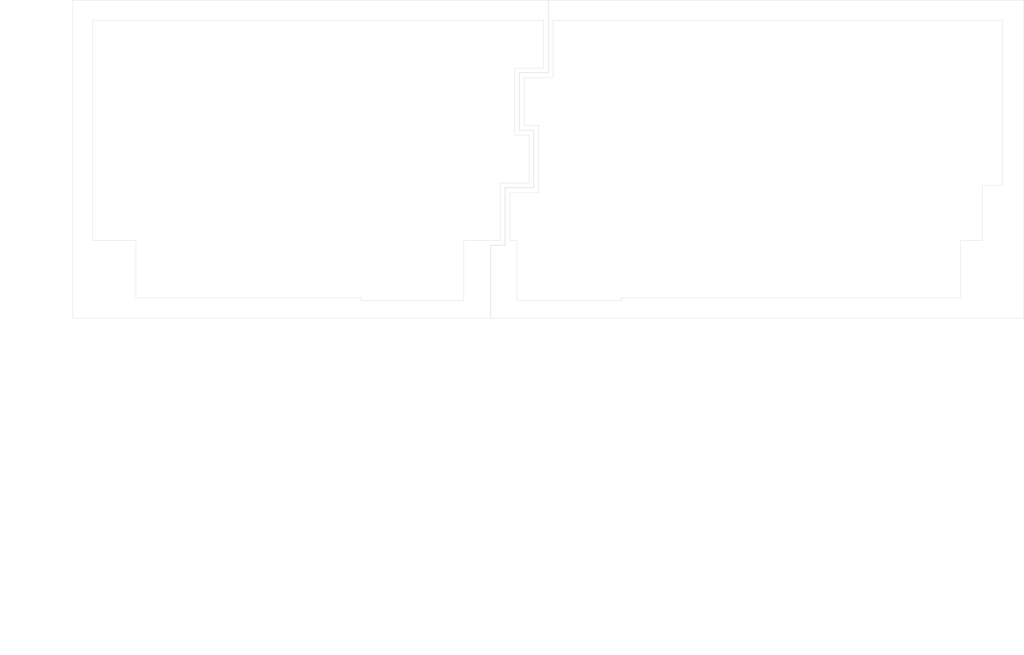
<source format=kicad_pcb>
(kicad_pcb (version 20171130) (host pcbnew "(5.1.4)-1")

  (general
    (thickness 1.6)
    (drawings 1740)
    (tracks 0)
    (zones 0)
    (modules 0)
    (nets 1)
  )

  (page A2)
  (layers
    (0 F.Cu signal hide)
    (31 B.Cu signal hide)
    (32 B.Adhes user hide)
    (33 F.Adhes user hide)
    (34 B.Paste user hide)
    (35 F.Paste user hide)
    (36 B.SilkS user hide)
    (37 F.SilkS user hide)
    (38 B.Mask user hide)
    (39 F.Mask user hide)
    (40 Dwgs.User user hide)
    (41 Cmts.User user hide)
    (42 Eco1.User user)
    (43 Eco2.User user)
    (44 Edge.Cuts user hide)
    (45 Margin user hide)
    (46 B.CrtYd user)
    (47 F.CrtYd user hide)
    (48 B.Fab user hide)
    (49 F.Fab user hide)
  )

  (setup
    (last_trace_width 0.25)
    (trace_clearance 0.2)
    (zone_clearance 0.508)
    (zone_45_only no)
    (trace_min 0.2)
    (via_size 0.8)
    (via_drill 0.4)
    (via_min_size 0.4)
    (via_min_drill 0.3)
    (uvia_size 0.3)
    (uvia_drill 0.1)
    (uvias_allowed no)
    (uvia_min_size 0.2)
    (uvia_min_drill 0.1)
    (edge_width 0.1)
    (segment_width 0.2)
    (pcb_text_width 0.3)
    (pcb_text_size 1.5 1.5)
    (mod_edge_width 0.15)
    (mod_text_size 1 1)
    (mod_text_width 0.15)
    (pad_size 1.5 1.5)
    (pad_drill 0.6)
    (pad_to_mask_clearance 0)
    (aux_axis_origin 0 0)
    (visible_elements 7FFFFFFF)
    (pcbplotparams
      (layerselection 0x01000_7ffffffe)
      (usegerberextensions false)
      (usegerberattributes false)
      (usegerberadvancedattributes false)
      (creategerberjobfile false)
      (excludeedgelayer true)
      (linewidth 0.100000)
      (plotframeref false)
      (viasonmask false)
      (mode 1)
      (useauxorigin false)
      (hpglpennumber 1)
      (hpglpenspeed 20)
      (hpglpendiameter 15.000000)
      (psnegative false)
      (psa4output false)
      (plotreference true)
      (plotvalue true)
      (plotinvisibletext false)
      (padsonsilk false)
      (subtractmaskfromsilk false)
      (outputformat 4)
      (mirror false)
      (drillshape 0)
      (scaleselection 1)
      (outputdirectory "C:/Users/Ding/Documents/Keyboard/Plate/"))
  )

  (net 0 "")

  (net_class Default "This is the default net class."
    (clearance 0.2)
    (trace_width 0.25)
    (via_dia 0.8)
    (via_drill 0.4)
    (uvia_dia 0.3)
    (uvia_drill 0.1)
  )

  (gr_line (start 316.81 117.08) (end 316.57886 117.29336) (layer F.CrtYd) (width 0.1))
  (gr_line (start 317.2164 116.60248) (end 317.02336 116.84886) (layer F.CrtYd) (width 0.1))
  (gr_line (start 315.51206 23.15588) (end 315.79654 23.28542) (layer F.CrtYd) (width 0.1))
  (gr_line (start 316.57886 23.80866) (end 316.81 24.02202) (layer F.CrtYd) (width 0.1))
  (gr_line (start 315.21742 23.04666) (end 315.51206 23.15588) (layer F.CrtYd) (width 0.1))
  (gr_line (start 317.2164 24.49954) (end 317.39166 24.76116) (layer F.CrtYd) (width 0.1))
  (gr_line (start 315.79654 117.81406) (end 315.51206 117.94868) (layer F.CrtYd) (width 0.1))
  (gr_line (start 314.60782 22.89934) (end 314.91516 22.9603) (layer F.CrtYd) (width 0.1))
  (gr_line (start 317.5466 25.03548) (end 317.67868 25.31996) (layer F.CrtYd) (width 0.1))
  (gr_line (start 316.81 24.02202) (end 317.02336 24.25316) (layer F.CrtYd) (width 0.1))
  (gr_line (start 317.67868 115.78206) (end 317.5466 116.06654) (layer F.CrtYd) (width 0.1))
  (gr_line (start 317.98348 114.25044) (end 317.96824 114.5654) (layer F.CrtYd) (width 0.1))
  (gr_line (start 317.39166 116.34086) (end 317.2164 116.60248) (layer F.CrtYd) (width 0.1))
  (gr_line (start 317.7879 115.48742) (end 317.67868 115.78206) (layer F.CrtYd) (width 0.1))
  (gr_line (start 317.02336 24.25316) (end 317.2164 24.49954) (layer F.CrtYd) (width 0.1))
  (gr_line (start 317.96824 114.5654) (end 317.93268 114.87782) (layer F.CrtYd) (width 0.1))
  (gr_line (start 317.96824 26.53662) (end 317.98348 26.85158) (layer F.CrtYd) (width 0.1))
  (gr_line (start 317.93268 26.2242) (end 317.96824 26.53662) (layer F.CrtYd) (width 0.1))
  (gr_line (start 165.48442 22.85108) (end 313.98044 22.85108) (layer F.CrtYd) (width 0.1))
  (gr_line (start 317.7879 25.6146) (end 317.87172 25.91686) (layer F.CrtYd) (width 0.1))
  (gr_line (start 315.21742 118.05536) (end 314.91516 118.14172) (layer F.CrtYd) (width 0.1))
  (gr_line (start 314.91516 118.14172) (end 314.60782 118.20268) (layer F.CrtYd) (width 0.1))
  (gr_curve (pts (xy 290.757579 46.890764) (xy 290.154247 46.54243) (xy 289.782579 45.898682) (xy 289.782579 45.202014)) (layer F.CrtYd) (width 0.1))
  (gr_curve (pts (xy 312.007219 111.564234) (xy 312.610552 111.2159) (xy 313.353888 111.2159) (xy 313.957221 111.564234)) (layer F.CrtYd) (width 0.1))
  (gr_curve (pts (xy 216.332365 61.65212) (xy 216.332365 60.768465) (xy 217.048709 60.052121) (xy 217.932364 60.052121)) (layer F.CrtYd) (width 0.1))
  (gr_line (start 186.232468 41.202021) (end 186.232468 41.202021) (layer F.CrtYd) (width 0.1))
  (gr_curve (pts (xy 314.932221 113.252985) (xy 314.932221 114.32994) (xy 314.059176 115.202985) (xy 312.98222 115.202985)) (layer F.CrtYd) (width 0.1))
  (gr_curve (pts (xy 186.232468 41.202021) (xy 186.232468 41.773645) (xy 185.92751 42.301849) (xy 185.432469 42.587661)) (layer F.CrtYd) (width 0.1))
  (gr_curve (pts (xy 218.732364 63.03776) (xy 218.237323 63.323573) (xy 217.627406 63.323573) (xy 217.132365 63.03776)) (layer F.CrtYd) (width 0.1))
  (gr_line (start 219.532364 61.65212) (end 219.532364 61.65212) (layer F.CrtYd) (width 0.1))
  (gr_curve (pts (xy 185.432469 39.816381) (xy 185.92751 40.102193) (xy 186.232468 40.630396) (xy 186.232468 41.202021)) (layer F.CrtYd) (width 0.1))
  (gr_curve (pts (xy 150.207444 114.941735) (xy 149.604112 114.593401) (xy 149.232443 113.949653) (xy 149.232443 113.252985)) (layer F.CrtYd) (width 0.1))
  (gr_line (start 153.132446 113.252985) (end 153.132446 113.252985) (layer F.CrtYd) (width 0.1))
  (gr_curve (pts (xy 183.832469 39.816381) (xy 184.327511 39.530568) (xy 184.937427 39.530568) (xy 185.432469 39.816381)) (layer F.CrtYd) (width 0.1))
  (gr_curve (pts (xy 183.03247 41.202021) (xy 183.03247 40.630396) (xy 183.337428 40.102193) (xy 183.832469 39.816381)) (layer F.CrtYd) (width 0.1))
  (gr_curve (pts (xy 293.682581 45.202014) (xy 293.682581 45.898682) (xy 293.310913 46.54243) (xy 292.707581 46.890764)) (layer F.CrtYd) (width 0.1))
  (gr_curve (pts (xy 292.707581 46.890764) (xy 292.104248 47.239098) (xy 291.360912 47.239098) (xy 290.757579 46.890764)) (layer F.CrtYd) (width 0.1))
  (gr_curve (pts (xy 153.132446 113.252985) (xy 153.132446 113.949653) (xy 152.760778 114.593401) (xy 152.157445 114.941735)) (layer F.CrtYd) (width 0.1))
  (gr_curve (pts (xy 289.782579 45.202014) (xy 289.782579 44.505345) (xy 290.154247 43.861597) (xy 290.757579 43.513263)) (layer F.CrtYd) (width 0.1))
  (gr_curve (pts (xy 152.157445 111.564234) (xy 152.760778 111.912568) (xy 153.132446 112.556316) (xy 153.132446 113.252985)) (layer F.CrtYd) (width 0.1))
  (gr_curve (pts (xy 292.707581 43.513263) (xy 293.310913 43.861597) (xy 293.682581 44.505345) (xy 293.682581 45.202014)) (layer F.CrtYd) (width 0.1))
  (gr_curve (pts (xy 152.157445 114.941735) (xy 151.554113 115.290069) (xy 150.810776 115.290069) (xy 150.207444 114.941735)) (layer F.CrtYd) (width 0.1))
  (gr_curve (pts (xy 149.232443 113.252985) (xy 149.232443 112.556316) (xy 149.604112 111.912568) (xy 150.207444 111.564234)) (layer F.CrtYd) (width 0.1))
  (gr_curve (pts (xy 150.207444 111.564234) (xy 150.810776 111.2159) (xy 151.554113 111.2159) (xy 152.157445 111.564234)) (layer F.CrtYd) (width 0.1))
  (gr_curve (pts (xy 185.432469 42.587661) (xy 184.937427 42.873473) (xy 184.327511 42.873473) (xy 183.832469 42.587661)) (layer F.CrtYd) (width 0.1))
  (gr_line (start 293.682581 45.202014) (end 293.682581 45.202014) (layer F.CrtYd) (width 0.1))
  (gr_curve (pts (xy 217.932364 60.052121) (xy 218.81602 60.052121) (xy 219.532364 60.768465) (xy 219.532364 61.65212)) (layer F.CrtYd) (width 0.1))
  (gr_curve (pts (xy 311.032219 113.252985) (xy 311.032219 112.556316) (xy 311.403887 111.912568) (xy 312.007219 111.564234)) (layer F.CrtYd) (width 0.1))
  (gr_curve (pts (xy 290.757579 43.513263) (xy 291.360912 43.164929) (xy 292.104248 43.164929) (xy 292.707581 43.513263)) (layer F.CrtYd) (width 0.1))
  (gr_curve (pts (xy 313.957221 111.564234) (xy 314.560553 111.912568) (xy 314.932221 112.556316) (xy 314.932221 113.252985)) (layer F.CrtYd) (width 0.1))
  (gr_line (start 314.932221 113.252985) (end 314.932221 113.252985) (layer F.CrtYd) (width 0.1))
  (gr_curve (pts (xy 217.132365 63.03776) (xy 216.637323 62.751948) (xy 216.332365 62.223745) (xy 216.332365 61.65212)) (layer F.CrtYd) (width 0.1))
  (gr_curve (pts (xy 219.532364 61.65212) (xy 219.532364 62.223745) (xy 219.227406 62.751948) (xy 218.732364 63.03776)) (layer F.CrtYd) (width 0.1))
  (gr_curve (pts (xy 183.832469 42.587661) (xy 183.337428 42.301849) (xy 183.03247 41.773645) (xy 183.03247 41.202021)) (layer F.CrtYd) (width 0.1))
  (gr_curve (pts (xy 312.98222 115.202985) (xy 311.905264 115.202985) (xy 311.032219 114.32994) (xy 311.032219 113.252985)) (layer F.CrtYd) (width 0.1))
  (gr_line (start 301.01882 115.57378) (end 287.1682 115.57378) (layer F.CrtYd) (width 0.1))
  (gr_line (start 203.82318 115.57378) (end 203.82318 101.7257) (layer F.CrtYd) (width 0.1))
  (gr_line (start 227.63822 101.7257) (end 241.4863 101.7257) (layer F.CrtYd) (width 0.1))
  (gr_line (start 249.0682 115.57378) (end 249.0682 101.7257) (layer F.CrtYd) (width 0.1))
  (gr_line (start 268.1182 101.7257) (end 281.96882 101.7257) (layer F.CrtYd) (width 0.1))
  (gr_line (start 217.6738 101.7257) (end 217.6738 115.57378) (layer F.CrtYd) (width 0.1))
  (gr_line (start 241.4863 115.57378) (end 227.63822 115.57378) (layer F.CrtYd) (width 0.1))
  (gr_line (start 217.6738 115.57378) (end 203.82318 115.57378) (layer F.CrtYd) (width 0.1))
  (gr_line (start 241.4863 101.7257) (end 241.4863 115.57378) (layer F.CrtYd) (width 0.1))
  (gr_line (start 203.82318 101.7257) (end 217.6738 101.7257) (layer F.CrtYd) (width 0.1))
  (gr_line (start 262.91882 115.57378) (end 249.0682 115.57378) (layer F.CrtYd) (width 0.1))
  (gr_line (start 287.1682 115.57378) (end 287.1682 101.7257) (layer F.CrtYd) (width 0.1))
  (gr_line (start 187.84912 103.19382) (end 186.12446 103.19382) (layer F.CrtYd) (width 0.1))
  (gr_line (start 227.63822 115.57378) (end 227.63822 101.7257) (layer F.CrtYd) (width 0.1))
  (gr_line (start 301.01882 101.7257) (end 301.01882 115.57378) (layer F.CrtYd) (width 0.1))
  (gr_line (start 287.1682 101.7257) (end 301.01882 101.7257) (layer F.CrtYd) (width 0.1))
  (gr_line (start 317.02336 116.84886) (end 316.81 117.08) (layer F.CrtYd) (width 0.1))
  (gr_line (start 316.33248 23.61308) (end 316.57886 23.80866) (layer F.CrtYd) (width 0.1))
  (gr_line (start 316.07086 117.66166) (end 315.79654 117.81406) (layer F.CrtYd) (width 0.1))
  (gr_line (start 316.33248 117.4864) (end 316.07086 117.66166) (layer F.CrtYd) (width 0.1))
  (gr_line (start 317.67868 25.31996) (end 317.7879 25.6146) (layer F.CrtYd) (width 0.1))
  (gr_line (start 317.87172 25.91686) (end 317.93268 26.2242) (layer F.CrtYd) (width 0.1))
  (gr_line (start 317.5466 116.06654) (end 317.39166 116.34086) (layer F.CrtYd) (width 0.1))
  (gr_line (start 316.57886 117.29336) (end 316.33248 117.4864) (layer F.CrtYd) (width 0.1))
  (gr_line (start 317.87172 115.18516) (end 317.7879 115.48742) (layer F.CrtYd) (width 0.1))
  (gr_line (start 316.07086 23.44036) (end 316.33248 23.61308) (layer F.CrtYd) (width 0.1))
  (gr_line (start 314.91516 22.9603) (end 315.21742 23.04666) (layer F.CrtYd) (width 0.1))
  (gr_line (start 314.2954 22.86378) (end 314.60782 22.89934) (layer F.CrtYd) (width 0.1))
  (gr_line (start 314.2954 118.23824) (end 313.98044 118.25094) (layer F.CrtYd) (width 0.1))
  (gr_line (start 314.60782 118.20268) (end 314.2954 118.23824) (layer F.CrtYd) (width 0.1))
  (gr_line (start 315.51206 117.94868) (end 315.21742 118.05536) (layer F.CrtYd) (width 0.1))
  (gr_line (start 317.39166 24.76116) (end 317.5466 25.03548) (layer F.CrtYd) (width 0.1))
  (gr_line (start 317.93268 114.87782) (end 317.87172 115.18516) (layer F.CrtYd) (width 0.1))
  (gr_line (start 313.98044 22.85108) (end 314.2954 22.86378) (layer F.CrtYd) (width 0.1))
  (gr_line (start 315.79654 23.28542) (end 316.07086 23.44036) (layer F.CrtYd) (width 0.1))
  (gr_line (start 317.98348 26.85158) (end 317.98348 114.25044) (layer F.CrtYd) (width 0.1))
  (gr_line (start 191.9182 96.52378) (end 191.9182 82.6757) (layer F.CrtYd) (width 0.1))
  (gr_line (start 262.91882 96.52378) (end 249.0682 96.52378) (layer F.CrtYd) (width 0.1))
  (gr_line (start 210.9682 82.6757) (end 224.81882 82.6757) (layer F.CrtYd) (width 0.1))
  (gr_line (start 313.98044 118.25094) (end 146.43442 118.25094) (layer F.CrtYd) (width 0.1) (tstamp 5E6201A1))
  (gr_line (start 281.96882 96.52378) (end 268.1182 96.52378) (layer F.CrtYd) (width 0.1))
  (gr_line (start 205.76882 82.6757) (end 205.76882 96.52378) (layer F.CrtYd) (width 0.1))
  (gr_line (start 308.1613 82.6757) (end 308.1613 96.52378) (layer F.CrtYd) (width 0.1))
  (gr_line (start 172.8682 96.52378) (end 172.8682 82.6757) (layer F.CrtYd) (width 0.1))
  (gr_line (start 243.86882 82.6757) (end 243.86882 96.52378) (layer F.CrtYd) (width 0.1))
  (gr_line (start 294.31322 82.6757) (end 308.1613 82.6757) (layer F.CrtYd) (width 0.1))
  (gr_line (start 186.71882 96.52378) (end 172.8682 96.52378) (layer F.CrtYd) (width 0.1))
  (gr_line (start 224.81882 96.52378) (end 210.9682 96.52378) (layer F.CrtYd) (width 0.1))
  (gr_line (start 294.31322 96.52378) (end 294.31322 82.6757) (layer F.CrtYd) (width 0.1))
  (gr_line (start 167.66882 96.52378) (end 153.8182 96.52378) (layer F.CrtYd) (width 0.1))
  (gr_line (start 230.0182 96.52378) (end 230.0182 82.6757) (layer F.CrtYd) (width 0.1))
  (gr_line (start 224.81882 82.6757) (end 224.81882 96.52378) (layer F.CrtYd) (width 0.1))
  (gr_line (start 268.1182 96.52378) (end 268.1182 82.6757) (layer F.CrtYd) (width 0.1))
  (gr_line (start 191.9182 82.6757) (end 205.76882 82.6757) (layer F.CrtYd) (width 0.1))
  (gr_line (start 205.76882 96.52378) (end 191.9182 96.52378) (layer F.CrtYd) (width 0.1))
  (gr_line (start 167.66882 82.6757) (end 167.66882 96.52378) (layer F.CrtYd) (width 0.1))
  (gr_line (start 186.71882 82.6757) (end 186.71882 96.52378) (layer F.CrtYd) (width 0.1))
  (gr_line (start 187.84912 109.07392) (end 188.67208 109.07392) (layer F.CrtYd) (width 0.1))
  (gr_line (start 187.84912 115.34518) (end 187.84912 109.07392) (layer F.CrtYd) (width 0.1))
  (gr_line (start 268.1182 115.57378) (end 268.1182 101.7257) (layer F.CrtYd) (width 0.1))
  (gr_line (start 182.97232 102.27434) (end 182.97232 103.19382) (layer F.CrtYd) (width 0.1))
  (gr_line (start 186.12446 103.19382) (end 186.12446 102.27434) (layer F.CrtYd) (width 0.1))
  (gr_line (start 281.96882 101.7257) (end 281.96882 115.57378) (layer F.CrtYd) (width 0.1))
  (gr_line (start 262.91882 101.7257) (end 262.91882 115.57378) (layer F.CrtYd) (width 0.1))
  (gr_line (start 181.24766 106.4247) (end 179.5738 106.4247) (layer F.CrtYd) (width 0.1))
  (gr_line (start 157.44786 109.07392) (end 157.44786 115.34518) (layer F.CrtYd) (width 0.1))
  (gr_line (start 165.72318 115.57378) (end 179.5738 115.57378) (layer F.CrtYd) (width 0.1))
  (gr_line (start 157.44786 103.19382) (end 157.44786 106.4247) (layer F.CrtYd) (width 0.1))
  (gr_line (start 181.24766 115.34518) (end 182.97232 115.34518) (layer F.CrtYd) (width 0.1))
  (gr_line (start 188.67208 106.4247) (end 187.84912 106.4247) (layer F.CrtYd) (width 0.1))
  (gr_line (start 186.12446 115.34518) (end 187.84912 115.34518) (layer F.CrtYd) (width 0.1))
  (gr_line (start 182.97232 103.19382) (end 181.24766 103.19382) (layer F.CrtYd) (width 0.1))
  (gr_line (start 179.5738 106.4247) (end 179.5738 101.7257) (layer F.CrtYd) (width 0.1))
  (gr_line (start 179.5738 101.7257) (end 165.72318 101.7257) (layer F.CrtYd) (width 0.1))
  (gr_line (start 249.0682 101.7257) (end 262.91882 101.7257) (layer F.CrtYd) (width 0.1))
  (gr_line (start 187.84912 106.4247) (end 187.84912 103.19382) (layer F.CrtYd) (width 0.1))
  (gr_line (start 281.96882 115.57378) (end 268.1182 115.57378) (layer F.CrtYd) (width 0.1))
  (gr_line (start 186.12446 102.27434) (end 182.97232 102.27434) (layer F.CrtYd) (width 0.1))
  (gr_line (start 179.5738 110.87478) (end 181.24766 110.87478) (layer F.CrtYd) (width 0.1))
  (gr_line (start 159.17252 102.27434) (end 159.17252 103.19382) (layer F.CrtYd) (width 0.1))
  (gr_line (start 188.67208 109.07392) (end 188.67208 106.4247) (layer F.CrtYd) (width 0.1))
  (gr_line (start 182.97232 115.34518) (end 182.97232 116.32562) (layer F.CrtYd) (width 0.1))
  (gr_line (start 157.44786 106.4247) (end 156.6249 106.4247) (layer F.CrtYd) (width 0.1))
  (gr_line (start 186.12446 116.32562) (end 186.12446 115.34518) (layer F.CrtYd) (width 0.1))
  (gr_line (start 181.24766 103.19382) (end 181.24766 106.4247) (layer F.CrtYd) (width 0.1))
  (gr_line (start 182.97232 116.32562) (end 186.12446 116.32562) (layer F.CrtYd) (width 0.1))
  (gr_line (start 307.45518 34.67478) (end 307.45518 39.14518) (layer F.CrtYd) (width 0.1))
  (gr_line (start 263.3557 39.37378) (end 263.3557 25.5257) (layer F.CrtYd) (width 0.1))
  (gr_line (start 157.44786 115.34518) (end 159.17252 115.34518) (layer F.CrtYd) (width 0.1))
  (gr_line (start 165.72318 110.87478) (end 165.72318 115.57378) (layer F.CrtYd) (width 0.1))
  (gr_line (start 290.2543 39.14518) (end 290.2543 34.67478) (layer F.CrtYd) (width 0.1))
  (gr_line (start 285.38004 39.14518) (end 285.38004 40.125619) (layer F.CrtYd) (width 0.1))
  (gr_line (start 282.82988 32.87392) (end 283.65538 32.87392) (layer F.CrtYd) (width 0.1))
  (gr_line (start 181.95632 39.37378) (end 168.1057 39.37378) (layer F.CrtYd) (width 0.1))
  (gr_line (start 314.0541 30.2247) (end 314.0541 26.99382) (layer F.CrtYd) (width 0.1))
  (gr_line (start 307.45518 39.14518) (end 309.18238 39.14518) (layer F.CrtYd) (width 0.1))
  (gr_line (start 165.72318 101.7257) (end 165.72318 106.4247) (layer F.CrtYd) (width 0.1))
  (gr_line (start 162.32466 103.19382) (end 162.32466 102.27434) (layer F.CrtYd) (width 0.1))
  (gr_line (start 181.24766 110.87478) (end 181.24766 115.34518) (layer F.CrtYd) (width 0.1))
  (gr_line (start 288.52964 39.14518) (end 290.2543 39.14518) (layer F.CrtYd) (width 0.1))
  (gr_line (start 314.88214 32.87392) (end 314.88214 30.2247) (layer F.CrtYd) (width 0.1))
  (gr_line (start 291.9307 34.67478) (end 291.9307 39.37378) (layer F.CrtYd) (width 0.1))
  (gr_line (start 164.04932 110.87478) (end 165.72318 110.87478) (layer F.CrtYd) (width 0.1))
  (gr_line (start 159.17252 116.32562) (end 162.32466 116.32562) (layer F.CrtYd) (width 0.1))
  (gr_line (start 164.04932 106.4247) (end 164.04932 103.19382) (layer F.CrtYd) (width 0.1))
  (gr_line (start 156.6249 109.07392) (end 157.44786 109.07392) (layer F.CrtYd) (width 0.1))
  (gr_line (start 162.32466 116.32562) (end 162.32466 115.34518) (layer F.CrtYd) (width 0.1))
  (gr_line (start 156.6249 106.4247) (end 156.6249 109.07392) (layer F.CrtYd) (width 0.1))
  (gr_line (start 162.32466 115.34518) (end 164.04932 115.34518) (layer F.CrtYd) (width 0.1))
  (gr_line (start 159.17252 115.34518) (end 159.17252 116.32562) (layer F.CrtYd) (width 0.1))
  (gr_line (start 164.04932 103.19382) (end 162.32466 103.19382) (layer F.CrtYd) (width 0.1))
  (gr_line (start 162.32466 102.27434) (end 159.17252 102.27434) (layer F.CrtYd) (width 0.1))
  (gr_line (start 164.04932 115.34518) (end 164.04932 110.87478) (layer F.CrtYd) (width 0.1))
  (gr_line (start 285.38004 26.99382) (end 283.65538 26.99382) (layer F.CrtYd) (width 0.1))
  (gr_line (start 239.10632 25.5257) (end 239.10632 39.37378) (layer F.CrtYd) (width 0.1))
  (gr_line (start 159.17252 103.19382) (end 157.44786 103.19382) (layer F.CrtYd) (width 0.1))
  (gr_line (start 179.5738 115.57378) (end 179.5738 110.87478) (layer F.CrtYd) (width 0.1))
  (gr_line (start 285.38004 40.125619) (end 288.52964 40.125619) (layer F.CrtYd) (width 0.1))
  (gr_line (start 165.72318 106.4247) (end 164.04932 106.4247) (layer F.CrtYd) (width 0.1))
  (gr_line (start 248.63132 44.5757) (end 248.63132 58.42378) (layer F.CrtYd) (width 0.1))
  (gr_line (start 191.48132 58.42378) (end 177.6307 58.42378) (layer F.CrtYd) (width 0.1))
  (gr_line (start 244.3057 25.5257) (end 258.15632 25.5257) (layer F.CrtYd) (width 0.1))
  (gr_line (start 309.18238 26.99382) (end 307.45518 26.99382) (layer F.CrtYd) (width 0.1))
  (gr_line (start 312.32944 26.07434) (end 309.18238 26.07434) (layer F.CrtYd) (width 0.1))
  (gr_line (start 307.45518 26.99382) (end 307.45518 30.2247) (layer F.CrtYd) (width 0.1))
  (gr_line (start 283.65538 32.87392) (end 283.65538 39.14518) (layer F.CrtYd) (width 0.1))
  (gr_line (start 282.82988 30.2247) (end 282.82988 32.87392) (layer F.CrtYd) (width 0.1))
  (gr_line (start 312.32944 40.125619) (end 312.32944 39.14518) (layer F.CrtYd) (width 0.1))
  (gr_line (start 220.05632 39.37378) (end 206.2057 39.37378) (layer F.CrtYd) (width 0.1))
  (gr_line (start 168.1057 25.5257) (end 181.95632 25.5257) (layer F.CrtYd) (width 0.1))
  (gr_line (start 314.0541 26.99382) (end 312.32944 26.99382) (layer F.CrtYd) (width 0.1))
  (gr_line (start 220.05632 25.5257) (end 220.05632 39.37378) (layer F.CrtYd) (width 0.1))
  (gr_line (start 305.78132 25.5257) (end 291.9307 25.5257) (layer F.CrtYd) (width 0.1))
  (gr_line (start 181.95632 25.5257) (end 181.95632 39.37378) (layer F.CrtYd) (width 0.1))
  (gr_line (start 283.65538 39.14518) (end 285.38004 39.14518) (layer F.CrtYd) (width 0.1))
  (gr_line (start 277.206319 25.5257) (end 277.206319 39.37378) (layer F.CrtYd) (width 0.1))
  (gr_line (start 290.2543 34.67478) (end 291.9307 34.67478) (layer F.CrtYd) (width 0.1))
  (gr_line (start 225.2557 25.5257) (end 239.10632 25.5257) (layer F.CrtYd) (width 0.1))
  (gr_line (start 305.78132 39.37378) (end 305.78132 34.67478) (layer F.CrtYd) (width 0.1))
  (gr_line (start 258.15632 25.5257) (end 258.15632 39.37378) (layer F.CrtYd) (width 0.1))
  (gr_line (start 206.2057 39.37378) (end 206.2057 25.5257) (layer F.CrtYd) (width 0.1))
  (gr_line (start 267.68132 58.42378) (end 253.8307 58.42378) (layer F.CrtYd) (width 0.1))
  (gr_line (start 229.58132 44.5757) (end 229.58132 58.42378) (layer F.CrtYd) (width 0.1))
  (gr_line (start 314.0541 39.14518) (end 314.0541 32.87392) (layer F.CrtYd) (width 0.1))
  (gr_line (start 225.2557 39.37378) (end 225.2557 25.5257) (layer F.CrtYd) (width 0.1))
  (gr_line (start 305.78132 34.67478) (end 307.45518 34.67478) (layer F.CrtYd) (width 0.1))
  (gr_line (start 263.3557 25.5257) (end 277.206319 25.5257) (layer F.CrtYd) (width 0.1))
  (gr_line (start 187.1557 25.5257) (end 201.00632 25.5257) (layer F.CrtYd) (width 0.1))
  (gr_line (start 307.45518 30.2247) (end 305.78132 30.2247) (layer F.CrtYd) (width 0.1))
  (gr_line (start 288.52964 40.125619) (end 288.52964 39.14518) (layer F.CrtYd) (width 0.1))
  (gr_line (start 168.1057 39.37378) (end 168.1057 25.5257) (layer F.CrtYd) (width 0.1))
  (gr_line (start 314.0541 32.87392) (end 314.88214 32.87392) (layer F.CrtYd) (width 0.1))
  (gr_line (start 187.1557 39.37378) (end 187.1557 25.5257) (layer F.CrtYd) (width 0.1))
  (gr_line (start 283.65538 26.99382) (end 283.65538 30.2247) (layer F.CrtYd) (width 0.1))
  (gr_line (start 277.206319 39.37378) (end 263.3557 39.37378) (layer F.CrtYd) (width 0.1))
  (gr_line (start 201.00632 25.5257) (end 201.00632 39.37378) (layer F.CrtYd) (width 0.1))
  (gr_line (start 309.18238 40.125619) (end 312.32944 40.125619) (layer F.CrtYd) (width 0.1))
  (gr_line (start 309.18238 26.07434) (end 309.18238 26.99382) (layer F.CrtYd) (width 0.1))
  (gr_line (start 239.10632 39.37378) (end 225.2557 39.37378) (layer F.CrtYd) (width 0.1))
  (gr_line (start 201.00632 39.37378) (end 187.1557 39.37378) (layer F.CrtYd) (width 0.1))
  (gr_line (start 258.15632 39.37378) (end 244.3057 39.37378) (layer F.CrtYd) (width 0.1))
  (gr_line (start 312.32944 39.14518) (end 314.0541 39.14518) (layer F.CrtYd) (width 0.1))
  (gr_line (start 286.73132 44.5757) (end 286.73132 58.42378) (layer F.CrtYd) (width 0.1))
  (gr_line (start 314.88214 30.2247) (end 314.0541 30.2247) (layer F.CrtYd) (width 0.1))
  (gr_line (start 215.7307 58.42378) (end 215.7307 44.5757) (layer F.CrtYd) (width 0.1))
  (gr_line (start 206.2057 25.5257) (end 220.05632 25.5257) (layer F.CrtYd) (width 0.1))
  (gr_line (start 244.3057 39.37378) (end 244.3057 25.5257) (layer F.CrtYd) (width 0.1))
  (gr_line (start 305.78132 30.2247) (end 305.78132 25.5257) (layer F.CrtYd) (width 0.1))
  (gr_line (start 291.9307 39.37378) (end 305.78132 39.37378) (layer F.CrtYd) (width 0.1))
  (gr_line (start 291.9307 30.2247) (end 290.2543 30.2247) (layer F.CrtYd) (width 0.1))
  (gr_line (start 283.65538 30.2247) (end 282.82988 30.2247) (layer F.CrtYd) (width 0.1))
  (gr_line (start 312.32944 26.99382) (end 312.32944 26.07434) (layer F.CrtYd) (width 0.1))
  (gr_line (start 158.5807 44.5757) (end 172.43132 44.5757) (layer F.CrtYd) (width 0.1))
  (gr_line (start 290.2543 30.2247) (end 290.2543 26.99382) (layer F.CrtYd) (width 0.1))
  (gr_line (start 309.18238 39.14518) (end 309.18238 40.125619) (layer F.CrtYd) (width 0.1))
  (gr_line (start 196.24382 77.47378) (end 182.3932 77.47378) (layer F.CrtYd) (width 0.1))
  (gr_line (start 234.34382 63.6257) (end 234.34382 77.47378) (layer F.CrtYd) (width 0.1))
  (gr_line (start 288.52964 26.99382) (end 288.52964 26.07434) (layer F.CrtYd) (width 0.1))
  (gr_line (start 253.8307 44.5757) (end 267.68132 44.5757) (layer F.CrtYd) (width 0.1))
  (gr_line (start 196.6807 44.5757) (end 210.53132 44.5757) (layer F.CrtYd) (width 0.1))
  (gr_line (start 177.6307 44.5757) (end 191.48132 44.5757) (layer F.CrtYd) (width 0.1))
  (gr_line (start 267.68132 44.5757) (end 267.68132 58.42378) (layer F.CrtYd) (width 0.1))
  (gr_line (start 215.7307 44.5757) (end 229.58132 44.5757) (layer F.CrtYd) (width 0.1))
  (gr_line (start 305.07266 68.3247) (end 303.3988 68.3247) (layer F.CrtYd) (width 0.1))
  (gr_line (start 288.52964 26.07434) (end 285.38004 26.07434) (layer F.CrtYd) (width 0.1))
  (gr_line (start 210.53132 44.5757) (end 210.53132 58.42378) (layer F.CrtYd) (width 0.1))
  (gr_line (start 286.73132 58.42378) (end 272.8807 58.42378) (layer F.CrtYd) (width 0.1))
  (gr_line (start 272.8807 58.42378) (end 272.8807 44.5757) (layer F.CrtYd) (width 0.1))
  (gr_line (start 272.8807 44.5757) (end 286.73132 44.5757) (layer F.CrtYd) (width 0.1))
  (gr_line (start 285.38004 26.07434) (end 285.38004 26.99382) (layer F.CrtYd) (width 0.1))
  (gr_line (start 177.6307 58.42378) (end 177.6307 44.5757) (layer F.CrtYd) (width 0.1))
  (gr_line (start 234.7807 44.5757) (end 248.63132 44.5757) (layer F.CrtYd) (width 0.1))
  (gr_line (start 210.53132 58.42378) (end 196.6807 58.42378) (layer F.CrtYd) (width 0.1))
  (gr_line (start 253.8307 58.42378) (end 253.8307 44.5757) (layer F.CrtYd) (width 0.1))
  (gr_line (start 158.5807 58.42378) (end 158.5807 44.5757) (layer F.CrtYd) (width 0.1))
  (gr_line (start 172.43132 58.42378) (end 158.5807 58.42378) (layer F.CrtYd) (width 0.1))
  (gr_line (start 229.58132 58.42378) (end 215.7307 58.42378) (layer F.CrtYd) (width 0.1))
  (gr_line (start 172.43132 44.5757) (end 172.43132 58.42378) (layer F.CrtYd) (width 0.1))
  (gr_line (start 290.2543 26.99382) (end 288.52964 26.99382) (layer F.CrtYd) (width 0.1))
  (gr_line (start 196.6807 58.42378) (end 196.6807 44.5757) (layer F.CrtYd) (width 0.1))
  (gr_line (start 291.9307 25.5257) (end 291.9307 30.2247) (layer F.CrtYd) (width 0.1))
  (gr_line (start 296.6932 58.42378) (end 296.6932 44.5757) (layer F.CrtYd) (width 0.1))
  (gr_line (start 310.54382 58.42378) (end 296.6932 58.42378) (layer F.CrtYd) (width 0.1))
  (gr_line (start 239.5432 63.6257) (end 253.39382 63.6257) (layer F.CrtYd) (width 0.1))
  (gr_line (start 248.63132 58.42378) (end 234.7807 58.42378) (layer F.CrtYd) (width 0.1))
  (gr_line (start 191.48132 44.5757) (end 191.48132 58.42378) (layer F.CrtYd) (width 0.1))
  (gr_line (start 234.7807 58.42378) (end 234.7807 44.5757) (layer F.CrtYd) (width 0.1))
  (gr_line (start 303.3988 68.3247) (end 303.3988 63.6257) (layer F.CrtYd) (width 0.1))
  (gr_line (start 305.07266 77.24518) (end 306.79732 77.24518) (layer F.CrtYd) (width 0.1))
  (gr_line (start 303.3988 72.77478) (end 305.07266 72.77478) (layer F.CrtYd) (width 0.1))
  (gr_line (start 305.07266 72.77478) (end 305.07266 77.24518) (layer F.CrtYd) (width 0.1))
  (gr_line (start 182.3932 77.47378) (end 182.3932 63.6257) (layer F.CrtYd) (width 0.1))
  (gr_line (start 182.3932 63.6257) (end 196.24382 63.6257) (layer F.CrtYd) (width 0.1))
  (gr_line (start 303.3988 63.6257) (end 289.54818 63.6257) (layer F.CrtYd) (width 0.1))
  (gr_line (start 196.24382 63.6257) (end 196.24382 77.47378) (layer F.CrtYd) (width 0.1))
  (gr_line (start 258.5932 63.6257) (end 272.44382 63.6257) (layer F.CrtYd) (width 0.1))
  (gr_line (start 253.39382 63.6257) (end 253.39382 77.47378) (layer F.CrtYd) (width 0.1))
  (gr_line (start 309.94946 65.09382) (end 309.94946 64.17434) (layer F.CrtYd) (width 0.1))
  (gr_line (start 215.29382 63.6257) (end 215.29382 77.47378) (layer F.CrtYd) (width 0.1))
  (gr_line (start 215.29382 77.47378) (end 201.4432 77.47378) (layer F.CrtYd) (width 0.1))
  (gr_line (start 286.14966 64.17434) (end 282.99752 64.17434) (layer F.CrtYd) (width 0.1))
  (gr_line (start 201.4432 63.6257) (end 215.29382 63.6257) (layer F.CrtYd) (width 0.1))
  (gr_line (start 177.19382 77.47378) (end 163.3432 77.47378) (layer F.CrtYd) (width 0.1))
  (gr_line (start 303.3988 77.47378) (end 303.3988 72.77478) (layer F.CrtYd) (width 0.1))
  (gr_line (start 281.27286 77.24518) (end 282.99752 77.24518) (layer F.CrtYd) (width 0.1))
  (gr_line (start 287.87432 68.3247) (end 287.87432 65.09382) (layer F.CrtYd) (width 0.1))
  (gr_line (start 306.79732 65.09382) (end 305.07266 65.09382) (layer F.CrtYd) (width 0.1))
  (gr_line (start 272.44382 77.47378) (end 258.5932 77.47378) (layer F.CrtYd) (width 0.1))
  (gr_line (start 253.39382 77.47378) (end 239.5432 77.47378) (layer F.CrtYd) (width 0.1))
  (gr_line (start 310.54382 44.5757) (end 310.54382 58.42378) (layer F.CrtYd) (width 0.1))
  (gr_line (start 220.4932 77.47378) (end 220.4932 63.6257) (layer F.CrtYd) (width 0.1))
  (gr_line (start 272.44382 63.6257) (end 272.44382 77.47378) (layer F.CrtYd) (width 0.1))
  (gr_line (start 306.79732 64.17434) (end 306.79732 65.09382) (layer F.CrtYd) (width 0.1))
  (gr_line (start 258.5932 77.47378) (end 258.5932 63.6257) (layer F.CrtYd) (width 0.1))
  (gr_line (start 311.67412 65.09382) (end 309.94946 65.09382) (layer F.CrtYd) (width 0.1))
  (gr_line (start 305.07266 65.09382) (end 305.07266 68.3247) (layer F.CrtYd) (width 0.1))
  (gr_line (start 239.5432 77.47378) (end 239.5432 63.6257) (layer F.CrtYd) (width 0.1))
  (gr_line (start 309.94946 64.17434) (end 306.79732 64.17434) (layer F.CrtYd) (width 0.1))
  (gr_line (start 296.6932 44.5757) (end 310.54382 44.5757) (layer F.CrtYd) (width 0.1))
  (gr_line (start 163.3432 77.47378) (end 163.3432 63.6257) (layer F.CrtYd) (width 0.1))
  (gr_line (start 312.49708 70.97392) (end 312.49708 68.3247) (layer F.CrtYd) (width 0.1))
  (gr_line (start 163.3432 63.6257) (end 177.19382 63.6257) (layer F.CrtYd) (width 0.1))
  (gr_line (start 311.67412 70.97392) (end 312.49708 70.97392) (layer F.CrtYd) (width 0.1))
  (gr_line (start 309.94946 78.22562) (end 309.94946 77.24518) (layer F.CrtYd) (width 0.1))
  (gr_line (start 234.34382 77.47378) (end 220.4932 77.47378) (layer F.CrtYd) (width 0.1))
  (gr_line (start 201.4432 77.47378) (end 201.4432 63.6257) (layer F.CrtYd) (width 0.1))
  (gr_line (start 220.4932 63.6257) (end 234.34382 63.6257) (layer F.CrtYd) (width 0.1))
  (gr_line (start 306.79732 78.22562) (end 309.94946 78.22562) (layer F.CrtYd) (width 0.1))
  (gr_line (start 286.14966 65.09382) (end 286.14966 64.17434) (layer F.CrtYd) (width 0.1))
  (gr_line (start 311.67412 77.24518) (end 311.67412 70.97392) (layer F.CrtYd) (width 0.1))
  (gr_line (start 286.14966 78.22562) (end 286.14966 77.24518) (layer F.CrtYd) (width 0.1))
  (gr_line (start 282.99752 65.09382) (end 281.27286 65.09382) (layer F.CrtYd) (width 0.1))
  (gr_line (start 177.19382 63.6257) (end 177.19382 77.47378) (layer F.CrtYd) (width 0.1))
  (gr_line (start 287.87432 77.24518) (end 287.87432 72.77478) (layer F.CrtYd) (width 0.1))
  (gr_line (start 289.54818 68.3247) (end 287.87432 68.3247) (layer F.CrtYd) (width 0.1))
  (gr_line (start 243.86882 96.52378) (end 230.0182 96.52378) (layer F.CrtYd) (width 0.1))
  (gr_line (start 311.67412 68.3247) (end 311.67412 65.09382) (layer F.CrtYd) (width 0.1))
  (gr_line (start 268.1182 82.6757) (end 281.96882 82.6757) (layer F.CrtYd) (width 0.1))
  (gr_line (start 281.96882 82.6757) (end 281.96882 96.52378) (layer F.CrtYd) (width 0.1))
  (gr_line (start 287.87432 72.77478) (end 289.54818 72.77478) (layer F.CrtYd) (width 0.1))
  (gr_line (start 249.0682 82.6757) (end 262.91882 82.6757) (layer F.CrtYd) (width 0.1))
  (gr_line (start 282.99752 77.24518) (end 282.99752 78.22562) (layer F.CrtYd) (width 0.1))
  (gr_line (start 289.54818 63.6257) (end 289.54818 68.3247) (layer F.CrtYd) (width 0.1))
  (gr_line (start 289.54818 72.77478) (end 289.54818 77.47378) (layer F.CrtYd) (width 0.1))
  (gr_line (start 312.49708 68.3247) (end 311.67412 68.3247) (layer F.CrtYd) (width 0.1))
  (gr_line (start 210.9682 96.52378) (end 210.9682 82.6757) (layer F.CrtYd) (width 0.1))
  (gr_line (start 172.8682 82.6757) (end 186.71882 82.6757) (layer F.CrtYd) (width 0.1))
  (gr_line (start 306.79732 77.24518) (end 306.79732 78.22562) (layer F.CrtYd) (width 0.1))
  (gr_line (start 280.4499 70.97392) (end 281.27286 70.97392) (layer F.CrtYd) (width 0.1))
  (gr_line (start 287.87432 65.09382) (end 286.14966 65.09382) (layer F.CrtYd) (width 0.1))
  (gr_line (start 281.27286 68.3247) (end 280.4499 68.3247) (layer F.CrtYd) (width 0.1))
  (gr_line (start 309.94946 77.24518) (end 311.67412 77.24518) (layer F.CrtYd) (width 0.1))
  (gr_line (start 282.99752 78.22562) (end 286.14966 78.22562) (layer F.CrtYd) (width 0.1))
  (gr_line (start 282.99752 64.17434) (end 282.99752 65.09382) (layer F.CrtYd) (width 0.1))
  (gr_line (start 230.0182 82.6757) (end 243.86882 82.6757) (layer F.CrtYd) (width 0.1))
  (gr_line (start 249.0682 96.52378) (end 249.0682 82.6757) (layer F.CrtYd) (width 0.1))
  (gr_line (start 153.8182 82.6757) (end 167.66882 82.6757) (layer F.CrtYd) (width 0.1))
  (gr_line (start 262.91882 82.6757) (end 262.91882 96.52378) (layer F.CrtYd) (width 0.1))
  (gr_line (start 286.14966 77.24518) (end 287.87432 77.24518) (layer F.CrtYd) (width 0.1))
  (gr_line (start 308.1613 96.52378) (end 294.31322 96.52378) (layer F.CrtYd) (width 0.1))
  (gr_line (start 289.54818 77.47378) (end 303.3988 77.47378) (layer F.CrtYd) (width 0.1))
  (gr_line (start 281.27286 65.09382) (end 281.27286 68.3247) (layer F.CrtYd) (width 0.1))
  (gr_line (start 280.4499 68.3247) (end 280.4499 70.97392) (layer F.CrtYd) (width 0.1))
  (gr_line (start 281.27286 70.97392) (end 281.27286 77.24518) (layer F.CrtYd) (width 0.1))
  (gr_line (start 153.8182 96.52378) (end 153.8182 82.6757) (layer F.CrtYd) (width 0.1))
  (gr_line (start 17.03158 22.85108) (end 165.48442 22.85108) (layer F.CrtYd) (width 0.1) (tstamp 5E6201C5))
  (gr_line (start 15.7057 82.6757) (end 29.55632 82.6757) (layer F.CrtYd) (width 0.1))
  (gr_line (start 68.78662 90.02392) (end 69.61212 90.02392) (layer F.CrtYd) (width 0.1))
  (gr_line (start 110.51882 82.6757) (end 110.51882 96.52378) (layer F.CrtYd) (width 0.1))
  (gr_line (start 67.06196 96.29518) (end 68.78662 96.29518) (layer F.CrtYd) (width 0.1))
  (gr_line (start 62.1877 87.3747) (end 60.5113 87.3747) (layer F.CrtYd) (width 0.1))
  (gr_line (start 60.5113 82.6757) (end 46.66322 82.6757) (layer F.CrtYd) (width 0.1))
  (gr_line (start 148.61882 96.52378) (end 134.7682 96.52378) (layer F.CrtYd) (width 0.1))
  (gr_line (start 29.55632 82.6757) (end 29.55632 96.52378) (layer F.CrtYd) (width 0.1))
  (gr_line (start 67.06196 84.14382) (end 67.06196 83.22434) (layer F.CrtYd) (width 0.1))
  (gr_line (start 29.55632 96.52378) (end 15.7057 96.52378) (layer F.CrtYd) (width 0.1))
  (gr_line (start 15.7057 96.52378) (end 15.7057 82.6757) (layer F.CrtYd) (width 0.1))
  (gr_line (start 96.6682 82.6757) (end 110.51882 82.6757) (layer F.CrtYd) (width 0.1))
  (gr_line (start 63.91236 84.14382) (end 62.1877 84.14382) (layer F.CrtYd) (width 0.1))
  (gr_line (start 69.61212 90.02392) (end 69.61212 87.3747) (layer F.CrtYd) (width 0.1))
  (gr_line (start 134.7682 82.6757) (end 148.61882 82.6757) (layer F.CrtYd) (width 0.1))
  (gr_line (start 134.7682 96.52378) (end 134.7682 82.6757) (layer F.CrtYd) (width 0.1))
  (gr_line (start 96.6682 96.52378) (end 96.6682 82.6757) (layer F.CrtYd) (width 0.1))
  (gr_line (start 77.618199 82.6757) (end 91.46882 82.6757) (layer F.CrtYd) (width 0.1))
  (gr_line (start 91.46882 82.6757) (end 91.46882 96.52378) (layer F.CrtYd) (width 0.1))
  (gr_line (start 91.46882 96.52378) (end 77.618199 96.52378) (layer F.CrtYd) (width 0.1))
  (gr_line (start 77.618199 96.52378) (end 77.618199 82.6757) (layer F.CrtYd) (width 0.1))
  (gr_line (start 81.94382 77.47378) (end 68.0932 77.47378) (layer F.CrtYd) (width 0.1))
  (gr_line (start 55.7488 77.47378) (end 41.89818 77.47378) (layer F.CrtYd) (width 0.1))
  (gr_line (start 158.14382 63.6257) (end 158.14382 77.47378) (layer F.CrtYd) (width 0.1))
  (gr_line (start 125.2432 77.47378) (end 125.2432 63.6257) (layer F.CrtYd) (width 0.1))
  (gr_line (start 55.7488 63.6257) (end 55.7488 77.47378) (layer F.CrtYd) (width 0.1))
  (gr_line (start 120.04382 63.6257) (end 120.04382 77.47378) (layer F.CrtYd) (width 0.1))
  (gr_line (start 100.99382 63.6257) (end 100.99382 77.47378) (layer F.CrtYd) (width 0.1))
  (gr_line (start 144.293199 77.47378) (end 144.293199 63.6257) (layer F.CrtYd) (width 0.1))
  (gr_line (start 139.09382 77.47378) (end 125.2432 77.47378) (layer F.CrtYd) (width 0.1))
  (gr_line (start 139.09382 63.6257) (end 139.09382 77.47378) (layer F.CrtYd) (width 0.1))
  (gr_line (start 106.1932 63.6257) (end 120.04382 63.6257) (layer F.CrtYd) (width 0.1))
  (gr_line (start 15.7057 63.6257) (end 29.55632 63.6257) (layer F.CrtYd) (width 0.1))
  (gr_line (start 158.14382 77.47378) (end 144.293199 77.47378) (layer F.CrtYd) (width 0.1))
  (gr_line (start 68.0932 77.47378) (end 68.0932 63.6257) (layer F.CrtYd) (width 0.1))
  (gr_line (start 144.293199 63.6257) (end 158.14382 63.6257) (layer F.CrtYd) (width 0.1))
  (gr_line (start 106.1932 77.47378) (end 106.1932 63.6257) (layer F.CrtYd) (width 0.1))
  (gr_line (start 120.04382 77.47378) (end 106.1932 77.47378) (layer F.CrtYd) (width 0.1))
  (gr_line (start 125.2432 63.6257) (end 139.09382 63.6257) (layer F.CrtYd) (width 0.1))
  (gr_line (start 81.94382 63.6257) (end 81.94382 77.47378) (layer F.CrtYd) (width 0.1))
  (gr_line (start 153.38132 44.5757) (end 153.38132 58.42378) (layer F.CrtYd) (width 0.1))
  (gr_line (start 41.89818 63.6257) (end 55.7488 63.6257) (layer F.CrtYd) (width 0.1))
  (gr_line (start 115.28132 44.5757) (end 115.28132 58.42378) (layer F.CrtYd) (width 0.1))
  (gr_line (start 96.23132 58.42378) (end 82.3807 58.42378) (layer F.CrtYd) (width 0.1))
  (gr_line (start 29.55632 44.5757) (end 29.55632 58.42378) (layer F.CrtYd) (width 0.1))
  (gr_line (start 87.1432 63.6257) (end 100.99382 63.6257) (layer F.CrtYd) (width 0.1))
  (gr_line (start 139.5307 44.5757) (end 153.38132 44.5757) (layer F.CrtYd) (width 0.1))
  (gr_line (start 134.33132 44.5757) (end 134.33132 58.42378) (layer F.CrtYd) (width 0.1))
  (gr_line (start 120.4807 58.42378) (end 120.4807 44.5757) (layer F.CrtYd) (width 0.1))
  (gr_line (start 153.38132 58.42378) (end 139.5307 58.42378) (layer F.CrtYd) (width 0.1))
  (gr_line (start 82.3807 58.42378) (end 82.3807 44.5757) (layer F.CrtYd) (width 0.1))
  (gr_line (start 63.3307 44.5757) (end 77.18132 44.5757) (layer F.CrtYd) (width 0.1))
  (gr_line (start 77.18132 44.5757) (end 77.18132 58.42378) (layer F.CrtYd) (width 0.1))
  (gr_line (start 53.36882 44.5757) (end 53.36882 58.42378) (layer F.CrtYd) (width 0.1))
  (gr_line (start 120.4807 44.5757) (end 134.33132 44.5757) (layer F.CrtYd) (width 0.1))
  (gr_line (start 39.5182 44.5757) (end 53.36882 44.5757) (layer F.CrtYd) (width 0.1))
  (gr_line (start 53.36882 58.42378) (end 39.5182 58.42378) (layer F.CrtYd) (width 0.1))
  (gr_line (start 63.3307 58.42378) (end 63.3307 44.5757) (layer F.CrtYd) (width 0.1))
  (gr_line (start 15.7057 77.47378) (end 15.7057 63.6257) (layer F.CrtYd) (width 0.1))
  (gr_line (start 96.23132 44.5757) (end 96.23132 58.42378) (layer F.CrtYd) (width 0.1))
  (gr_line (start 87.1432 77.47378) (end 87.1432 63.6257) (layer F.CrtYd) (width 0.1))
  (gr_line (start 68.0932 63.6257) (end 81.94382 63.6257) (layer F.CrtYd) (width 0.1))
  (gr_line (start 77.18132 58.42378) (end 63.3307 58.42378) (layer F.CrtYd) (width 0.1))
  (gr_line (start 82.3807 44.5757) (end 96.23132 44.5757) (layer F.CrtYd) (width 0.1))
  (gr_line (start 41.89818 77.47378) (end 41.89818 63.6257) (layer F.CrtYd) (width 0.1))
  (gr_line (start 139.5307 58.42378) (end 139.5307 44.5757) (layer F.CrtYd) (width 0.1))
  (gr_line (start 29.55632 63.6257) (end 29.55632 77.47378) (layer F.CrtYd) (width 0.1))
  (gr_line (start 115.28132 58.42378) (end 101.4307 58.42378) (layer F.CrtYd) (width 0.1))
  (gr_line (start 134.33132 58.42378) (end 120.4807 58.42378) (layer F.CrtYd) (width 0.1))
  (gr_line (start 100.99382 77.47378) (end 87.1432 77.47378) (layer F.CrtYd) (width 0.1))
  (gr_line (start 29.55632 77.47378) (end 15.7057 77.47378) (layer F.CrtYd) (width 0.1))
  (gr_line (start 15.7057 58.42378) (end 15.7057 44.5757) (layer F.CrtYd) (width 0.1))
  (gr_line (start 101.4307 44.5757) (end 115.28132 44.5757) (layer F.CrtYd) (width 0.1))
  (gr_line (start 39.5182 58.42378) (end 39.5182 44.5757) (layer F.CrtYd) (width 0.1))
  (gr_line (start 149.0557 25.5257) (end 162.90632 25.5257) (layer F.CrtYd) (width 0.1))
  (gr_line (start 29.55632 58.42378) (end 15.7057 58.42378) (layer F.CrtYd) (width 0.1))
  (gr_line (start 15.7057 44.5757) (end 29.55632 44.5757) (layer F.CrtYd) (width 0.1))
  (gr_line (start 162.90632 25.5257) (end 162.90632 39.37378) (layer F.CrtYd) (width 0.1))
  (gr_line (start 101.4307 58.42378) (end 101.4307 44.5757) (layer F.CrtYd) (width 0.1))
  (gr_line (start 29.55632 25.5257) (end 29.55632 39.37378) (layer F.CrtYd) (width 0.1))
  (gr_line (start 72.8557 39.37378) (end 72.8557 25.5257) (layer F.CrtYd) (width 0.1))
  (gr_line (start 91.9057 39.37378) (end 91.9057 25.5257) (layer F.CrtYd) (width 0.1))
  (gr_line (start 15.7057 25.5257) (end 29.55632 25.5257) (layer F.CrtYd) (width 0.1))
  (gr_line (start 67.65632 39.37378) (end 53.8057 39.37378) (layer F.CrtYd) (width 0.1))
  (gr_line (start 67.65632 25.5257) (end 67.65632 39.37378) (layer F.CrtYd) (width 0.1))
  (gr_line (start 143.856319 39.37378) (end 130.0057 39.37378) (layer F.CrtYd) (width 0.1))
  (gr_line (start 149.0557 39.37378) (end 149.0557 25.5257) (layer F.CrtYd) (width 0.1))
  (gr_line (start 53.8057 39.37378) (end 53.8057 25.5257) (layer F.CrtYd) (width 0.1))
  (gr_line (start 15.7057 39.37378) (end 15.7057 25.5257) (layer F.CrtYd) (width 0.1))
  (gr_line (start 86.70632 39.37378) (end 72.8557 39.37378) (layer F.CrtYd) (width 0.1))
  (gr_line (start 124.80632 39.37378) (end 110.9557 39.37378) (layer F.CrtYd) (width 0.1))
  (gr_line (start 124.80632 25.5257) (end 124.80632 39.37378) (layer F.CrtYd) (width 0.1))
  (gr_line (start 105.75632 39.37378) (end 91.9057 39.37378) (layer F.CrtYd) (width 0.1))
  (gr_line (start 143.856319 25.5257) (end 143.856319 39.37378) (layer F.CrtYd) (width 0.1))
  (gr_line (start 72.8557 25.5257) (end 86.70632 25.5257) (layer F.CrtYd) (width 0.1))
  (gr_line (start 86.70632 25.5257) (end 86.70632 39.37378) (layer F.CrtYd) (width 0.1))
  (gr_line (start 110.9557 39.37378) (end 110.9557 25.5257) (layer F.CrtYd) (width 0.1))
  (gr_line (start 105.75632 25.5257) (end 105.75632 39.37378) (layer F.CrtYd) (width 0.1))
  (gr_line (start 48.60632 39.37378) (end 34.7557 39.37378) (layer F.CrtYd) (width 0.1))
  (gr_line (start 130.0057 25.5257) (end 143.856319 25.5257) (layer F.CrtYd) (width 0.1))
  (gr_line (start 53.8057 25.5257) (end 67.65632 25.5257) (layer F.CrtYd) (width 0.1))
  (gr_line (start 34.7557 39.37378) (end 34.7557 25.5257) (layer F.CrtYd) (width 0.1))
  (gr_line (start 34.7557 25.5257) (end 48.60632 25.5257) (layer F.CrtYd) (width 0.1))
  (gr_line (start 91.9057 25.5257) (end 105.75632 25.5257) (layer F.CrtYd) (width 0.1))
  (gr_line (start 130.0057 39.37378) (end 130.0057 25.5257) (layer F.CrtYd) (width 0.1))
  (gr_line (start 29.55632 39.37378) (end 15.7057 39.37378) (layer F.CrtYd) (width 0.1))
  (gr_line (start 110.9557 25.5257) (end 124.80632 25.5257) (layer F.CrtYd) (width 0.1))
  (gr_line (start 48.60632 25.5257) (end 48.60632 39.37378) (layer F.CrtYd) (width 0.1))
  (gr_line (start 162.90632 39.37378) (end 149.0557 39.37378) (layer F.CrtYd) (width 0.1))
  (gr_line (start 106.78502 115.34518) (end 106.78502 116.32562) (layer F.CrtYd) (width 0.1))
  (gr_line (start 111.66182 110.87478) (end 113.33822 110.87478) (layer F.CrtYd) (width 0.1))
  (gr_line (start 130.58736 115.34518) (end 130.58736 116.32562) (layer F.CrtYd) (width 0.1))
  (gr_line (start 133.73696 115.34518) (end 135.46162 115.34518) (layer F.CrtYd) (width 0.1))
  (gr_line (start 128.8627 110.87478) (end 128.8627 115.34518) (layer F.CrtYd) (width 0.1))
  (gr_line (start 136.28712 106.4247) (end 135.46162 106.4247) (layer F.CrtYd) (width 0.1))
  (gr_line (start 113.33822 106.4247) (end 111.66182 106.4247) (layer F.CrtYd) (width 0.1))
  (gr_line (start 128.8627 115.34518) (end 130.58736 115.34518) (layer F.CrtYd) (width 0.1))
  (gr_line (start 133.73696 116.32562) (end 133.73696 115.34518) (layer F.CrtYd) (width 0.1))
  (gr_line (start 106.78502 102.27434) (end 106.78502 103.19382) (layer F.CrtYd) (width 0.1))
  (gr_line (start 127.1863 106.4247) (end 127.1863 101.7257) (layer F.CrtYd) (width 0.1))
  (gr_line (start 113.33822 101.7257) (end 113.33822 106.4247) (layer F.CrtYd) (width 0.1))
  (gr_line (start 135.46162 106.4247) (end 135.46162 103.19382) (layer F.CrtYd) (width 0.1))
  (gr_line (start 113.33822 115.57378) (end 127.1863 115.57378) (layer F.CrtYd) (width 0.1))
  (gr_line (start 109.93716 115.34518) (end 111.66182 115.34518) (layer F.CrtYd) (width 0.1))
  (gr_line (start 109.93716 103.19382) (end 109.93716 102.27434) (layer F.CrtYd) (width 0.1))
  (gr_line (start 127.1863 101.7257) (end 113.33822 101.7257) (layer F.CrtYd) (width 0.1))
  (gr_line (start 106.78502 116.32562) (end 109.93716 116.32562) (layer F.CrtYd) (width 0.1))
  (gr_line (start 104.2374 106.4247) (end 104.2374 109.07392) (layer F.CrtYd) (width 0.1))
  (gr_line (start 130.58736 103.19382) (end 128.8627 103.19382) (layer F.CrtYd) (width 0.1))
  (gr_line (start 133.73696 102.27434) (end 130.58736 102.27434) (layer F.CrtYd) (width 0.1))
  (gr_line (start 106.78502 103.19382) (end 105.0629 103.19382) (layer F.CrtYd) (width 0.1))
  (gr_line (start 127.1863 115.57378) (end 127.1863 110.87478) (layer F.CrtYd) (width 0.1))
  (gr_line (start 128.8627 103.19382) (end 128.8627 106.4247) (layer F.CrtYd) (width 0.1))
  (gr_line (start 135.46162 115.34518) (end 135.46162 109.07392) (layer F.CrtYd) (width 0.1))
  (gr_line (start 109.93716 116.32562) (end 109.93716 115.34518) (layer F.CrtYd) (width 0.1))
  (gr_line (start 130.58736 102.27434) (end 130.58736 103.19382) (layer F.CrtYd) (width 0.1))
  (gr_line (start 135.46162 109.07392) (end 136.28712 109.07392) (layer F.CrtYd) (width 0.1))
  (gr_line (start 105.0629 115.34518) (end 106.78502 115.34518) (layer F.CrtYd) (width 0.1))
  (gr_line (start 111.66182 103.19382) (end 109.93716 103.19382) (layer F.CrtYd) (width 0.1))
  (gr_line (start 130.58736 116.32562) (end 133.73696 116.32562) (layer F.CrtYd) (width 0.1))
  (gr_line (start 105.0629 103.19382) (end 105.0629 106.4247) (layer F.CrtYd) (width 0.1))
  (gr_line (start 128.8627 106.4247) (end 127.1863 106.4247) (layer F.CrtYd) (width 0.1))
  (gr_line (start 127.1863 110.87478) (end 128.8627 110.87478) (layer F.CrtYd) (width 0.1))
  (gr_line (start 133.73696 103.19382) (end 133.73696 102.27434) (layer F.CrtYd) (width 0.1))
  (gr_line (start 105.0629 109.07392) (end 105.0629 115.34518) (layer F.CrtYd) (width 0.1))
  (gr_line (start 68.78662 87.3747) (end 68.78662 84.14382) (layer F.CrtYd) (width 0.1))
  (gr_line (start 67.06196 83.22434) (end 63.91236 83.22434) (layer F.CrtYd) (width 0.1))
  (gr_line (start 63.91236 83.22434) (end 63.91236 84.14382) (layer F.CrtYd) (width 0.1))
  (gr_line (start 115.7182 82.6757) (end 129.56882 82.6757) (layer F.CrtYd) (width 0.1))
  (gr_line (start 148.61882 82.6757) (end 148.61882 96.52378) (layer F.CrtYd) (width 0.1))
  (gr_line (start 62.1877 84.14382) (end 62.1877 87.3747) (layer F.CrtYd) (width 0.1))
  (gr_line (start 129.56882 82.6757) (end 129.56882 96.52378) (layer F.CrtYd) (width 0.1))
  (gr_line (start 129.56882 96.52378) (end 115.7182 96.52378) (layer F.CrtYd) (width 0.1))
  (gr_line (start 115.7182 96.52378) (end 115.7182 82.6757) (layer F.CrtYd) (width 0.1))
  (gr_line (start 60.5113 87.3747) (end 60.5113 82.6757) (layer F.CrtYd) (width 0.1))
  (gr_line (start 110.51882 96.52378) (end 96.6682 96.52378) (layer F.CrtYd) (width 0.1))
  (gr_line (start 68.78662 84.14382) (end 67.06196 84.14382) (layer F.CrtYd) (width 0.1))
  (gr_line (start 68.78662 96.29518) (end 68.78662 90.02392) (layer F.CrtYd) (width 0.1))
  (gr_line (start 69.61212 87.3747) (end 68.78662 87.3747) (layer F.CrtYd) (width 0.1))
  (gr_line (start 14.94116 117.66166) (end 14.67954 117.4864) (layer F.CrtYd) (width 0.1))
  (gr_curve (pts (xy 32.303364 44.223226) (xy 32.303364 43.526557) (xy 32.675032 42.882809) (xy 33.278365 42.534475)) (layer F.CrtYd) (width 0.1))
  (gr_curve (pts (xy 155.961706 59.953622) (xy 155.961707 60.505905) (xy 156.409421 60.953619) (xy 156.961704 60.95362)) (layer F.CrtYd) (width 0.1))
  (gr_curve (pts (xy 145.853366 39.816381) (xy 146.348406 39.530568) (xy 146.958324 39.530568) (xy 147.453365 39.816381)) (layer F.CrtYd) (width 0.1))
  (gr_line (start 17.03158 118.25094) (end 16.71662 118.23824) (layer F.CrtYd) (width 0.1))
  (gr_line (start 146.43442 118.25094) (end 17.03158 118.25094) (layer F.CrtYd) (width 0.1))
  (gr_curve (pts (xy 147.453365 42.587661) (xy 146.958324 42.873473) (xy 146.348406 42.873473) (xy 145.853366 42.587661)) (layer F.CrtYd) (width 0.1))
  (gr_line (start 148.253365 41.202021) (end 148.253365 41.202021) (layer F.CrtYd) (width 0.1))
  (gr_line (start 13.98866 116.84886) (end 13.79308 116.60248) (layer F.CrtYd) (width 0.1))
  (gr_line (start 14.20202 117.08) (end 13.98866 116.84886) (layer F.CrtYd) (width 0.1))
  (gr_curve (pts (xy 150.197684 99.056414) (xy 150.749967 99.056413) (xy 151.197681 98.608699) (xy 151.197682 98.056416)) (layer F.CrtYd) (width 0.1))
  (gr_curve (pts (xy 145.053365 41.202021) (xy 145.053365 40.630396) (xy 145.358323 40.102193) (xy 145.853366 39.816381)) (layer F.CrtYd) (width 0.1))
  (gr_curve (pts (xy 35.228366 42.534475) (xy 35.831698 42.882809) (xy 36.203367 43.526557) (xy 36.203367 44.223226)) (layer F.CrtYd) (width 0.1))
  (gr_line (start 16.40674 118.20268) (end 16.09686 118.14172) (layer F.CrtYd) (width 0.1))
  (gr_line (start 16.09686 118.14172) (end 15.7946 118.05536) (layer F.CrtYd) (width 0.1))
  (gr_curve (pts (xy 33.278365 45.911976) (xy 32.675032 45.563642) (xy 32.303364 44.919894) (xy 32.303364 44.223226)) (layer F.CrtYd) (width 0.1))
  (gr_line (start 16.71662 118.23824) (end 16.40674 118.20268) (layer F.CrtYd) (width 0.1))
  (gr_line (start 15.21548 117.81406) (end 14.94116 117.66166) (layer F.CrtYd) (width 0.1))
  (gr_curve (pts (xy 160.722682 61.953618) (xy 160.722681 61.401335) (xy 160.274967 60.953621) (xy 159.722684 60.95362)) (layer F.CrtYd) (width 0.1))
  (gr_curve (pts (xy 33.278365 42.534475) (xy 33.881697 42.186141) (xy 34.625034 42.186141) (xy 35.228366 42.534475)) (layer F.CrtYd) (width 0.1))
  (gr_curve (pts (xy 35.228366 45.911976) (xy 34.625034 46.26031) (xy 33.881697 46.26031) (xy 33.278365 45.911976)) (layer F.CrtYd) (width 0.1))
  (gr_curve (pts (xy 156.961704 41.906312) (xy 156.409421 41.906314) (xy 155.961707 42.354027) (xy 155.961706 42.90631)) (layer F.CrtYd) (width 0.1))
  (gr_curve (pts (xy 148.253365 41.202021) (xy 148.253365 41.773645) (xy 147.948407 42.301849) (xy 147.453365 42.587661)) (layer F.CrtYd) (width 0.1))
  (gr_line (start 36.203367 44.223226) (end 36.203367 44.223226) (layer F.CrtYd) (width 0.1))
  (gr_curve (pts (xy 147.436704 99.056414) (xy 146.884421 99.056415) (xy 146.436706 99.504129) (xy 146.436705 100.056412)) (layer F.CrtYd) (width 0.1))
  (gr_curve (pts (xy 36.203367 44.223226) (xy 36.203367 44.919894) (xy 35.831698 45.563642) (xy 35.228366 45.911976)) (layer F.CrtYd) (width 0.1))
  (gr_line (start 15.49996 117.94868) (end 15.21548 117.81406) (layer F.CrtYd) (width 0.1))
  (gr_curve (pts (xy 159.722684 80.006414) (xy 160.274967 80.006413) (xy 160.722681 79.558699) (xy 160.722682 79.006416)) (layer F.CrtYd) (width 0.1))
  (gr_curve (pts (xy 152.19768 80.006414) (xy 151.645397 80.006415) (xy 151.197683 80.454129) (xy 151.197682 81.006412)) (layer F.CrtYd) (width 0.1))
  (gr_curve (pts (xy 145.853366 42.587661) (xy 145.358323 42.301849) (xy 145.053365 41.773645) (xy 145.053365 41.202021)) (layer F.CrtYd) (width 0.1))
  (gr_curve (pts (xy 164.486708 41.906312) (xy 165.038991 41.906311) (xy 165.486705 41.458598) (xy 165.486706 40.906314)) (layer F.CrtYd) (width 0.1))
  (gr_curve (pts (xy 147.453365 39.816381) (xy 147.948407 40.102193) (xy 148.253365 40.630396) (xy 148.253365 41.202021)) (layer F.CrtYd) (width 0.1))
  (gr_line (start 136.28712 109.07392) (end 136.28712 106.4247) (layer F.CrtYd) (width 0.1))
  (gr_line (start 104.2374 109.07392) (end 105.0629 109.07392) (layer F.CrtYd) (width 0.1))
  (gr_line (start 29.9932 101.7257) (end 43.84382 101.7257) (layer F.CrtYd) (width 0.1))
  (gr_line (start 46.66322 91.82478) (end 46.66322 96.52378) (layer F.CrtYd) (width 0.1))
  (gr_line (start 89.0863 115.57378) (end 75.23822 115.57378) (layer F.CrtYd) (width 0.1))
  (gr_line (start 38.3879 87.3747) (end 37.5624 87.3747) (layer F.CrtYd) (width 0.1))
  (gr_line (start 37.5624 90.02392) (end 38.3879 90.02392) (layer F.CrtYd) (width 0.1))
  (gr_line (start 44.98682 84.14382) (end 43.26216 84.14382) (layer F.CrtYd) (width 0.1))
  (gr_line (start 46.66322 82.6757) (end 46.66322 87.3747) (layer F.CrtYd) (width 0.1))
  (gr_line (start 44.98682 87.3747) (end 44.98682 84.14382) (layer F.CrtYd) (width 0.1))
  (gr_line (start 38.3879 84.14382) (end 38.3879 87.3747) (layer F.CrtYd) (width 0.1))
  (gr_line (start 60.5113 91.82478) (end 62.1877 91.82478) (layer F.CrtYd) (width 0.1))
  (gr_line (start 63.91236 96.29518) (end 63.91236 97.27562) (layer F.CrtYd) (width 0.1))
  (gr_line (start 40.11002 97.27562) (end 43.26216 97.27562) (layer F.CrtYd) (width 0.1))
  (gr_line (start 75.23822 101.7257) (end 89.0863 101.7257) (layer F.CrtYd) (width 0.1))
  (gr_line (start 43.26216 83.22434) (end 40.11002 83.22434) (layer F.CrtYd) (width 0.1))
  (gr_line (start 40.11002 96.29518) (end 40.11002 97.27562) (layer F.CrtYd) (width 0.1))
  (gr_line (start 67.06196 97.27562) (end 67.06196 96.29518) (layer F.CrtYd) (width 0.1))
  (gr_line (start 43.84382 115.57378) (end 29.9932 115.57378) (layer F.CrtYd) (width 0.1))
  (gr_line (start 37.5624 87.3747) (end 37.5624 90.02392) (layer F.CrtYd) (width 0.1))
  (gr_line (start 38.3879 90.02392) (end 38.3879 96.29518) (layer F.CrtYd) (width 0.1))
  (gr_line (start 43.26216 96.29518) (end 44.98682 96.29518) (layer F.CrtYd) (width 0.1))
  (gr_line (start 62.1877 96.29518) (end 63.91236 96.29518) (layer F.CrtYd) (width 0.1))
  (gr_line (start 43.26216 97.27562) (end 43.26216 96.29518) (layer F.CrtYd) (width 0.1))
  (gr_line (start 40.11002 84.14382) (end 38.3879 84.14382) (layer F.CrtYd) (width 0.1))
  (gr_line (start 63.91236 97.27562) (end 67.06196 97.27562) (layer F.CrtYd) (width 0.1))
  (gr_line (start 46.66322 87.3747) (end 44.98682 87.3747) (layer F.CrtYd) (width 0.1))
  (gr_line (start 44.98682 91.82478) (end 46.66322 91.82478) (layer F.CrtYd) (width 0.1))
  (gr_line (start 65.2738 115.57378) (end 51.42318 115.57378) (layer F.CrtYd) (width 0.1))
  (gr_line (start 75.23822 115.57378) (end 75.23822 101.7257) (layer F.CrtYd) (width 0.1))
  (gr_line (start 40.11002 83.22434) (end 40.11002 84.14382) (layer F.CrtYd) (width 0.1))
  (gr_line (start 111.66182 106.4247) (end 111.66182 103.19382) (layer F.CrtYd) (width 0.1))
  (gr_line (start 51.42318 115.57378) (end 51.42318 101.7257) (layer F.CrtYd) (width 0.1))
  (gr_line (start 89.0863 101.7257) (end 89.0863 115.57378) (layer F.CrtYd) (width 0.1))
  (gr_line (start 43.84382 101.7257) (end 43.84382 115.57378) (layer F.CrtYd) (width 0.1))
  (gr_line (start 60.5113 96.52378) (end 60.5113 91.82478) (layer F.CrtYd) (width 0.1))
  (gr_line (start 46.66322 96.52378) (end 60.5113 96.52378) (layer F.CrtYd) (width 0.1))
  (gr_line (start 38.3879 96.29518) (end 40.11002 96.29518) (layer F.CrtYd) (width 0.1))
  (gr_line (start 29.9932 115.57378) (end 29.9932 101.7257) (layer F.CrtYd) (width 0.1))
  (gr_line (start 44.98682 96.29518) (end 44.98682 91.82478) (layer F.CrtYd) (width 0.1))
  (gr_line (start 62.1877 91.82478) (end 62.1877 96.29518) (layer F.CrtYd) (width 0.1))
  (gr_line (start 43.26216 84.14382) (end 43.26216 83.22434) (layer F.CrtYd) (width 0.1))
  (gr_line (start 51.42318 101.7257) (end 65.2738 101.7257) (layer F.CrtYd) (width 0.1))
  (gr_line (start 105.0629 106.4247) (end 104.2374 106.4247) (layer F.CrtYd) (width 0.1))
  (gr_line (start 113.33822 110.87478) (end 113.33822 115.57378) (layer F.CrtYd) (width 0.1))
  (gr_line (start 109.93716 102.27434) (end 106.78502 102.27434) (layer F.CrtYd) (width 0.1))
  (gr_line (start 111.66182 115.34518) (end 111.66182 110.87478) (layer F.CrtYd) (width 0.1))
  (gr_line (start 135.46162 103.19382) (end 133.73696 103.19382) (layer F.CrtYd) (width 0.1))
  (gr_line (start 143.032381 113.252985) (end 143.032381 113.252985) (layer F.CrtYd) (width 0.1))
  (gr_curve (pts (xy 17.057466 114.941735) (xy 16.454134 114.593401) (xy 16.082466 113.949653) (xy 16.082466 113.252985)) (layer F.CrtYd) (width 0.1))
  (gr_line (start 147.43518 99.05616) (end 150.19616 99.05616) (layer F.CrtYd) (width 0.1))
  (gr_line (start 151.19692 98.0554) (end 151.19692 81.00438) (layer F.CrtYd) (width 0.1))
  (gr_line (start 159.72116 60.95108) (end 156.96018 60.95108) (layer F.CrtYd) (width 0.1))
  (gr_line (start 160.72192 79.0054) (end 160.72192 61.95184) (layer F.CrtYd) (width 0.1))
  (gr_line (start 165.48442 40.9054) (end 165.48442 22.85108) (layer F.CrtYd) (width 0.1))
  (gr_line (start 19.982468 113.252985) (end 19.982468 113.252985) (layer F.CrtYd) (width 0.1))
  (gr_curve (pts (xy 19.007468 111.564234) (xy 19.6108 111.912568) (xy 19.982468 112.556316) (xy 19.982468 113.252985)) (layer F.CrtYd) (width 0.1))
  (gr_curve (pts (xy 17.057466 111.564234) (xy 17.660799 111.2159) (xy 18.404135 111.2159) (xy 19.007468 111.564234)) (layer F.CrtYd) (width 0.1))
  (gr_curve (pts (xy 16.082466 113.252985) (xy 16.082466 112.556316) (xy 16.454134 111.912568) (xy 17.057466 111.564234)) (layer F.CrtYd) (width 0.1))
  (gr_curve (pts (xy 105.282409 61.65212) (xy 105.282409 62.223745) (xy 104.977451 62.751948) (xy 104.48241 63.03776)) (layer F.CrtYd) (width 0.1))
  (gr_curve (pts (xy 142.057381 114.941735) (xy 141.454049 115.290069) (xy 140.710713 115.290069) (xy 140.10738 114.941735)) (layer F.CrtYd) (width 0.1))
  (gr_curve (pts (xy 143.032381 113.252985) (xy 143.032381 113.949653) (xy 142.660713 114.593401) (xy 142.057381 114.941735)) (layer F.CrtYd) (width 0.1))
  (gr_curve (pts (xy 140.10738 111.564234) (xy 140.710713 111.2159) (xy 141.454049 111.2159) (xy 142.057381 111.564234)) (layer F.CrtYd) (width 0.1))
  (gr_curve (pts (xy 102.082411 61.65212) (xy 102.082411 61.080495) (xy 102.387369 60.552292) (xy 102.88241 60.26648)) (layer F.CrtYd) (width 0.1))
  (gr_curve (pts (xy 139.13238 113.252985) (xy 139.13238 112.556316) (xy 139.504048 111.912568) (xy 140.10738 111.564234)) (layer F.CrtYd) (width 0.1))
  (gr_curve (pts (xy 104.48241 63.03776) (xy 103.987368 63.323573) (xy 103.377452 63.323573) (xy 102.88241 63.03776)) (layer F.CrtYd) (width 0.1))
  (gr_curve (pts (xy 19.007468 114.941735) (xy 18.404135 115.290069) (xy 17.660799 115.290069) (xy 17.057466 114.941735)) (layer F.CrtYd) (width 0.1))
  (gr_line (start 156.96018 41.90616) (end 164.4862 41.90616) (layer F.CrtYd) (width 0.1))
  (gr_line (start 146.43442 118.25094) (end 146.43442 100.05438) (layer F.CrtYd) (width 0.1))
  (gr_curve (pts (xy 102.88241 63.03776) (xy 102.387369 62.751948) (xy 102.082411 62.223745) (xy 102.082411 61.65212)) (layer F.CrtYd) (width 0.1))
  (gr_line (start 152.19514 80.00616) (end 159.72116 80.00616) (layer F.CrtYd) (width 0.1))
  (gr_curve (pts (xy 142.057381 111.564234) (xy 142.660713 111.912568) (xy 143.032381 112.556316) (xy 143.032381 113.252985)) (layer F.CrtYd) (width 0.1))
  (gr_curve (pts (xy 140.10738 114.941735) (xy 139.504048 114.593401) (xy 139.13238 113.949653) (xy 139.13238 113.252985)) (layer F.CrtYd) (width 0.1))
  (gr_curve (pts (xy 102.88241 60.26648) (xy 103.377452 59.980668) (xy 103.987368 59.980668) (xy 104.48241 60.26648)) (layer F.CrtYd) (width 0.1))
  (gr_line (start 155.95942 59.95286) (end 155.95942 42.90438) (layer F.CrtYd) (width 0.1))
  (gr_line (start 105.282409 61.65212) (end 105.282409 61.65212) (layer F.CrtYd) (width 0.1))
  (gr_curve (pts (xy 19.982468 113.252985) (xy 19.982468 113.949653) (xy 19.6108 114.593401) (xy 19.007468 114.941735)) (layer F.CrtYd) (width 0.1))
  (gr_curve (pts (xy 104.48241 60.26648) (xy 104.977451 60.552292) (xy 105.282409 61.080495) (xy 105.282409 61.65212)) (layer F.CrtYd) (width 0.1))
  (gr_line (start 65.2738 101.7257) (end 65.2738 115.57378) (layer F.CrtYd) (width 0.1))
  (gr_line (start 15.7946 23.04666) (end 16.09686 22.9603) (layer F.CrtYd) (width 0.1))
  (gr_line (start 16.40674 22.89934) (end 16.71662 22.86378) (layer F.CrtYd) (width 0.1))
  (gr_line (start 13.33588 115.78206) (end 13.22666 115.48742) (layer F.CrtYd) (width 0.1))
  (gr_line (start 13.79308 24.49954) (end 13.98866 24.25316) (layer F.CrtYd) (width 0.1))
  (gr_line (start 13.03108 114.25044) (end 13.03108 26.85158) (layer F.CrtYd) (width 0.1))
  (gr_line (start 15.7946 118.05536) (end 15.49996 117.94868) (layer F.CrtYd) (width 0.1))
  (gr_line (start 16.09686 22.9603) (end 16.40674 22.89934) (layer F.CrtYd) (width 0.1))
  (gr_line (start 15.21548 23.28542) (end 15.49996 23.15588) (layer F.CrtYd) (width 0.1))
  (gr_line (start 13.07934 26.2242) (end 13.1403 25.91686) (layer F.CrtYd) (width 0.1))
  (gr_line (start 14.67954 23.61308) (end 14.94116 23.44036) (layer F.CrtYd) (width 0.1))
  (gr_line (start 15.49996 23.15588) (end 15.7946 23.04666) (layer F.CrtYd) (width 0.1))
  (gr_line (start 14.94116 23.44036) (end 15.21548 23.28542) (layer F.CrtYd) (width 0.1))
  (gr_line (start 13.22666 115.48742) (end 13.1403 115.18516) (layer F.CrtYd) (width 0.1))
  (gr_line (start 13.46542 116.06654) (end 13.33588 115.78206) (layer F.CrtYd) (width 0.1))
  (gr_line (start 16.71662 22.86378) (end 17.03158 22.85108) (layer F.CrtYd) (width 0.1))
  (gr_line (start 13.62036 24.76116) (end 13.79308 24.49954) (layer F.CrtYd) (width 0.1))
  (gr_line (start 13.22666 25.6146) (end 13.33588 25.31996) (layer F.CrtYd) (width 0.1))
  (gr_line (start 14.67954 117.4864) (end 14.43316 117.29336) (layer F.CrtYd) (width 0.1))
  (gr_line (start 13.33588 25.31996) (end 13.46542 25.03548) (layer F.CrtYd) (width 0.1))
  (gr_line (start 13.62036 116.34086) (end 13.46542 116.06654) (layer F.CrtYd) (width 0.1))
  (gr_line (start 14.43316 117.29336) (end 14.20202 117.08) (layer F.CrtYd) (width 0.1))
  (gr_line (start 13.04378 26.53662) (end 13.07934 26.2242) (layer F.CrtYd) (width 0.1))
  (gr_line (start 13.07934 114.87782) (end 13.04378 114.5654) (layer F.CrtYd) (width 0.1))
  (gr_line (start 13.79308 116.60248) (end 13.62036 116.34086) (layer F.CrtYd) (width 0.1))
  (gr_line (start 14.20202 24.02202) (end 14.43316 23.80866) (layer F.CrtYd) (width 0.1))
  (gr_line (start 13.03108 26.85158) (end 13.04378 26.53662) (layer F.CrtYd) (width 0.1))
  (gr_line (start 13.46542 25.03548) (end 13.62036 24.76116) (layer F.CrtYd) (width 0.1))
  (gr_line (start 13.1403 115.18516) (end 13.07934 114.87782) (layer F.CrtYd) (width 0.1))
  (gr_line (start 14.43316 23.80866) (end 14.67954 23.61308) (layer F.CrtYd) (width 0.1))
  (gr_line (start 13.1403 25.91686) (end 13.22666 25.6146) (layer F.CrtYd) (width 0.1))
  (gr_line (start 13.04378 114.5654) (end 13.03108 114.25044) (layer F.CrtYd) (width 0.1))
  (gr_line (start 13.98866 24.25316) (end 14.20202 24.02202) (layer F.CrtYd) (width 0.1))
  (gr_curve (pts (xy 217.949204 60.023461) (xy 218.83286 60.023461) (xy 219.549204 60.739805) (xy 219.549204 61.62346)) (layer B.Paste) (width 0.1))
  (gr_line (start 317.23324 24.47088) (end 317.4085 24.7325) (layer B.Paste) (width 0.1))
  (gr_line (start 317.80474 25.58594) (end 317.88856 25.8882) (layer B.Paste) (width 0.1))
  (gr_line (start 317.56344 25.00682) (end 317.69552 25.2913) (layer B.Paste) (width 0.1))
  (gr_line (start 318.00032 114.22178) (end 317.98508 114.53674) (layer B.Paste) (width 0.1))
  (gr_curve (pts (xy 217.149205 63.0091) (xy 216.654163 62.723288) (xy 216.349205 62.195085) (xy 216.349205 61.62346)) (layer B.Paste) (width 0.1))
  (gr_curve (pts (xy 216.349205 61.62346) (xy 216.349205 60.739805) (xy 217.065549 60.023461) (xy 217.949204 60.023461)) (layer B.Paste) (width 0.1))
  (gr_line (start 316.82684 23.99336) (end 317.0402 24.2245) (layer B.Paste) (width 0.1))
  (gr_line (start 317.0402 24.2245) (end 317.23324 24.47088) (layer B.Paste) (width 0.1))
  (gr_line (start 317.23324 116.57382) (end 317.0402 116.8202) (layer B.Paste) (width 0.1))
  (gr_line (start 315.81338 117.7854) (end 315.5289 117.92002) (layer B.Paste) (width 0.1))
  (gr_curve (pts (xy 219.549204 61.62346) (xy 219.549204 62.195085) (xy 219.244246 62.723288) (xy 218.749204 63.0091)) (layer B.Paste) (width 0.1))
  (gr_line (start 317.69552 115.7534) (end 317.56344 116.03788) (layer B.Paste) (width 0.1))
  (gr_line (start 314.932 118.11306) (end 314.62466 118.17402) (layer B.Paste) (width 0.1))
  (gr_curve (pts (xy 153.149286 113.224325) (xy 153.149286 113.920993) (xy 152.777618 114.564741) (xy 152.174285 114.913075)) (layer B.Paste) (width 0.1))
  (gr_curve (pts (xy 152.174285 114.913075) (xy 151.570953 115.261409) (xy 150.827616 115.261409) (xy 150.224284 114.913075)) (layer B.Paste) (width 0.1))
  (gr_line (start 317.80474 115.45876) (end 317.69552 115.7534) (layer B.Paste) (width 0.1))
  (gr_line (start 316.5957 23.78) (end 316.82684 23.99336) (layer B.Paste) (width 0.1))
  (gr_line (start 317.98508 26.50796) (end 318.00032 26.82292) (layer B.Paste) (width 0.1))
  (gr_line (start 315.23426 23.018) (end 315.5289 23.12722) (layer B.Paste) (width 0.1))
  (gr_line (start 316.82684 117.05134) (end 316.5957 117.2647) (layer B.Paste) (width 0.1))
  (gr_curve (pts (xy 218.749204 63.0091) (xy 218.254163 63.294913) (xy 217.644246 63.294913) (xy 217.149205 63.0091)) (layer B.Paste) (width 0.1))
  (gr_line (start 219.549204 61.62346) (end 219.549204 61.62346) (layer B.Paste) (width 0.1))
  (gr_line (start 315.23426 118.0267) (end 314.932 118.11306) (layer B.Paste) (width 0.1))
  (gr_line (start 314.62466 22.87068) (end 314.932 22.93164) (layer B.Paste) (width 0.1))
  (gr_line (start 153.149286 113.224325) (end 153.149286 113.224325) (layer B.Paste) (width 0.1))
  (gr_curve (pts (xy 289.799419 45.173354) (xy 289.799419 44.476685) (xy 290.171087 43.832937) (xy 290.774419 43.484603)) (layer B.Paste) (width 0.1))
  (gr_curve (pts (xy 186.249308 41.173361) (xy 186.249308 41.744985) (xy 185.94435 42.273189) (xy 185.449309 42.559001)) (layer B.Paste) (width 0.1))
  (gr_curve (pts (xy 290.774419 43.484603) (xy 291.377752 43.136269) (xy 292.121088 43.136269) (xy 292.724421 43.484603)) (layer B.Paste) (width 0.1))
  (gr_curve (pts (xy 292.724421 43.484603) (xy 293.327753 43.832937) (xy 293.699421 44.476685) (xy 293.699421 45.173354)) (layer B.Paste) (width 0.1))
  (gr_line (start 293.699421 45.173354) (end 293.699421 45.173354) (layer B.Paste) (width 0.1))
  (gr_line (start 186.249308 41.173361) (end 186.249308 41.173361) (layer B.Paste) (width 0.1))
  (gr_curve (pts (xy 293.699421 45.173354) (xy 293.699421 45.870022) (xy 293.327753 46.51377) (xy 292.724421 46.862104)) (layer B.Paste) (width 0.1))
  (gr_curve (pts (xy 183.849309 42.559001) (xy 183.354268 42.273189) (xy 183.04931 41.744985) (xy 183.04931 41.173361)) (layer B.Paste) (width 0.1))
  (gr_curve (pts (xy 312.024059 111.535574) (xy 312.627392 111.18724) (xy 313.370728 111.18724) (xy 313.974061 111.535574)) (layer B.Paste) (width 0.1))
  (gr_curve (pts (xy 149.249283 113.224325) (xy 149.249283 112.527656) (xy 149.620952 111.883908) (xy 150.224284 111.535574)) (layer B.Paste) (width 0.1))
  (gr_curve (pts (xy 183.04931 41.173361) (xy 183.04931 40.601736) (xy 183.354268 40.073533) (xy 183.849309 39.787721)) (layer B.Paste) (width 0.1))
  (gr_curve (pts (xy 150.224284 111.535574) (xy 150.827616 111.18724) (xy 151.570953 111.18724) (xy 152.174285 111.535574)) (layer B.Paste) (width 0.1))
  (gr_curve (pts (xy 290.774419 46.862104) (xy 290.171087 46.51377) (xy 289.799419 45.870022) (xy 289.799419 45.173354)) (layer B.Paste) (width 0.1))
  (gr_curve (pts (xy 311.049059 113.224325) (xy 311.049059 112.527656) (xy 311.420727 111.883908) (xy 312.024059 111.535574)) (layer B.Paste) (width 0.1))
  (gr_curve (pts (xy 183.849309 39.787721) (xy 184.344351 39.501908) (xy 184.954267 39.501908) (xy 185.449309 39.787721)) (layer B.Paste) (width 0.1))
  (gr_curve (pts (xy 150.224284 114.913075) (xy 149.620952 114.564741) (xy 149.249283 113.920993) (xy 149.249283 113.224325)) (layer B.Paste) (width 0.1))
  (gr_curve (pts (xy 313.974061 111.535574) (xy 314.577393 111.883908) (xy 314.949061 112.527656) (xy 314.949061 113.224325)) (layer B.Paste) (width 0.1))
  (gr_curve (pts (xy 185.449309 42.559001) (xy 184.954267 42.844813) (xy 184.344351 42.844813) (xy 183.849309 42.559001)) (layer B.Paste) (width 0.1))
  (gr_curve (pts (xy 292.724421 46.862104) (xy 292.121088 47.210438) (xy 291.377752 47.210438) (xy 290.774419 46.862104)) (layer B.Paste) (width 0.1))
  (gr_curve (pts (xy 314.949061 113.224325) (xy 314.949061 114.30128) (xy 314.076016 115.174325) (xy 312.99906 115.174325)) (layer B.Paste) (width 0.1))
  (gr_line (start 314.949061 113.224325) (end 314.949061 113.224325) (layer B.Paste) (width 0.1))
  (gr_curve (pts (xy 312.99906 115.174325) (xy 311.922104 115.174325) (xy 311.049059 114.30128) (xy 311.049059 113.224325)) (layer B.Paste) (width 0.1))
  (gr_curve (pts (xy 152.174285 111.535574) (xy 152.777618 111.883908) (xy 153.149286 112.527656) (xy 153.149286 113.224325)) (layer B.Paste) (width 0.1))
  (gr_curve (pts (xy 185.449309 39.787721) (xy 185.94435 40.073533) (xy 186.249308 40.601736) (xy 186.249308 41.173361)) (layer B.Paste) (width 0.1))
  (gr_line (start 316.34932 117.45774) (end 316.0877 117.633) (layer B.Paste) (width 0.1))
  (gr_line (start 316.0877 117.633) (end 315.81338 117.7854) (layer B.Paste) (width 0.1))
  (gr_line (start 316.0877 23.4117) (end 316.34932 23.58442) (layer B.Paste) (width 0.1))
  (gr_line (start 315.81338 23.25676) (end 316.0877 23.4117) (layer B.Paste) (width 0.1))
  (gr_line (start 317.56344 116.03788) (end 317.4085 116.3122) (layer B.Paste) (width 0.1))
  (gr_line (start 316.5957 117.2647) (end 316.34932 117.45774) (layer B.Paste) (width 0.1))
  (gr_line (start 317.88856 25.8882) (end 317.94952 26.19554) (layer B.Paste) (width 0.1))
  (gr_line (start 314.31224 118.20958) (end 313.99728 118.22228) (layer B.Paste) (width 0.1))
  (gr_line (start 317.69552 25.2913) (end 317.80474 25.58594) (layer B.Paste) (width 0.1))
  (gr_line (start 316.34932 23.58442) (end 316.5957 23.78) (layer B.Paste) (width 0.1))
  (gr_line (start 317.0402 116.8202) (end 316.82684 117.05134) (layer B.Paste) (width 0.1))
  (gr_line (start 317.88856 115.1565) (end 317.80474 115.45876) (layer B.Paste) (width 0.1))
  (gr_line (start 313.99728 22.82242) (end 314.31224 22.83512) (layer B.Paste) (width 0.1))
  (gr_line (start 314.31224 22.83512) (end 314.62466 22.87068) (layer B.Paste) (width 0.1))
  (gr_line (start 314.62466 118.17402) (end 314.31224 118.20958) (layer B.Paste) (width 0.1))
  (gr_line (start 314.932 22.93164) (end 315.23426 23.018) (layer B.Paste) (width 0.1))
  (gr_line (start 313.99728 118.22228) (end 146.45126 118.22228) (layer B.Paste) (width 0.1))
  (gr_line (start 315.5289 117.92002) (end 315.23426 118.0267) (layer B.Paste) (width 0.1))
  (gr_line (start 317.4085 24.7325) (end 317.56344 25.00682) (layer B.Paste) (width 0.1))
  (gr_line (start 317.94952 114.84916) (end 317.88856 115.1565) (layer B.Paste) (width 0.1))
  (gr_line (start 317.98508 114.53674) (end 317.94952 114.84916) (layer B.Paste) (width 0.1))
  (gr_line (start 317.94952 26.19554) (end 317.98508 26.50796) (layer B.Paste) (width 0.1))
  (gr_line (start 315.5289 23.12722) (end 315.81338 23.25676) (layer B.Paste) (width 0.1))
  (gr_line (start 318.00032 26.82292) (end 318.00032 114.22178) (layer B.Paste) (width 0.1))
  (gr_line (start 317.4085 116.3122) (end 317.23324 116.57382) (layer B.Paste) (width 0.1))
  (gr_line (start 215.31066 77.44512) (end 201.46004 77.44512) (layer B.Paste) (width 0.1))
  (gr_line (start 303.41564 77.44512) (end 303.41564 72.74612) (layer B.Paste) (width 0.1))
  (gr_line (start 286.1665 64.14568) (end 283.01436 64.14568) (layer B.Paste) (width 0.1))
  (gr_line (start 312.51392 70.94526) (end 312.51392 68.29604) (layer B.Paste) (width 0.1))
  (gr_line (start 283.01436 78.19696) (end 286.1665 78.19696) (layer B.Paste) (width 0.1))
  (gr_line (start 289.56502 63.59704) (end 289.56502 68.29604) (layer B.Paste) (width 0.1))
  (gr_line (start 281.2897 77.21652) (end 283.01436 77.21652) (layer B.Paste) (width 0.1))
  (gr_line (start 283.01436 64.14568) (end 283.01436 65.06516) (layer B.Paste) (width 0.1))
  (gr_line (start 309.9663 78.19696) (end 309.9663 77.21652) (layer B.Paste) (width 0.1))
  (gr_line (start 286.1665 65.06516) (end 286.1665 64.14568) (layer B.Paste) (width 0.1))
  (gr_line (start 153.83504 82.64704) (end 167.68566 82.64704) (layer B.Paste) (width 0.1))
  (gr_line (start 262.93566 82.64704) (end 262.93566 96.49512) (layer B.Paste) (width 0.1))
  (gr_line (start 303.41564 72.74612) (end 305.0895 72.74612) (layer B.Paste) (width 0.1))
  (gr_line (start 311.69096 77.21652) (end 311.69096 70.94526) (layer B.Paste) (width 0.1))
  (gr_line (start 311.69096 68.29604) (end 311.69096 65.06516) (layer B.Paste) (width 0.1))
  (gr_line (start 306.81416 77.21652) (end 306.81416 78.19696) (layer B.Paste) (width 0.1))
  (gr_line (start 287.89116 72.74612) (end 289.56502 72.74612) (layer B.Paste) (width 0.1))
  (gr_line (start 172.88504 82.64704) (end 186.73566 82.64704) (layer B.Paste) (width 0.1))
  (gr_line (start 305.0895 77.21652) (end 306.81416 77.21652) (layer B.Paste) (width 0.1))
  (gr_line (start 210.98504 96.49512) (end 210.98504 82.64704) (layer B.Paste) (width 0.1))
  (gr_line (start 280.46674 70.94526) (end 281.2897 70.94526) (layer B.Paste) (width 0.1))
  (gr_line (start 281.2897 70.94526) (end 281.2897 77.21652) (layer B.Paste) (width 0.1))
  (gr_line (start 287.89116 65.06516) (end 286.1665 65.06516) (layer B.Paste) (width 0.1))
  (gr_line (start 283.01436 77.21652) (end 283.01436 78.19696) (layer B.Paste) (width 0.1))
  (gr_line (start 220.51004 63.59704) (end 234.36066 63.59704) (layer B.Paste) (width 0.1))
  (gr_line (start 281.2897 65.06516) (end 281.2897 68.29604) (layer B.Paste) (width 0.1))
  (gr_line (start 289.56502 72.74612) (end 289.56502 77.44512) (layer B.Paste) (width 0.1))
  (gr_line (start 249.08504 82.64704) (end 262.93566 82.64704) (layer B.Paste) (width 0.1))
  (gr_line (start 289.56502 68.29604) (end 287.89116 68.29604) (layer B.Paste) (width 0.1))
  (gr_line (start 177.21066 63.59704) (end 177.21066 77.44512) (layer B.Paste) (width 0.1))
  (gr_line (start 289.56502 77.44512) (end 303.41564 77.44512) (layer B.Paste) (width 0.1))
  (gr_line (start 311.69096 70.94526) (end 312.51392 70.94526) (layer B.Paste) (width 0.1))
  (gr_line (start 287.89116 77.21652) (end 287.89116 72.74612) (layer B.Paste) (width 0.1))
  (gr_line (start 280.46674 68.29604) (end 280.46674 70.94526) (layer B.Paste) (width 0.1))
  (gr_line (start 309.9663 77.21652) (end 311.69096 77.21652) (layer B.Paste) (width 0.1))
  (gr_line (start 281.98566 82.64704) (end 281.98566 96.49512) (layer B.Paste) (width 0.1))
  (gr_line (start 230.03504 82.64704) (end 243.88566 82.64704) (layer B.Paste) (width 0.1))
  (gr_line (start 287.89116 68.29604) (end 287.89116 65.06516) (layer B.Paste) (width 0.1))
  (gr_line (start 283.01436 65.06516) (end 281.2897 65.06516) (layer B.Paste) (width 0.1))
  (gr_line (start 281.2897 68.29604) (end 280.46674 68.29604) (layer B.Paste) (width 0.1))
  (gr_line (start 249.08504 96.49512) (end 249.08504 82.64704) (layer B.Paste) (width 0.1))
  (gr_line (start 308.17814 96.49512) (end 294.33006 96.49512) (layer B.Paste) (width 0.1))
  (gr_line (start 306.81416 78.19696) (end 309.9663 78.19696) (layer B.Paste) (width 0.1))
  (gr_line (start 312.51392 68.29604) (end 311.69096 68.29604) (layer B.Paste) (width 0.1))
  (gr_line (start 286.1665 77.21652) (end 287.89116 77.21652) (layer B.Paste) (width 0.1))
  (gr_line (start 286.1665 78.19696) (end 286.1665 77.21652) (layer B.Paste) (width 0.1))
  (gr_line (start 305.0895 72.74612) (end 305.0895 77.21652) (layer B.Paste) (width 0.1))
  (gr_line (start 167.68566 96.49512) (end 153.83504 96.49512) (layer B.Paste) (width 0.1))
  (gr_line (start 186.73566 82.64704) (end 186.73566 96.49512) (layer B.Paste) (width 0.1))
  (gr_line (start 153.83504 96.49512) (end 153.83504 82.64704) (layer B.Paste) (width 0.1))
  (gr_line (start 294.33006 82.64704) (end 308.17814 82.64704) (layer B.Paste) (width 0.1))
  (gr_line (start 167.68566 82.64704) (end 167.68566 96.49512) (layer B.Paste) (width 0.1))
  (gr_line (start 186.73566 96.49512) (end 172.88504 96.49512) (layer B.Paste) (width 0.1))
  (gr_line (start 210.98504 82.64704) (end 224.83566 82.64704) (layer B.Paste) (width 0.1))
  (gr_line (start 294.33006 96.49512) (end 294.33006 82.64704) (layer B.Paste) (width 0.1))
  (gr_line (start 308.17814 82.64704) (end 308.17814 96.49512) (layer B.Paste) (width 0.1))
  (gr_line (start 191.93504 96.49512) (end 191.93504 82.64704) (layer B.Paste) (width 0.1))
  (gr_line (start 205.78566 82.64704) (end 205.78566 96.49512) (layer B.Paste) (width 0.1))
  (gr_line (start 243.88566 96.49512) (end 230.03504 96.49512) (layer B.Paste) (width 0.1))
  (gr_line (start 262.93566 96.49512) (end 249.08504 96.49512) (layer B.Paste) (width 0.1))
  (gr_line (start 224.83566 96.49512) (end 210.98504 96.49512) (layer B.Paste) (width 0.1))
  (gr_line (start 191.93504 82.64704) (end 205.78566 82.64704) (layer B.Paste) (width 0.1))
  (gr_line (start 268.13504 82.64704) (end 281.98566 82.64704) (layer B.Paste) (width 0.1))
  (gr_line (start 243.88566 82.64704) (end 243.88566 96.49512) (layer B.Paste) (width 0.1))
  (gr_line (start 230.03504 96.49512) (end 230.03504 82.64704) (layer B.Paste) (width 0.1))
  (gr_line (start 268.13504 96.49512) (end 268.13504 82.64704) (layer B.Paste) (width 0.1))
  (gr_line (start 205.78566 96.49512) (end 191.93504 96.49512) (layer B.Paste) (width 0.1))
  (gr_line (start 281.98566 96.49512) (end 268.13504 96.49512) (layer B.Paste) (width 0.1))
  (gr_line (start 172.88504 96.49512) (end 172.88504 82.64704) (layer B.Paste) (width 0.1))
  (gr_line (start 224.83566 82.64704) (end 224.83566 96.49512) (layer B.Paste) (width 0.1))
  (gr_line (start 165.50126 22.82242) (end 313.99728 22.82242) (layer B.Paste) (width 0.1) (tstamp 5E61FEFD))
  (gr_line (start 203.84002 115.54512) (end 203.84002 101.69704) (layer B.Paste) (width 0.1))
  (gr_line (start 249.08504 115.54512) (end 249.08504 101.69704) (layer B.Paste) (width 0.1))
  (gr_line (start 262.93566 115.54512) (end 249.08504 115.54512) (layer B.Paste) (width 0.1))
  (gr_line (start 227.65506 101.69704) (end 241.50314 101.69704) (layer B.Paste) (width 0.1))
  (gr_line (start 217.69064 115.54512) (end 203.84002 115.54512) (layer B.Paste) (width 0.1))
  (gr_line (start 241.50314 101.69704) (end 241.50314 115.54512) (layer B.Paste) (width 0.1))
  (gr_line (start 227.65506 115.54512) (end 227.65506 101.69704) (layer B.Paste) (width 0.1))
  (gr_line (start 287.18504 115.54512) (end 287.18504 101.69704) (layer B.Paste) (width 0.1))
  (gr_line (start 268.13504 101.69704) (end 281.98566 101.69704) (layer B.Paste) (width 0.1))
  (gr_line (start 241.50314 115.54512) (end 227.65506 115.54512) (layer B.Paste) (width 0.1))
  (gr_line (start 203.84002 101.69704) (end 217.69064 101.69704) (layer B.Paste) (width 0.1))
  (gr_line (start 217.69064 101.69704) (end 217.69064 115.54512) (layer B.Paste) (width 0.1))
  (gr_line (start 181.2645 103.16516) (end 181.2645 106.39604) (layer B.Paste) (width 0.1))
  (gr_line (start 182.98916 102.24568) (end 182.98916 103.16516) (layer B.Paste) (width 0.1))
  (gr_line (start 179.59064 106.39604) (end 179.59064 101.69704) (layer B.Paste) (width 0.1))
  (gr_line (start 181.2645 106.39604) (end 179.59064 106.39604) (layer B.Paste) (width 0.1))
  (gr_line (start 186.1413 103.16516) (end 186.1413 102.24568) (layer B.Paste) (width 0.1))
  (gr_line (start 262.93566 101.69704) (end 262.93566 115.54512) (layer B.Paste) (width 0.1))
  (gr_line (start 187.86596 106.39604) (end 187.86596 103.16516) (layer B.Paste) (width 0.1))
  (gr_line (start 249.08504 101.69704) (end 262.93566 101.69704) (layer B.Paste) (width 0.1))
  (gr_line (start 268.13504 115.54512) (end 268.13504 101.69704) (layer B.Paste) (width 0.1))
  (gr_line (start 281.98566 101.69704) (end 281.98566 115.54512) (layer B.Paste) (width 0.1))
  (gr_line (start 179.59064 110.84612) (end 181.2645 110.84612) (layer B.Paste) (width 0.1))
  (gr_line (start 157.4647 109.04526) (end 157.4647 115.31652) (layer B.Paste) (width 0.1))
  (gr_line (start 188.68892 106.39604) (end 187.86596 106.39604) (layer B.Paste) (width 0.1))
  (gr_line (start 182.98916 103.16516) (end 181.2645 103.16516) (layer B.Paste) (width 0.1))
  (gr_line (start 179.59064 101.69704) (end 165.74002 101.69704) (layer B.Paste) (width 0.1))
  (gr_line (start 281.98566 115.54512) (end 268.13504 115.54512) (layer B.Paste) (width 0.1))
  (gr_line (start 186.1413 102.24568) (end 182.98916 102.24568) (layer B.Paste) (width 0.1))
  (gr_line (start 301.03566 115.54512) (end 287.18504 115.54512) (layer B.Paste) (width 0.1))
  (gr_line (start 187.86596 103.16516) (end 186.1413 103.16516) (layer B.Paste) (width 0.1))
  (gr_line (start 287.18504 101.69704) (end 301.03566 101.69704) (layer B.Paste) (width 0.1))
  (gr_line (start 301.03566 101.69704) (end 301.03566 115.54512) (layer B.Paste) (width 0.1))
  (gr_line (start 162.3415 115.31652) (end 164.06616 115.31652) (layer B.Paste) (width 0.1))
  (gr_line (start 159.18936 116.29696) (end 162.3415 116.29696) (layer B.Paste) (width 0.1))
  (gr_line (start 164.06616 103.16516) (end 162.3415 103.16516) (layer B.Paste) (width 0.1))
  (gr_line (start 188.68892 109.04526) (end 188.68892 106.39604) (layer B.Paste) (width 0.1))
  (gr_line (start 182.98916 115.31652) (end 182.98916 116.29696) (layer B.Paste) (width 0.1))
  (gr_line (start 157.4647 106.39604) (end 156.64174 106.39604) (layer B.Paste) (width 0.1))
  (gr_line (start 164.06616 110.84612) (end 165.74002 110.84612) (layer B.Paste) (width 0.1))
  (gr_line (start 164.06616 106.39604) (end 164.06616 103.16516) (layer B.Paste) (width 0.1))
  (gr_line (start 156.64174 106.39604) (end 156.64174 109.04526) (layer B.Paste) (width 0.1))
  (gr_line (start 157.4647 103.16516) (end 157.4647 106.39604) (layer B.Paste) (width 0.1))
  (gr_line (start 162.3415 102.24568) (end 159.18936 102.24568) (layer B.Paste) (width 0.1))
  (gr_line (start 182.98916 116.29696) (end 186.1413 116.29696) (layer B.Paste) (width 0.1))
  (gr_line (start 179.59064 115.54512) (end 179.59064 110.84612) (layer B.Paste) (width 0.1))
  (gr_line (start 239.12316 25.49704) (end 239.12316 39.34512) (layer B.Paste) (width 0.1))
  (gr_line (start 186.1413 116.29696) (end 186.1413 115.31652) (layer B.Paste) (width 0.1))
  (gr_line (start 159.18936 103.16516) (end 157.4647 103.16516) (layer B.Paste) (width 0.1))
  (gr_line (start 164.06616 115.31652) (end 164.06616 110.84612) (layer B.Paste) (width 0.1))
  (gr_line (start 159.18936 115.31652) (end 159.18936 116.29696) (layer B.Paste) (width 0.1))
  (gr_line (start 187.86596 109.04526) (end 188.68892 109.04526) (layer B.Paste) (width 0.1))
  (gr_line (start 165.74002 106.39604) (end 164.06616 106.39604) (layer B.Paste) (width 0.1))
  (gr_line (start 162.3415 116.29696) (end 162.3415 115.31652) (layer B.Paste) (width 0.1))
  (gr_line (start 181.2645 110.84612) (end 181.2645 115.31652) (layer B.Paste) (width 0.1))
  (gr_line (start 156.64174 109.04526) (end 157.4647 109.04526) (layer B.Paste) (width 0.1))
  (gr_line (start 165.74002 101.69704) (end 165.74002 106.39604) (layer B.Paste) (width 0.1))
  (gr_line (start 285.39688 40.096959) (end 288.54648 40.096959) (layer B.Paste) (width 0.1))
  (gr_line (start 162.3415 103.16516) (end 162.3415 102.24568) (layer B.Paste) (width 0.1))
  (gr_line (start 165.74002 115.54512) (end 179.59064 115.54512) (layer B.Paste) (width 0.1))
  (gr_line (start 159.18936 102.24568) (end 159.18936 103.16516) (layer B.Paste) (width 0.1))
  (gr_line (start 187.86596 115.31652) (end 187.86596 109.04526) (layer B.Paste) (width 0.1))
  (gr_line (start 157.4647 115.31652) (end 159.18936 115.31652) (layer B.Paste) (width 0.1))
  (gr_line (start 181.2645 115.31652) (end 182.98916 115.31652) (layer B.Paste) (width 0.1))
  (gr_line (start 165.74002 110.84612) (end 165.74002 115.54512) (layer B.Paste) (width 0.1))
  (gr_line (start 288.54648 39.11652) (end 290.27114 39.11652) (layer B.Paste) (width 0.1))
  (gr_line (start 285.39688 26.96516) (end 283.67222 26.96516) (layer B.Paste) (width 0.1))
  (gr_line (start 186.1413 115.31652) (end 187.86596 115.31652) (layer B.Paste) (width 0.1))
  (gr_line (start 244.32254 25.49704) (end 258.17316 25.49704) (layer B.Paste) (width 0.1))
  (gr_line (start 286.74816 44.54704) (end 286.74816 58.39512) (layer B.Paste) (width 0.1))
  (gr_line (start 307.47202 39.11652) (end 309.19922 39.11652) (layer B.Paste) (width 0.1))
  (gr_line (start 283.67222 32.84526) (end 283.67222 39.11652) (layer B.Paste) (width 0.1))
  (gr_line (start 314.89898 30.19604) (end 314.07094 30.19604) (layer B.Paste) (width 0.1))
  (gr_line (start 187.17254 39.34512) (end 187.17254 25.49704) (layer B.Paste) (width 0.1))
  (gr_line (start 309.19922 40.096959) (end 312.34628 40.096959) (layer B.Paste) (width 0.1))
  (gr_line (start 291.94754 39.34512) (end 305.79816 39.34512) (layer B.Paste) (width 0.1))
  (gr_line (start 290.27114 34.64612) (end 291.94754 34.64612) (layer B.Paste) (width 0.1))
  (gr_line (start 215.74754 58.39512) (end 215.74754 44.54704) (layer B.Paste) (width 0.1))
  (gr_line (start 282.84672 30.19604) (end 282.84672 32.84526) (layer B.Paste) (width 0.1))
  (gr_line (start 181.97316 25.49704) (end 181.97316 39.34512) (layer B.Paste) (width 0.1))
  (gr_line (start 285.39688 39.11652) (end 285.39688 40.096959) (layer B.Paste) (width 0.1))
  (gr_line (start 220.07316 39.34512) (end 206.22254 39.34512) (layer B.Paste) (width 0.1))
  (gr_line (start 225.27254 39.34512) (end 225.27254 25.49704) (layer B.Paste) (width 0.1))
  (gr_line (start 206.22254 25.49704) (end 220.07316 25.49704) (layer B.Paste) (width 0.1))
  (gr_line (start 263.37254 25.49704) (end 277.223159 25.49704) (layer B.Paste) (width 0.1))
  (gr_line (start 305.79816 39.34512) (end 305.79816 34.64612) (layer B.Paste) (width 0.1))
  (gr_line (start 258.17316 25.49704) (end 258.17316 39.34512) (layer B.Paste) (width 0.1))
  (gr_line (start 290.27114 39.11652) (end 290.27114 34.64612) (layer B.Paste) (width 0.1))
  (gr_line (start 181.97316 39.34512) (end 168.12254 39.34512) (layer B.Paste) (width 0.1))
  (gr_line (start 309.19922 26.04568) (end 309.19922 26.96516) (layer B.Paste) (width 0.1))
  (gr_line (start 312.34628 39.11652) (end 314.07094 39.11652) (layer B.Paste) (width 0.1))
  (gr_line (start 307.47202 26.96516) (end 307.47202 30.19604) (layer B.Paste) (width 0.1))
  (gr_line (start 283.67222 26.96516) (end 283.67222 30.19604) (layer B.Paste) (width 0.1))
  (gr_line (start 307.47202 30.19604) (end 305.79816 30.19604) (layer B.Paste) (width 0.1))
  (gr_line (start 314.07094 32.84526) (end 314.89898 32.84526) (layer B.Paste) (width 0.1))
  (gr_line (start 312.34628 26.04568) (end 309.19922 26.04568) (layer B.Paste) (width 0.1))
  (gr_line (start 283.67222 30.19604) (end 282.84672 30.19604) (layer B.Paste) (width 0.1))
  (gr_line (start 314.89898 32.84526) (end 314.89898 30.19604) (layer B.Paste) (width 0.1))
  (gr_line (start 291.94754 34.64612) (end 291.94754 39.34512) (layer B.Paste) (width 0.1))
  (gr_line (start 307.47202 34.64612) (end 307.47202 39.11652) (layer B.Paste) (width 0.1))
  (gr_line (start 187.17254 25.49704) (end 201.02316 25.49704) (layer B.Paste) (width 0.1))
  (gr_line (start 263.37254 39.34512) (end 263.37254 25.49704) (layer B.Paste) (width 0.1))
  (gr_line (start 239.12316 39.34512) (end 225.27254 39.34512) (layer B.Paste) (width 0.1))
  (gr_line (start 305.79816 25.49704) (end 291.94754 25.49704) (layer B.Paste) (width 0.1))
  (gr_line (start 244.32254 39.34512) (end 244.32254 25.49704) (layer B.Paste) (width 0.1))
  (gr_line (start 168.12254 39.34512) (end 168.12254 25.49704) (layer B.Paste) (width 0.1))
  (gr_line (start 201.02316 39.34512) (end 187.17254 39.34512) (layer B.Paste) (width 0.1))
  (gr_line (start 282.84672 32.84526) (end 283.67222 32.84526) (layer B.Paste) (width 0.1))
  (gr_line (start 277.223159 39.34512) (end 263.37254 39.34512) (layer B.Paste) (width 0.1))
  (gr_line (start 312.34628 26.96516) (end 312.34628 26.04568) (layer B.Paste) (width 0.1))
  (gr_line (start 288.54648 40.096959) (end 288.54648 39.11652) (layer B.Paste) (width 0.1))
  (gr_line (start 168.12254 25.49704) (end 181.97316 25.49704) (layer B.Paste) (width 0.1))
  (gr_line (start 201.02316 25.49704) (end 201.02316 39.34512) (layer B.Paste) (width 0.1))
  (gr_line (start 305.79816 30.19604) (end 305.79816 25.49704) (layer B.Paste) (width 0.1))
  (gr_line (start 314.07094 39.11652) (end 314.07094 32.84526) (layer B.Paste) (width 0.1))
  (gr_line (start 220.07316 25.49704) (end 220.07316 39.34512) (layer B.Paste) (width 0.1))
  (gr_line (start 305.79816 34.64612) (end 307.47202 34.64612) (layer B.Paste) (width 0.1))
  (gr_line (start 314.07094 30.19604) (end 314.07094 26.96516) (layer B.Paste) (width 0.1))
  (gr_line (start 312.34628 40.096959) (end 312.34628 39.11652) (layer B.Paste) (width 0.1))
  (gr_line (start 206.22254 39.34512) (end 206.22254 25.49704) (layer B.Paste) (width 0.1))
  (gr_line (start 283.67222 39.11652) (end 285.39688 39.11652) (layer B.Paste) (width 0.1))
  (gr_line (start 314.07094 26.96516) (end 312.34628 26.96516) (layer B.Paste) (width 0.1))
  (gr_line (start 258.17316 39.34512) (end 244.32254 39.34512) (layer B.Paste) (width 0.1))
  (gr_line (start 277.223159 25.49704) (end 277.223159 39.34512) (layer B.Paste) (width 0.1))
  (gr_line (start 309.19922 39.11652) (end 309.19922 40.096959) (layer B.Paste) (width 0.1))
  (gr_line (start 309.19922 26.96516) (end 307.47202 26.96516) (layer B.Paste) (width 0.1))
  (gr_line (start 267.69816 58.39512) (end 253.84754 58.39512) (layer B.Paste) (width 0.1))
  (gr_line (start 225.27254 25.49704) (end 239.12316 25.49704) (layer B.Paste) (width 0.1))
  (gr_line (start 177.64754 44.54704) (end 191.49816 44.54704) (layer B.Paste) (width 0.1))
  (gr_line (start 288.54648 26.96516) (end 288.54648 26.04568) (layer B.Paste) (width 0.1))
  (gr_line (start 196.69754 44.54704) (end 210.54816 44.54704) (layer B.Paste) (width 0.1))
  (gr_line (start 272.89754 58.39512) (end 272.89754 44.54704) (layer B.Paste) (width 0.1))
  (gr_line (start 296.71004 58.39512) (end 296.71004 44.54704) (layer B.Paste) (width 0.1))
  (gr_line (start 196.69754 58.39512) (end 196.69754 44.54704) (layer B.Paste) (width 0.1))
  (gr_line (start 290.27114 30.19604) (end 290.27114 26.96516) (layer B.Paste) (width 0.1))
  (gr_line (start 177.64754 58.39512) (end 177.64754 44.54704) (layer B.Paste) (width 0.1))
  (gr_line (start 215.74754 44.54704) (end 229.59816 44.54704) (layer B.Paste) (width 0.1))
  (gr_line (start 191.49816 44.54704) (end 191.49816 58.39512) (layer B.Paste) (width 0.1))
  (gr_line (start 272.89754 44.54704) (end 286.74816 44.54704) (layer B.Paste) (width 0.1))
  (gr_line (start 286.74816 58.39512) (end 272.89754 58.39512) (layer B.Paste) (width 0.1))
  (gr_line (start 229.59816 44.54704) (end 229.59816 58.39512) (layer B.Paste) (width 0.1))
  (gr_line (start 191.49816 58.39512) (end 177.64754 58.39512) (layer B.Paste) (width 0.1))
  (gr_line (start 172.44816 44.54704) (end 172.44816 58.39512) (layer B.Paste) (width 0.1))
  (gr_line (start 291.94754 25.49704) (end 291.94754 30.19604) (layer B.Paste) (width 0.1))
  (gr_line (start 267.69816 44.54704) (end 267.69816 58.39512) (layer B.Paste) (width 0.1))
  (gr_line (start 172.44816 58.39512) (end 158.59754 58.39512) (layer B.Paste) (width 0.1))
  (gr_line (start 210.54816 58.39512) (end 196.69754 58.39512) (layer B.Paste) (width 0.1))
  (gr_line (start 229.59816 58.39512) (end 215.74754 58.39512) (layer B.Paste) (width 0.1))
  (gr_line (start 234.79754 58.39512) (end 234.79754 44.54704) (layer B.Paste) (width 0.1))
  (gr_line (start 291.94754 30.19604) (end 290.27114 30.19604) (layer B.Paste) (width 0.1))
  (gr_line (start 248.64816 44.54704) (end 248.64816 58.39512) (layer B.Paste) (width 0.1))
  (gr_line (start 248.64816 58.39512) (end 234.79754 58.39512) (layer B.Paste) (width 0.1))
  (gr_line (start 158.59754 44.54704) (end 172.44816 44.54704) (layer B.Paste) (width 0.1))
  (gr_line (start 234.79754 44.54704) (end 248.64816 44.54704) (layer B.Paste) (width 0.1))
  (gr_line (start 210.54816 44.54704) (end 210.54816 58.39512) (layer B.Paste) (width 0.1))
  (gr_line (start 253.84754 44.54704) (end 267.69816 44.54704) (layer B.Paste) (width 0.1))
  (gr_line (start 310.56066 58.39512) (end 296.71004 58.39512) (layer B.Paste) (width 0.1))
  (gr_line (start 285.39688 26.04568) (end 285.39688 26.96516) (layer B.Paste) (width 0.1))
  (gr_line (start 288.54648 26.04568) (end 285.39688 26.04568) (layer B.Paste) (width 0.1))
  (gr_line (start 253.84754 58.39512) (end 253.84754 44.54704) (layer B.Paste) (width 0.1))
  (gr_line (start 290.27114 26.96516) (end 288.54648 26.96516) (layer B.Paste) (width 0.1))
  (gr_line (start 163.36004 63.59704) (end 177.21066 63.59704) (layer B.Paste) (width 0.1))
  (gr_line (start 220.51004 77.44512) (end 220.51004 63.59704) (layer B.Paste) (width 0.1))
  (gr_line (start 258.61004 63.59704) (end 272.46066 63.59704) (layer B.Paste) (width 0.1))
  (gr_line (start 303.41564 68.29604) (end 303.41564 63.59704) (layer B.Paste) (width 0.1))
  (gr_line (start 196.26066 77.44512) (end 182.41004 77.44512) (layer B.Paste) (width 0.1))
  (gr_line (start 239.56004 63.59704) (end 253.41066 63.59704) (layer B.Paste) (width 0.1))
  (gr_line (start 306.81416 65.06516) (end 305.0895 65.06516) (layer B.Paste) (width 0.1))
  (gr_line (start 303.41564 63.59704) (end 289.56502 63.59704) (layer B.Paste) (width 0.1))
  (gr_line (start 239.56004 77.44512) (end 239.56004 63.59704) (layer B.Paste) (width 0.1))
  (gr_line (start 311.69096 65.06516) (end 309.9663 65.06516) (layer B.Paste) (width 0.1))
  (gr_line (start 272.46066 77.44512) (end 258.61004 77.44512) (layer B.Paste) (width 0.1))
  (gr_line (start 215.31066 63.59704) (end 215.31066 77.44512) (layer B.Paste) (width 0.1))
  (gr_line (start 272.46066 63.59704) (end 272.46066 77.44512) (layer B.Paste) (width 0.1))
  (gr_line (start 258.61004 77.44512) (end 258.61004 63.59704) (layer B.Paste) (width 0.1))
  (gr_line (start 177.21066 77.44512) (end 163.36004 77.44512) (layer B.Paste) (width 0.1))
  (gr_line (start 310.56066 44.54704) (end 310.56066 58.39512) (layer B.Paste) (width 0.1))
  (gr_line (start 234.36066 77.44512) (end 220.51004 77.44512) (layer B.Paste) (width 0.1))
  (gr_line (start 306.81416 64.14568) (end 306.81416 65.06516) (layer B.Paste) (width 0.1))
  (gr_line (start 296.71004 44.54704) (end 310.56066 44.54704) (layer B.Paste) (width 0.1))
  (gr_line (start 182.41004 77.44512) (end 182.41004 63.59704) (layer B.Paste) (width 0.1))
  (gr_line (start 253.41066 63.59704) (end 253.41066 77.44512) (layer B.Paste) (width 0.1))
  (gr_line (start 305.0895 65.06516) (end 305.0895 68.29604) (layer B.Paste) (width 0.1))
  (gr_line (start 196.26066 63.59704) (end 196.26066 77.44512) (layer B.Paste) (width 0.1))
  (gr_line (start 309.9663 64.14568) (end 306.81416 64.14568) (layer B.Paste) (width 0.1))
  (gr_line (start 201.46004 77.44512) (end 201.46004 63.59704) (layer B.Paste) (width 0.1))
  (gr_line (start 309.9663 65.06516) (end 309.9663 64.14568) (layer B.Paste) (width 0.1))
  (gr_line (start 182.41004 63.59704) (end 196.26066 63.59704) (layer B.Paste) (width 0.1))
  (gr_line (start 305.0895 68.29604) (end 303.41564 68.29604) (layer B.Paste) (width 0.1))
  (gr_line (start 201.46004 63.59704) (end 215.31066 63.59704) (layer B.Paste) (width 0.1))
  (gr_line (start 234.36066 63.59704) (end 234.36066 77.44512) (layer B.Paste) (width 0.1))
  (gr_line (start 253.41066 77.44512) (end 239.56004 77.44512) (layer B.Paste) (width 0.1))
  (gr_line (start 163.36004 77.44512) (end 163.36004 63.59704) (layer B.Paste) (width 0.1))
  (gr_line (start 158.59754 58.39512) (end 158.59754 44.54704) (layer B.Paste) (width 0.1))
  (gr_line (start 14.45 23.78) (end 14.69638 23.58442) (layer B.Paste) (width 0.1))
  (gr_line (start 13.48226 25.00682) (end 13.6372 24.7325) (layer B.Paste) (width 0.1))
  (gr_line (start 14.0055 24.2245) (end 14.21886 23.99336) (layer B.Paste) (width 0.1))
  (gr_line (start 13.80992 116.57382) (end 13.6372 116.3122) (layer B.Paste) (width 0.1))
  (gr_line (start 16.73346 22.83512) (end 17.04842 22.82242) (layer B.Paste) (width 0.1))
  (gr_line (start 15.5168 23.12722) (end 15.81144 23.018) (layer B.Paste) (width 0.1))
  (gr_line (start 14.958 23.4117) (end 15.23232 23.25676) (layer B.Paste) (width 0.1))
  (gr_line (start 15.23232 23.25676) (end 15.5168 23.12722) (layer B.Paste) (width 0.1))
  (gr_line (start 16.1137 22.93164) (end 16.42358 22.87068) (layer B.Paste) (width 0.1))
  (gr_line (start 13.09618 114.84916) (end 13.06062 114.53674) (layer B.Paste) (width 0.1))
  (gr_line (start 13.06062 26.50796) (end 13.09618 26.19554) (layer B.Paste) (width 0.1))
  (gr_line (start 13.6372 116.3122) (end 13.48226 116.03788) (layer B.Paste) (width 0.1))
  (gr_line (start 16.42358 22.87068) (end 16.73346 22.83512) (layer B.Paste) (width 0.1))
  (gr_line (start 17.04842 22.82242) (end 313.99728 22.82242) (layer B.Paste) (width 0.1))
  (gr_line (start 13.04792 114.22178) (end 13.04792 26.82292) (layer B.Paste) (width 0.1))
  (gr_curve (pts (xy 102.89925 60.23782) (xy 103.394292 59.952008) (xy 104.004208 59.952008) (xy 104.49925 60.23782)) (layer B.Paste) (width 0.1))
  (gr_line (start 13.15714 25.8882) (end 13.2435 25.58594) (layer B.Paste) (width 0.1))
  (gr_line (start 14.69638 117.45774) (end 14.45 117.2647) (layer B.Paste) (width 0.1))
  (gr_line (start 13.2435 25.58594) (end 13.35272 25.2913) (layer B.Paste) (width 0.1))
  (gr_line (start 13.80992 24.47088) (end 14.0055 24.2245) (layer B.Paste) (width 0.1))
  (gr_line (start 13.04792 26.82292) (end 13.06062 26.50796) (layer B.Paste) (width 0.1))
  (gr_line (start 13.35272 115.7534) (end 13.2435 115.45876) (layer B.Paste) (width 0.1))
  (gr_curve (pts (xy 104.49925 60.23782) (xy 104.994291 60.523632) (xy 105.299249 61.051835) (xy 105.299249 61.62346)) (layer B.Paste) (width 0.1))
  (gr_line (start 105.299249 61.62346) (end 105.299249 61.62346) (layer B.Paste) (width 0.1))
  (gr_line (start 13.2435 115.45876) (end 13.15714 115.1565) (layer B.Paste) (width 0.1))
  (gr_line (start 13.48226 116.03788) (end 13.35272 115.7534) (layer B.Paste) (width 0.1))
  (gr_line (start 13.15714 115.1565) (end 13.09618 114.84916) (layer B.Paste) (width 0.1))
  (gr_line (start 13.09618 26.19554) (end 13.15714 25.8882) (layer B.Paste) (width 0.1))
  (gr_line (start 14.21886 23.99336) (end 14.45 23.78) (layer B.Paste) (width 0.1))
  (gr_curve (pts (xy 102.89925 63.0091) (xy 102.404209 62.723288) (xy 102.099251 62.195085) (xy 102.099251 61.62346)) (layer B.Paste) (width 0.1))
  (gr_line (start 15.81144 23.018) (end 16.1137 22.93164) (layer B.Paste) (width 0.1))
  (gr_line (start 13.35272 25.2913) (end 13.48226 25.00682) (layer B.Paste) (width 0.1))
  (gr_line (start 13.6372 24.7325) (end 13.80992 24.47088) (layer B.Paste) (width 0.1))
  (gr_line (start 13.06062 114.53674) (end 13.04792 114.22178) (layer B.Paste) (width 0.1))
  (gr_curve (pts (xy 104.49925 63.0091) (xy 104.004208 63.294913) (xy 103.394292 63.294913) (xy 102.89925 63.0091)) (layer B.Paste) (width 0.1))
  (gr_curve (pts (xy 102.099251 61.62346) (xy 102.099251 61.051835) (xy 102.404209 60.523632) (xy 102.89925 60.23782)) (layer B.Paste) (width 0.1))
  (gr_line (start 14.69638 23.58442) (end 14.958 23.4117) (layer B.Paste) (width 0.1))
  (gr_line (start 14.45 117.2647) (end 14.21886 117.05134) (layer B.Paste) (width 0.1))
  (gr_curve (pts (xy 105.299249 61.62346) (xy 105.299249 62.195085) (xy 104.994291 62.723288) (xy 104.49925 63.0091)) (layer B.Paste) (width 0.1))
  (gr_curve (pts (xy 139.14922 113.224325) (xy 139.14922 112.527656) (xy 139.520888 111.883908) (xy 140.12422 111.535574)) (layer B.Paste) (width 0.1))
  (gr_curve (pts (xy 140.12422 111.535574) (xy 140.727553 111.18724) (xy 141.470889 111.18724) (xy 142.074221 111.535574)) (layer B.Paste) (width 0.1))
  (gr_curve (pts (xy 140.12422 114.913075) (xy 139.520888 114.564741) (xy 139.14922 113.920993) (xy 139.14922 113.224325)) (layer B.Paste) (width 0.1))
  (gr_curve (pts (xy 19.024308 114.913075) (xy 18.420975 115.261409) (xy 17.677639 115.261409) (xy 17.074306 114.913075)) (layer B.Paste) (width 0.1))
  (gr_curve (pts (xy 16.099306 113.224325) (xy 16.099306 112.527656) (xy 16.470974 111.883908) (xy 17.074306 111.535574)) (layer B.Paste) (width 0.1))
  (gr_curve (pts (xy 142.074221 114.913075) (xy 141.470889 115.261409) (xy 140.727553 115.261409) (xy 140.12422 114.913075)) (layer B.Paste) (width 0.1))
  (gr_curve (pts (xy 17.074306 114.913075) (xy 16.470974 114.564741) (xy 16.099306 113.920993) (xy 16.099306 113.224325)) (layer B.Paste) (width 0.1))
  (gr_curve (pts (xy 17.074306 111.535574) (xy 17.677639 111.18724) (xy 18.420975 111.18724) (xy 19.024308 111.535574)) (layer B.Paste) (width 0.1))
  (gr_curve (pts (xy 19.024308 111.535574) (xy 19.62764 111.883908) (xy 19.999308 112.527656) (xy 19.999308 113.224325)) (layer B.Paste) (width 0.1))
  (gr_curve (pts (xy 19.999308 113.224325) (xy 19.999308 113.920993) (xy 19.62764 114.564741) (xy 19.024308 114.913075)) (layer B.Paste) (width 0.1))
  (gr_curve (pts (xy 36.220207 44.194566) (xy 36.220207 44.891234) (xy 35.848538 45.534982) (xy 35.245206 45.883316)) (layer B.Paste) (width 0.1))
  (gr_curve (pts (xy 35.245206 42.505815) (xy 35.848538 42.854149) (xy 36.220207 43.497897) (xy 36.220207 44.194566)) (layer B.Paste) (width 0.1))
  (gr_line (start 15.23232 117.7854) (end 14.958 117.633) (layer B.Paste) (width 0.1))
  (gr_line (start 14.21886 117.05134) (end 14.0055 116.8202) (layer B.Paste) (width 0.1))
  (gr_line (start 15.5168 117.92002) (end 15.23232 117.7854) (layer B.Paste) (width 0.1))
  (gr_line (start 16.42358 118.17402) (end 16.1137 118.11306) (layer B.Paste) (width 0.1))
  (gr_curve (pts (xy 32.320204 44.194566) (xy 32.320204 43.497897) (xy 32.691872 42.854149) (xy 33.295205 42.505815)) (layer B.Paste) (width 0.1))
  (gr_line (start 17.04842 118.22228) (end 16.73346 118.20958) (layer B.Paste) (width 0.1))
  (gr_line (start 14.0055 116.8202) (end 13.80992 116.57382) (layer B.Paste) (width 0.1))
  (gr_line (start 36.220207 44.194566) (end 36.220207 44.194566) (layer B.Paste) (width 0.1))
  (gr_curve (pts (xy 35.245206 45.883316) (xy 34.641874 46.23165) (xy 33.898537 46.23165) (xy 33.295205 45.883316)) (layer B.Paste) (width 0.1))
  (gr_curve (pts (xy 33.295205 45.883316) (xy 32.691872 45.534982) (xy 32.320204 44.891234) (xy 32.320204 44.194566)) (layer B.Paste) (width 0.1))
  (gr_curve (pts (xy 33.295205 42.505815) (xy 33.898537 42.157481) (xy 34.641874 42.157481) (xy 35.245206 42.505815)) (layer B.Paste) (width 0.1))
  (gr_line (start 15.81144 118.0267) (end 15.5168 117.92002) (layer B.Paste) (width 0.1))
  (gr_line (start 14.958 117.633) (end 14.69638 117.45774) (layer B.Paste) (width 0.1))
  (gr_line (start 16.73346 118.20958) (end 16.42358 118.17402) (layer B.Paste) (width 0.1))
  (gr_line (start 16.1137 118.11306) (end 15.81144 118.0267) (layer B.Paste) (width 0.1))
  (gr_line (start 29.57316 82.64704) (end 29.57316 96.49512) (layer B.Paste) (width 0.1))
  (gr_line (start 67.0788 84.11516) (end 67.0788 83.19568) (layer B.Paste) (width 0.1))
  (gr_line (start 148.63566 96.49512) (end 134.78504 96.49512) (layer B.Paste) (width 0.1))
  (gr_line (start 63.9292 84.11516) (end 62.20454 84.11516) (layer B.Paste) (width 0.1))
  (gr_line (start 69.62896 89.99526) (end 69.62896 87.34604) (layer B.Paste) (width 0.1))
  (gr_line (start 134.78504 82.64704) (end 148.63566 82.64704) (layer B.Paste) (width 0.1))
  (gr_line (start 67.0788 96.26652) (end 68.80346 96.26652) (layer B.Paste) (width 0.1))
  (gr_line (start 60.52814 82.64704) (end 46.68006 82.64704) (layer B.Paste) (width 0.1))
  (gr_line (start 62.20454 87.34604) (end 60.52814 87.34604) (layer B.Paste) (width 0.1))
  (gr_line (start 15.72254 96.49512) (end 15.72254 82.64704) (layer B.Paste) (width 0.1))
  (gr_line (start 134.78504 96.49512) (end 134.78504 82.64704) (layer B.Paste) (width 0.1))
  (gr_line (start 29.57316 96.49512) (end 15.72254 96.49512) (layer B.Paste) (width 0.1))
  (gr_line (start 81.96066 77.44512) (end 68.11004 77.44512) (layer B.Paste) (width 0.1))
  (gr_line (start 115.73504 82.64704) (end 129.58566 82.64704) (layer B.Paste) (width 0.1))
  (gr_line (start 67.0788 83.19568) (end 63.9292 83.19568) (layer B.Paste) (width 0.1))
  (gr_line (start 77.635039 96.49512) (end 77.635039 82.64704) (layer B.Paste) (width 0.1))
  (gr_line (start 129.58566 96.49512) (end 115.73504 96.49512) (layer B.Paste) (width 0.1))
  (gr_line (start 115.73504 96.49512) (end 115.73504 82.64704) (layer B.Paste) (width 0.1))
  (gr_line (start 77.635039 82.64704) (end 91.48566 82.64704) (layer B.Paste) (width 0.1))
  (gr_line (start 68.80346 87.34604) (end 68.80346 84.11516) (layer B.Paste) (width 0.1))
  (gr_line (start 15.72254 82.64704) (end 29.57316 82.64704) (layer B.Paste) (width 0.1))
  (gr_line (start 110.53566 82.64704) (end 110.53566 96.49512) (layer B.Paste) (width 0.1))
  (gr_line (start 91.48566 96.49512) (end 77.635039 96.49512) (layer B.Paste) (width 0.1))
  (gr_line (start 96.68504 96.49512) (end 96.68504 82.64704) (layer B.Paste) (width 0.1))
  (gr_line (start 68.80346 89.99526) (end 69.62896 89.99526) (layer B.Paste) (width 0.1))
  (gr_line (start 62.20454 84.11516) (end 62.20454 87.34604) (layer B.Paste) (width 0.1))
  (gr_line (start 96.68504 82.64704) (end 110.53566 82.64704) (layer B.Paste) (width 0.1))
  (gr_line (start 91.48566 82.64704) (end 91.48566 96.49512) (layer B.Paste) (width 0.1))
  (gr_line (start 68.80346 96.26652) (end 68.80346 89.99526) (layer B.Paste) (width 0.1))
  (gr_line (start 63.9292 83.19568) (end 63.9292 84.11516) (layer B.Paste) (width 0.1))
  (gr_line (start 60.52814 87.34604) (end 60.52814 82.64704) (layer B.Paste) (width 0.1))
  (gr_line (start 68.80346 84.11516) (end 67.0788 84.11516) (layer B.Paste) (width 0.1))
  (gr_line (start 129.58566 82.64704) (end 129.58566 96.49512) (layer B.Paste) (width 0.1))
  (gr_line (start 69.62896 87.34604) (end 68.80346 87.34604) (layer B.Paste) (width 0.1))
  (gr_line (start 110.53566 96.49512) (end 96.68504 96.49512) (layer B.Paste) (width 0.1))
  (gr_line (start 146.45126 118.22228) (end 17.04842 118.22228) (layer B.Paste) (width 0.1) (tstamp 5E61FEDE))
  (gr_line (start 45.00366 91.79612) (end 46.68006 91.79612) (layer B.Paste) (width 0.1))
  (gr_line (start 40.12686 83.19568) (end 40.12686 84.11516) (layer B.Paste) (width 0.1))
  (gr_line (start 37.57924 87.34604) (end 37.57924 89.99526) (layer B.Paste) (width 0.1))
  (gr_line (start 46.68006 96.49512) (end 60.52814 96.49512) (layer B.Paste) (width 0.1))
  (gr_line (start 40.12686 97.24696) (end 43.279 97.24696) (layer B.Paste) (width 0.1))
  (gr_line (start 43.279 84.11516) (end 43.279 83.19568) (layer B.Paste) (width 0.1))
  (gr_line (start 45.00366 87.34604) (end 45.00366 84.11516) (layer B.Paste) (width 0.1))
  (gr_line (start 38.40474 96.26652) (end 40.12686 96.26652) (layer B.Paste) (width 0.1))
  (gr_line (start 46.68006 82.64704) (end 46.68006 87.34604) (layer B.Paste) (width 0.1))
  (gr_line (start 51.44002 115.54512) (end 51.44002 101.69704) (layer B.Paste) (width 0.1))
  (gr_line (start 38.40474 87.34604) (end 37.57924 87.34604) (layer B.Paste) (width 0.1))
  (gr_line (start 45.00366 96.26652) (end 45.00366 91.79612) (layer B.Paste) (width 0.1))
  (gr_line (start 51.44002 101.69704) (end 65.29064 101.69704) (layer B.Paste) (width 0.1))
  (gr_line (start 43.86066 115.54512) (end 30.01004 115.54512) (layer B.Paste) (width 0.1))
  (gr_line (start 43.279 83.19568) (end 40.12686 83.19568) (layer B.Paste) (width 0.1))
  (gr_line (start 46.68006 87.34604) (end 45.00366 87.34604) (layer B.Paste) (width 0.1))
  (gr_line (start 62.20454 91.79612) (end 62.20454 96.26652) (layer B.Paste) (width 0.1))
  (gr_line (start 60.52814 91.79612) (end 62.20454 91.79612) (layer B.Paste) (width 0.1))
  (gr_line (start 75.25506 115.54512) (end 75.25506 101.69704) (layer B.Paste) (width 0.1))
  (gr_line (start 40.12686 84.11516) (end 38.40474 84.11516) (layer B.Paste) (width 0.1))
  (gr_line (start 30.01004 115.54512) (end 30.01004 101.69704) (layer B.Paste) (width 0.1))
  (gr_line (start 89.10314 101.69704) (end 89.10314 115.54512) (layer B.Paste) (width 0.1))
  (gr_line (start 89.10314 115.54512) (end 75.25506 115.54512) (layer B.Paste) (width 0.1))
  (gr_line (start 60.52814 96.49512) (end 60.52814 91.79612) (layer B.Paste) (width 0.1))
  (gr_line (start 65.29064 101.69704) (end 65.29064 115.54512) (layer B.Paste) (width 0.1))
  (gr_line (start 30.01004 101.69704) (end 43.86066 101.69704) (layer B.Paste) (width 0.1))
  (gr_line (start 38.40474 84.11516) (end 38.40474 87.34604) (layer B.Paste) (width 0.1))
  (gr_line (start 111.67866 106.39604) (end 111.67866 103.16516) (layer B.Paste) (width 0.1))
  (gr_line (start 19.999308 113.224325) (end 19.999308 113.224325) (layer B.Paste) (width 0.1))
  (gr_line (start 75.25506 101.69704) (end 89.10314 101.69704) (layer B.Paste) (width 0.1))
  (gr_line (start 67.0788 97.24696) (end 67.0788 96.26652) (layer B.Paste) (width 0.1))
  (gr_line (start 63.9292 96.26652) (end 63.9292 97.24696) (layer B.Paste) (width 0.1))
  (gr_line (start 45.00366 84.11516) (end 43.279 84.11516) (layer B.Paste) (width 0.1))
  (gr_line (start 65.29064 115.54512) (end 51.44002 115.54512) (layer B.Paste) (width 0.1))
  (gr_line (start 63.9292 97.24696) (end 67.0788 97.24696) (layer B.Paste) (width 0.1))
  (gr_line (start 62.20454 96.26652) (end 63.9292 96.26652) (layer B.Paste) (width 0.1))
  (gr_line (start 43.279 96.26652) (end 45.00366 96.26652) (layer B.Paste) (width 0.1))
  (gr_line (start 38.40474 89.99526) (end 38.40474 96.26652) (layer B.Paste) (width 0.1))
  (gr_line (start 43.279 97.24696) (end 43.279 96.26652) (layer B.Paste) (width 0.1))
  (gr_line (start 37.57924 89.99526) (end 38.40474 89.99526) (layer B.Paste) (width 0.1))
  (gr_line (start 46.68006 91.79612) (end 46.68006 96.49512) (layer B.Paste) (width 0.1))
  (gr_line (start 40.12686 96.26652) (end 40.12686 97.24696) (layer B.Paste) (width 0.1))
  (gr_line (start 43.86066 101.69704) (end 43.86066 115.54512) (layer B.Paste) (width 0.1))
  (gr_line (start 133.7538 115.31652) (end 135.47846 115.31652) (layer B.Paste) (width 0.1))
  (gr_line (start 106.80186 115.31652) (end 106.80186 116.29696) (layer B.Paste) (width 0.1))
  (gr_line (start 109.954 115.31652) (end 111.67866 115.31652) (layer B.Paste) (width 0.1))
  (gr_line (start 104.25424 109.04526) (end 105.07974 109.04526) (layer B.Paste) (width 0.1))
  (gr_line (start 135.47846 106.39604) (end 135.47846 103.16516) (layer B.Paste) (width 0.1))
  (gr_line (start 133.7538 116.29696) (end 133.7538 115.31652) (layer B.Paste) (width 0.1))
  (gr_line (start 106.80186 103.16516) (end 105.07974 103.16516) (layer B.Paste) (width 0.1))
  (gr_line (start 130.6042 103.16516) (end 128.87954 103.16516) (layer B.Paste) (width 0.1))
  (gr_line (start 135.47846 103.16516) (end 133.7538 103.16516) (layer B.Paste) (width 0.1))
  (gr_line (start 127.20314 115.54512) (end 127.20314 110.84612) (layer B.Paste) (width 0.1))
  (gr_line (start 127.20314 101.69704) (end 113.35506 101.69704) (layer B.Paste) (width 0.1))
  (gr_line (start 133.7538 103.16516) (end 133.7538 102.24568) (layer B.Paste) (width 0.1))
  (gr_line (start 128.87954 103.16516) (end 128.87954 106.39604) (layer B.Paste) (width 0.1))
  (gr_line (start 127.20314 110.84612) (end 128.87954 110.84612) (layer B.Paste) (width 0.1))
  (gr_line (start 127.20314 106.39604) (end 127.20314 101.69704) (layer B.Paste) (width 0.1))
  (gr_line (start 105.07974 115.31652) (end 106.80186 115.31652) (layer B.Paste) (width 0.1))
  (gr_line (start 111.67866 110.84612) (end 113.35506 110.84612) (layer B.Paste) (width 0.1))
  (gr_line (start 128.87954 106.39604) (end 127.20314 106.39604) (layer B.Paste) (width 0.1))
  (gr_line (start 128.87954 110.84612) (end 128.87954 115.31652) (layer B.Paste) (width 0.1))
  (gr_line (start 104.25424 106.39604) (end 104.25424 109.04526) (layer B.Paste) (width 0.1))
  (gr_line (start 106.80186 102.24568) (end 106.80186 103.16516) (layer B.Paste) (width 0.1))
  (gr_line (start 113.35506 115.54512) (end 127.20314 115.54512) (layer B.Paste) (width 0.1))
  (gr_line (start 109.954 116.29696) (end 109.954 115.31652) (layer B.Paste) (width 0.1))
  (gr_line (start 136.30396 109.04526) (end 136.30396 106.39604) (layer B.Paste) (width 0.1))
  (gr_line (start 135.47846 109.04526) (end 136.30396 109.04526) (layer B.Paste) (width 0.1))
  (gr_line (start 109.954 103.16516) (end 109.954 102.24568) (layer B.Paste) (width 0.1))
  (gr_line (start 106.80186 116.29696) (end 109.954 116.29696) (layer B.Paste) (width 0.1))
  (gr_line (start 128.87954 115.31652) (end 130.6042 115.31652) (layer B.Paste) (width 0.1))
  (gr_line (start 130.6042 102.24568) (end 130.6042 103.16516) (layer B.Paste) (width 0.1))
  (gr_line (start 113.35506 110.84612) (end 113.35506 115.54512) (layer B.Paste) (width 0.1))
  (gr_line (start 111.67866 103.16516) (end 109.954 103.16516) (layer B.Paste) (width 0.1))
  (gr_line (start 105.07974 103.16516) (end 105.07974 106.39604) (layer B.Paste) (width 0.1))
  (gr_line (start 113.35506 101.69704) (end 113.35506 106.39604) (layer B.Paste) (width 0.1))
  (gr_line (start 113.35506 106.39604) (end 111.67866 106.39604) (layer B.Paste) (width 0.1))
  (gr_line (start 105.07974 109.04526) (end 105.07974 115.31652) (layer B.Paste) (width 0.1))
  (gr_line (start 109.954 102.24568) (end 106.80186 102.24568) (layer B.Paste) (width 0.1))
  (gr_line (start 135.47846 115.31652) (end 135.47846 109.04526) (layer B.Paste) (width 0.1))
  (gr_line (start 105.07974 106.39604) (end 104.25424 106.39604) (layer B.Paste) (width 0.1))
  (gr_line (start 111.67866 115.31652) (end 111.67866 110.84612) (layer B.Paste) (width 0.1))
  (gr_line (start 130.6042 115.31652) (end 130.6042 116.29696) (layer B.Paste) (width 0.1))
  (gr_line (start 130.6042 116.29696) (end 133.7538 116.29696) (layer B.Paste) (width 0.1))
  (gr_line (start 136.30396 106.39604) (end 135.47846 106.39604) (layer B.Paste) (width 0.1))
  (gr_line (start 133.7538 102.24568) (end 130.6042 102.24568) (layer B.Paste) (width 0.1))
  (gr_line (start 86.72316 39.34512) (end 72.87254 39.34512) (layer B.Paste) (width 0.1))
  (gr_line (start 130.02254 25.49704) (end 143.873159 25.49704) (layer B.Paste) (width 0.1))
  (gr_line (start 29.57316 39.34512) (end 15.72254 39.34512) (layer B.Paste) (width 0.1))
  (gr_line (start 105.77316 39.34512) (end 91.92254 39.34512) (layer B.Paste) (width 0.1))
  (gr_line (start 86.72316 25.49704) (end 86.72316 39.34512) (layer B.Paste) (width 0.1))
  (gr_line (start 67.67316 39.34512) (end 53.82254 39.34512) (layer B.Paste) (width 0.1))
  (gr_line (start 91.92254 39.34512) (end 91.92254 25.49704) (layer B.Paste) (width 0.1))
  (gr_line (start 15.72254 39.34512) (end 15.72254 25.49704) (layer B.Paste) (width 0.1))
  (gr_line (start 67.67316 25.49704) (end 67.67316 39.34512) (layer B.Paste) (width 0.1))
  (gr_line (start 72.87254 25.49704) (end 86.72316 25.49704) (layer B.Paste) (width 0.1))
  (gr_line (start 110.97254 25.49704) (end 124.82316 25.49704) (layer B.Paste) (width 0.1))
  (gr_line (start 130.02254 39.34512) (end 130.02254 25.49704) (layer B.Paste) (width 0.1))
  (gr_line (start 143.873159 39.34512) (end 130.02254 39.34512) (layer B.Paste) (width 0.1))
  (gr_line (start 48.62316 39.34512) (end 34.77254 39.34512) (layer B.Paste) (width 0.1))
  (gr_line (start 124.82316 25.49704) (end 124.82316 39.34512) (layer B.Paste) (width 0.1))
  (gr_line (start 34.77254 25.49704) (end 48.62316 25.49704) (layer B.Paste) (width 0.1))
  (gr_line (start 124.82316 39.34512) (end 110.97254 39.34512) (layer B.Paste) (width 0.1))
  (gr_line (start 48.62316 25.49704) (end 48.62316 39.34512) (layer B.Paste) (width 0.1))
  (gr_line (start 29.57316 25.49704) (end 29.57316 39.34512) (layer B.Paste) (width 0.1))
  (gr_line (start 53.82254 25.49704) (end 67.67316 25.49704) (layer B.Paste) (width 0.1))
  (gr_line (start 91.92254 25.49704) (end 105.77316 25.49704) (layer B.Paste) (width 0.1))
  (gr_line (start 34.77254 39.34512) (end 34.77254 25.49704) (layer B.Paste) (width 0.1))
  (gr_line (start 110.97254 39.34512) (end 110.97254 25.49704) (layer B.Paste) (width 0.1))
  (gr_line (start 72.87254 39.34512) (end 72.87254 25.49704) (layer B.Paste) (width 0.1))
  (gr_line (start 105.77316 25.49704) (end 105.77316 39.34512) (layer B.Paste) (width 0.1))
  (gr_line (start 53.82254 39.34512) (end 53.82254 25.49704) (layer B.Paste) (width 0.1))
  (gr_line (start 15.72254 25.49704) (end 29.57316 25.49704) (layer B.Paste) (width 0.1))
  (gr_line (start 39.53504 58.39512) (end 39.53504 44.54704) (layer B.Paste) (width 0.1))
  (gr_line (start 96.24816 58.39512) (end 82.39754 58.39512) (layer B.Paste) (width 0.1))
  (gr_line (start 115.29816 44.54704) (end 115.29816 58.39512) (layer B.Paste) (width 0.1))
  (gr_line (start 139.54754 44.54704) (end 153.39816 44.54704) (layer B.Paste) (width 0.1))
  (gr_line (start 53.38566 58.39512) (end 39.53504 58.39512) (layer B.Paste) (width 0.1))
  (gr_line (start 139.54754 58.39512) (end 139.54754 44.54704) (layer B.Paste) (width 0.1))
  (gr_line (start 87.16004 63.59704) (end 101.01066 63.59704) (layer B.Paste) (width 0.1))
  (gr_line (start 15.72254 44.54704) (end 29.57316 44.54704) (layer B.Paste) (width 0.1))
  (gr_line (start 101.44754 58.39512) (end 101.44754 44.54704) (layer B.Paste) (width 0.1))
  (gr_line (start 120.49754 44.54704) (end 134.34816 44.54704) (layer B.Paste) (width 0.1))
  (gr_line (start 29.57316 58.39512) (end 15.72254 58.39512) (layer B.Paste) (width 0.1))
  (gr_line (start 77.19816 58.39512) (end 63.34754 58.39512) (layer B.Paste) (width 0.1))
  (gr_line (start 101.44754 44.54704) (end 115.29816 44.54704) (layer B.Paste) (width 0.1))
  (gr_line (start 15.72254 58.39512) (end 15.72254 44.54704) (layer B.Paste) (width 0.1))
  (gr_line (start 82.39754 44.54704) (end 96.24816 44.54704) (layer B.Paste) (width 0.1))
  (gr_line (start 63.34754 58.39512) (end 63.34754 44.54704) (layer B.Paste) (width 0.1))
  (gr_line (start 53.38566 44.54704) (end 53.38566 58.39512) (layer B.Paste) (width 0.1))
  (gr_line (start 77.19816 44.54704) (end 77.19816 58.39512) (layer B.Paste) (width 0.1))
  (gr_line (start 153.39816 58.39512) (end 139.54754 58.39512) (layer B.Paste) (width 0.1))
  (gr_line (start 29.57316 44.54704) (end 29.57316 58.39512) (layer B.Paste) (width 0.1))
  (gr_line (start 82.39754 58.39512) (end 82.39754 44.54704) (layer B.Paste) (width 0.1))
  (gr_line (start 15.72254 77.44512) (end 15.72254 63.59704) (layer B.Paste) (width 0.1))
  (gr_line (start 39.53504 44.54704) (end 53.38566 44.54704) (layer B.Paste) (width 0.1))
  (gr_line (start 134.34816 58.39512) (end 120.49754 58.39512) (layer B.Paste) (width 0.1))
  (gr_line (start 96.24816 44.54704) (end 96.24816 58.39512) (layer B.Paste) (width 0.1))
  (gr_line (start 134.34816 44.54704) (end 134.34816 58.39512) (layer B.Paste) (width 0.1))
  (gr_line (start 63.34754 44.54704) (end 77.19816 44.54704) (layer B.Paste) (width 0.1))
  (gr_line (start 120.49754 58.39512) (end 120.49754 44.54704) (layer B.Paste) (width 0.1))
  (gr_line (start 41.91502 63.59704) (end 55.76564 63.59704) (layer B.Paste) (width 0.1))
  (gr_line (start 115.29816 58.39512) (end 101.44754 58.39512) (layer B.Paste) (width 0.1))
  (gr_line (start 106.21004 77.44512) (end 106.21004 63.59704) (layer B.Paste) (width 0.1))
  (gr_line (start 15.72254 63.59704) (end 29.57316 63.59704) (layer B.Paste) (width 0.1))
  (gr_line (start 139.11066 63.59704) (end 139.11066 77.44512) (layer B.Paste) (width 0.1))
  (gr_line (start 125.26004 77.44512) (end 125.26004 63.59704) (layer B.Paste) (width 0.1))
  (gr_line (start 120.06066 77.44512) (end 106.21004 77.44512) (layer B.Paste) (width 0.1))
  (gr_line (start 101.01066 63.59704) (end 101.01066 77.44512) (layer B.Paste) (width 0.1))
  (gr_line (start 101.01066 77.44512) (end 87.16004 77.44512) (layer B.Paste) (width 0.1))
  (gr_line (start 81.96066 63.59704) (end 81.96066 77.44512) (layer B.Paste) (width 0.1))
  (gr_line (start 55.76564 77.44512) (end 41.91502 77.44512) (layer B.Paste) (width 0.1))
  (gr_line (start 68.11004 77.44512) (end 68.11004 63.59704) (layer B.Paste) (width 0.1))
  (gr_line (start 106.21004 63.59704) (end 120.06066 63.59704) (layer B.Paste) (width 0.1))
  (gr_line (start 41.91502 77.44512) (end 41.91502 63.59704) (layer B.Paste) (width 0.1))
  (gr_line (start 139.11066 77.44512) (end 125.26004 77.44512) (layer B.Paste) (width 0.1))
  (gr_line (start 125.26004 63.59704) (end 139.11066 63.59704) (layer B.Paste) (width 0.1))
  (gr_line (start 29.57316 63.59704) (end 29.57316 77.44512) (layer B.Paste) (width 0.1))
  (gr_line (start 29.57316 77.44512) (end 15.72254 77.44512) (layer B.Paste) (width 0.1))
  (gr_line (start 87.16004 77.44512) (end 87.16004 63.59704) (layer B.Paste) (width 0.1))
  (gr_line (start 120.06066 63.59704) (end 120.06066 77.44512) (layer B.Paste) (width 0.1))
  (gr_line (start 55.76564 63.59704) (end 55.76564 77.44512) (layer B.Paste) (width 0.1))
  (gr_line (start 68.11004 63.59704) (end 81.96066 63.59704) (layer B.Paste) (width 0.1))
  (gr_curve (pts (xy 145.870206 39.787721) (xy 146.365246 39.501908) (xy 146.975164 39.501908) (xy 147.470205 39.787721)) (layer B.Paste) (width 0.1))
  (gr_line (start 148.270205 41.173361) (end 148.270205 41.173361) (layer B.Paste) (width 0.1))
  (gr_curve (pts (xy 148.270205 41.173361) (xy 148.270205 41.744985) (xy 147.965247 42.273189) (xy 147.470205 42.559001)) (layer B.Paste) (width 0.1))
  (gr_curve (pts (xy 147.470205 39.787721) (xy 147.965247 40.073533) (xy 148.270205 40.601736) (xy 148.270205 41.173361)) (layer B.Paste) (width 0.1))
  (gr_curve (pts (xy 145.070205 41.173361) (xy 145.070205 40.601736) (xy 145.375163 40.073533) (xy 145.870206 39.787721)) (layer B.Paste) (width 0.1))
  (gr_curve (pts (xy 145.870206 42.559001) (xy 145.375163 42.273189) (xy 145.070205 41.744985) (xy 145.070205 41.173361)) (layer B.Paste) (width 0.1))
  (gr_line (start 143.873159 25.49704) (end 143.873159 39.34512) (layer B.Paste) (width 0.1))
  (gr_line (start 149.07254 39.34512) (end 149.07254 25.49704) (layer B.Paste) (width 0.1))
  (gr_line (start 162.92316 39.34512) (end 149.07254 39.34512) (layer B.Paste) (width 0.1))
  (gr_line (start 149.07254 25.49704) (end 162.92316 25.49704) (layer B.Paste) (width 0.1))
  (gr_line (start 162.92316 25.49704) (end 162.92316 39.34512) (layer B.Paste) (width 0.1))
  (gr_curve (pts (xy 147.470205 42.559001) (xy 146.975164 42.844813) (xy 146.365246 42.844813) (xy 145.870206 42.559001)) (layer B.Paste) (width 0.1))
  (gr_line (start 158.16066 77.44512) (end 144.310039 77.44512) (layer B.Paste) (width 0.1))
  (gr_line (start 144.310039 63.59704) (end 158.16066 63.59704) (layer B.Paste) (width 0.1))
  (gr_line (start 153.39816 44.54704) (end 153.39816 58.39512) (layer B.Paste) (width 0.1))
  (gr_line (start 144.310039 77.44512) (end 144.310039 63.59704) (layer B.Paste) (width 0.1))
  (gr_line (start 158.16066 63.59704) (end 158.16066 77.44512) (layer B.Paste) (width 0.1))
  (gr_line (start 148.63566 82.64704) (end 148.63566 96.49512) (layer B.Paste) (width 0.1))
  (gr_curve (pts (xy 142.074221 111.535574) (xy 142.677553 111.883908) (xy 143.049221 112.527656) (xy 143.049221 113.224325)) (layer B.Paste) (width 0.1))
  (gr_line (start 143.049221 113.224325) (end 143.049221 113.224325) (layer B.Paste) (width 0.1))
  (gr_curve (pts (xy 143.049221 113.224325) (xy 143.049221 113.920993) (xy 142.677553 114.564741) (xy 142.074221 114.913075)) (layer B.Paste) (width 0.1))
  (gr_line (start 146.45126 118.22228) (end 146.45126 100.02572) (layer B.Paste) (width 0.1))
  (gr_line (start 155.97626 59.9242) (end 155.97626 42.87572) (layer B.Paste) (width 0.1))
  (gr_line (start 152.21198 79.9775) (end 159.738 79.9775) (layer B.Paste) (width 0.1))
  (gr_line (start 156.97702 41.8775) (end 164.50304 41.8775) (layer B.Paste) (width 0.1))
  (gr_line (start 159.738 60.92242) (end 156.97702 60.92242) (layer B.Paste) (width 0.1))
  (gr_line (start 151.21376 98.02674) (end 151.21376 80.97572) (layer B.Paste) (width 0.1))
  (gr_line (start 147.45202 99.0275) (end 150.213 99.0275) (layer B.Paste) (width 0.1))
  (gr_line (start 165.50126 40.87674) (end 165.50126 22.82242) (layer B.Paste) (width 0.1))
  (gr_line (start 160.73876 78.97674) (end 160.73876 61.92318) (layer B.Paste) (width 0.1))
  (gr_curve (pts (xy 164.503548 41.877652) (xy 165.055831 41.877651) (xy 165.503545 41.429938) (xy 165.503546 40.877654)) (layer B.Paste) (width 0.1))
  (gr_curve (pts (xy 155.978546 59.924962) (xy 155.978547 60.477245) (xy 156.426261 60.924959) (xy 156.978544 60.92496)) (layer B.Paste) (width 0.1))
  (gr_curve (pts (xy 156.978544 41.877652) (xy 156.426261 41.877654) (xy 155.978547 42.325367) (xy 155.978546 42.87765)) (layer B.Paste) (width 0.1))
  (gr_curve (pts (xy 159.739524 79.977754) (xy 160.291807 79.977753) (xy 160.739521 79.530039) (xy 160.739522 78.977756)) (layer B.Paste) (width 0.1))
  (gr_curve (pts (xy 147.453544 99.027754) (xy 146.901261 99.027755) (xy 146.453546 99.475469) (xy 146.453545 100.027752)) (layer B.Paste) (width 0.1))
  (gr_curve (pts (xy 160.739522 61.924958) (xy 160.739521 61.372675) (xy 160.291807 60.924961) (xy 159.739524 60.92496)) (layer B.Paste) (width 0.1))
  (gr_curve (pts (xy 150.214524 99.027754) (xy 150.766807 99.027753) (xy 151.214521 98.580039) (xy 151.214522 98.027756)) (layer B.Paste) (width 0.1))
  (gr_curve (pts (xy 152.21452 79.977754) (xy 151.662237 79.977755) (xy 151.214523 80.425469) (xy 151.214522 80.977752)) (layer B.Paste) (width 0.1))
  (gr_line (start 160.7399 60.91906) (end 155.9774 60.91906) (layer Edge.Cuts) (width 0.1) (tstamp 5E61FAA0))
  (gr_line (start 165.5024 41.87414) (end 165.5024 17.81906) (layer Edge.Cuts) (width 0.1) (tstamp 5E61FA9F))
  (gr_line (start 151.2149 79.97414) (end 160.7399 79.97414) (layer Edge.Cuts) (width 0.1) (tstamp 5E61FA9E))
  (gr_line (start 146.4524 99.02414) (end 151.2149 99.02414) (layer Edge.Cuts) (width 0.1) (tstamp 5E61FA9D))
  (gr_line (start 155.9774 60.91906) (end 155.9774 41.87414) (layer Edge.Cuts) (width 0.1) (tstamp 5E61FA9C))
  (gr_line (start 146.4524 123.21892) (end 146.4524 99.02414) (layer Edge.Cuts) (width 0.1) (tstamp 5E61FA9B))
  (gr_line (start 160.7399 79.97414) (end 160.7399 60.91906) (layer Edge.Cuts) (width 0.1) (tstamp 5E61FA9A))
  (gr_line (start 155.9774 41.87414) (end 165.5024 41.87414) (layer Edge.Cuts) (width 0.1) (tstamp 5E61FA99))
  (gr_line (start 151.2149 99.02414) (end 151.2149 79.97414) (layer Edge.Cuts) (width 0.1) (tstamp 5E61FA98))
  (gr_line (start 8.04906 17.81906) (end 8.04906 123.21892) (layer Edge.Cuts) (width 0.1) (tstamp 5E61F71D))
  (gr_line (start 14.72368 24.49368) (end 163.9243 24.49368) (layer Edge.Cuts) (width 0.1) (tstamp 5E61F717))
  (gr_line (start 29.01118 116.54176) (end 29.01118 97.49176) (layer Edge.Cuts) (width 0.1) (tstamp 5E61F71A))
  (gr_line (start 159.1618 62.59368) (end 154.3993 62.59368) (layer Edge.Cuts) (width 0.1) (tstamp 5E61F728))
  (gr_line (start 154.3993 62.59368) (end 154.3993 40.34176) (layer Edge.Cuts) (width 0.1) (tstamp 5E61F724))
  (gr_line (start 14.72368 97.49176) (end 14.72368 24.49368) (layer Edge.Cuts) (width 0.1) (tstamp 5E61F718))
  (gr_line (start 154.3993 40.34176) (end 163.9243 40.34176) (layer Edge.Cuts) (width 0.1) (tstamp 5E61F727))
  (gr_line (start 29.01118 97.49176) (end 14.72368 97.49176) (layer Edge.Cuts) (width 0.1) (tstamp 5E61F719))
  (gr_line (start 103.6 117.4) (end 137.5 117.4) (layer Edge.Cuts) (width 0.1) (tstamp 5E61F71E))
  (gr_line (start 163.9243 40.34176) (end 163.9243 24.49368) (layer Edge.Cuts) (width 0.1) (tstamp 5E61F71F))
  (gr_line (start 103.6 116.54176) (end 103.6 117.4) (layer Edge.Cuts) (width 0.1) (tstamp 5E61F720))
  (gr_line (start 137.5 117.4) (end 137.5 97.49176) (layer Edge.Cuts) (width 0.1) (tstamp 5E61F726))
  (gr_line (start 8.04906 17.81906) (end 165.5024 17.81906) (layer Edge.Cuts) (width 0.1) (tstamp 5E61F729))
  (gr_line (start 29.01118 116.54176) (end 103.6 116.54176) (layer Edge.Cuts) (width 0.1) (tstamp 5E61F71C))
  (gr_line (start 159.1618 78.44176) (end 159.1618 62.59368) (layer Edge.Cuts) (width 0.1) (tstamp 5E61F723))
  (gr_line (start 149.6368 97.49176) (end 149.6368 78.44176) (layer Edge.Cuts) (width 0.1) (tstamp 5E61F725))
  (gr_line (start 149.6368 78.44176) (end 159.1618 78.44176) (layer Edge.Cuts) (width 0.1) (tstamp 5E61F71B))
  (gr_line (start 8.0476 123.21892) (end 146.4524 123.21892) (layer Edge.Cuts) (width 0.1) (tstamp 5E61F721))
  (gr_line (start 137.5 97.49176) (end 149.6368 97.49176) (layer Edge.Cuts) (width 0.1) (tstamp 5E61F722))
  (gr_line (start 146.4524 123.21892) (end 323 123.21892) (layer Edge.Cuts) (width 0.1) (tstamp 5E61F901))
  (gr_line (start 309.17928 79.1936) (end 309.17928 97.49176) (layer Edge.Cuts) (width 0.1) (tstamp 5E61F900))
  (gr_line (start 189.69006 116.54176) (end 302.0368 116.54176) (layer Edge.Cuts) (width 0.1) (tstamp 5E61F8FF))
  (gr_line (start 152.83618 81.64368) (end 152.83618 97.49176) (layer Edge.Cuts) (width 0.1) (tstamp 5E61F8FE))
  (gr_line (start 157.59868 59.39176) (end 157.59868 43.54368) (layer Edge.Cuts) (width 0.1) (tstamp 5E61F8FD))
  (gr_line (start 189.69006 116.54176) (end 189.69006 117.4) (layer Edge.Cuts) (width 0.1) (tstamp 5E61F8FC))
  (gr_line (start 167.12368 43.54368) (end 167.12368 24.49368) (layer Edge.Cuts) (width 0.1) (tstamp 5E61F8FB))
  (gr_line (start 302.0368 97.49176) (end 302.0368 116.54176) (layer Edge.Cuts) (width 0.1) (tstamp 5E61F8FA))
  (gr_line (start 155.14288 97.49176) (end 155.14288 117.4) (layer Edge.Cuts) (width 0.1) (tstamp 5E61F8F9))
  (gr_line (start 162.36118 81.64368) (end 162.36118 59.39176) (layer Edge.Cuts) (width 0.1) (tstamp 5E61F8F8))
  (gr_line (start 165.5024 17.81906) (end 323.00146 17.81906) (layer Edge.Cuts) (width 0.1) (tstamp 5E61F8F7))
  (gr_line (start 167.12368 24.49368) (end 315.90012 24.49368) (layer Edge.Cuts) (width 0.1) (tstamp 5E61F8F6))
  (gr_line (start 323.00146 123.21892) (end 323.00146 17.81906) (layer Edge.Cuts) (width 0.1) (tstamp 5E61F8F5))
  (gr_line (start 309.17928 97.49176) (end 302.0368 97.49176) (layer Edge.Cuts) (width 0.1) (tstamp 5E61F8F4))
  (gr_line (start 152.83618 81.64368) (end 162.36118 81.64368) (layer Edge.Cuts) (width 0.1) (tstamp 5E61F8F3))
  (gr_line (start 315.90012 24.49368) (end 315.90012 79.1936) (layer Edge.Cuts) (width 0.1) (tstamp 5E61F8F2))
  (gr_line (start 315.90012 79.1936) (end 309.17928 79.1936) (layer Edge.Cuts) (width 0.1) (tstamp 5E61F8F1))
  (gr_line (start 162.36118 59.39176) (end 157.59868 59.39176) (layer Edge.Cuts) (width 0.1) (tstamp 5E61F8F0))
  (gr_line (start 155.14288 117.4) (end 189.69006 117.4) (layer Edge.Cuts) (width 0.1) (tstamp 5E61F8EF))
  (gr_line (start 157.59868 43.54368) (end 167.12368 43.54368) (layer Edge.Cuts) (width 0.1) (tstamp 5E61F8EE))
  (gr_line (start 152.83618 97.49176) (end 155.14288 97.49176) (layer Edge.Cuts) (width 0.1) (tstamp 5E61F8ED))
  (gr_line (start 166.5024 140.56906) (end 166.5024 135.71906) (layer Cmts.User) (width 0.1) (tstamp 5E61DFB6))
  (gr_line (start 324.00146 241.11892) (end 324.00146 135.71906) (layer Cmts.User) (width 0.1) (tstamp 5E61DFB0))
  (gr_line (start 319.15146 140.56906) (end 319.15146 236.26892) (layer Cmts.User) (width 0.1) (tstamp 5E61DFB3))
  (gr_line (start 4.74906 137.11906) (end 162.2024 137.11906) (layer Cmts.User) (width 0.1) (tstamp 5E61E2C4))
  (gr_line (start 143.1524 237.66892) (end 143.1524 242.51892) (layer Cmts.User) (width 0.1) (tstamp 5E61E2C7))
  (gr_line (start 9.59906 141.96906) (end 162.2024 141.96906) (layer Cmts.User) (width 0.1) (tstamp 5E61E2C3))
  (gr_line (start 319.15146 236.26892) (end 147.4524 236.26892) (layer Cmts.User) (width 0.1) (tstamp 5E61DFB2))
  (gr_line (start 147.4524 236.26892) (end 147.4524 241.11892) (layer Cmts.User) (width 0.1) (tstamp 5E61DFB5))
  (gr_line (start 162.2024 141.96906) (end 162.2024 137.11906) (layer Cmts.User) (width 0.1) (tstamp 5E61E2C9))
  (gr_line (start 143.1524 237.66892) (end 9.59906 237.66892) (layer Cmts.User) (width 0.1) (tstamp 5E61E2C6))
  (gr_line (start 4.74906 242.51892) (end 143.1524 242.51892) (layer Cmts.User) (width 0.1) (tstamp 5E61E2C5))
  (gr_line (start 147.4524 241.11892) (end 324.00146 241.11892) (layer Cmts.User) (width 0.1) (tstamp 5E61DFB7))
  (gr_line (start 4.74906 137.11906) (end 4.74906 242.51892) (layer Cmts.User) (width 0.1) (tstamp 5E61E2C8))
  (gr_line (start 166.5024 140.56906) (end 319.15146 140.56906) (layer Cmts.User) (width 0.1) (tstamp 5E61DFB4))
  (gr_line (start 166.5024 135.71906) (end 324 135.71906) (layer Cmts.User) (width 0.1) (tstamp 5E61DFB1))
  (gr_line (start 9.59906 237.66892) (end 9.59906 141.96906) (layer Cmts.User) (width 0.1) (tstamp 5E61E2C2))
  (gr_line (start 165.5024 22.66906) (end 165.5024 17.81906) (layer Cmts.User) (width 0.1) (tstamp 5E61F075))
  (gr_line (start 146.4524 118.36892) (end 146.4524 123.21892) (layer Cmts.User) (width 0.1) (tstamp 5E61F043))
  (gr_line (start 303.97928 190.6936) (end 303.97928 208.99176) (layer Eco2.User) (width 0.1) (tstamp 5E61E31C))
  (gr_line (start 147.63618 193.14368) (end 157.16118 193.14368) (layer Eco2.User) (width 0.1) (tstamp 5E61E31A))
  (gr_line (start 310.70012 135.99368) (end 310.7 190.6936) (layer Eco2.User) (width 0.1) (tstamp 5E61E31D))
  (gr_line (start 296.8368 208.99176) (end 296.8368 228.04176) (layer Eco2.User) (width 0.1) (tstamp 5E61E31B))
  (gr_line (start 310.7 190.6936) (end 303.97928 190.6936) (layer Eco2.User) (width 0.1) (tstamp 5E61E31F))
  (gr_line (start 160.3024 153.37414) (end 160.3024 129.31906) (layer Eco2.User) (width 0.1) (tstamp 5E61E319))
  (gr_line (start 139.9243 151.44176) (end 139.9243 135.6) (layer Eco2.User) (width 0.1) (tstamp 5E61E391))
  (gr_line (start 130.3993 173.69368) (end 130.3993 151.44176) (layer Eco2.User) (width 0.1) (tstamp 5E61E390))
  (gr_line (start 155.5399 172.41906) (end 150.7774 172.41906) (layer Eco2.User) (width 0.1) (tstamp 5E61E331))
  (gr_line (start 184.49006 228.04176) (end 184.49006 228.9) (layer Eco2.User) (width 0.1) (tstamp 5E61E329))
  (gr_line (start 317.80146 234.71892) (end 317.80146 129.31906) (layer Eco2.User) (width 0.1) (tstamp 5E61E32E))
  (gr_line (start 184.49006 228.04176) (end 296.8368 228.04176) (layer Eco2.User) (width 0.1) (tstamp 5E61E32A))
  (gr_line (start 161.92368 135.99368) (end 310.70012 135.99368) (layer Eco2.User) (width 0.1) (tstamp 5E61E321))
  (gr_line (start 152.39868 170.89176) (end 152.39868 155.04368) (layer Eco2.User) (width 0.1) (tstamp 5E61E323))
  (gr_line (start 141.2524 234.71892) (end 317.8 234.71892) (layer Eco2.User) (width 0.1) (tstamp 5E61E32C))
  (gr_line (start 146.0149 191.47414) (end 155.5399 191.47414) (layer Eco2.User) (width 0.1) (tstamp 5E61E332))
  (gr_line (start 161.92368 155.04368) (end 161.92368 135.99368) (layer Eco2.User) (width 0.1) (tstamp 5E61E324))
  (gr_line (start 157.16118 193.14368) (end 157.16118 170.89176) (layer Eco2.User) (width 0.1) (tstamp 5E61E328))
  (gr_line (start 303.97928 208.99176) (end 296.8368 208.99176) (layer Eco2.User) (width 0.1) (tstamp 5E61E325))
  (gr_line (start 147.63618 208.99176) (end 149.9 208.99176) (layer Eco2.User) (width 0.1) (tstamp 5E61E326))
  (gr_line (start 147.63618 193.14368) (end 147.63618 208.99176) (layer Eco2.User) (width 0.1) (tstamp 5E61E330))
  (gr_line (start 152.4 155.04368) (end 161.92368 155.04368) (layer Eco2.User) (width 0.1) (tstamp 5E61E322))
  (gr_line (start 149.94288 208.99176) (end 149.94288 228.9) (layer Eco2.User) (width 0.1) (tstamp 5E61E320))
  (gr_line (start 157.16118 170.89176) (end 152.4 170.89176) (layer Eco2.User) (width 0.1) (tstamp 5E61E327))
  (gr_line (start 160.3024 129.31906) (end 317.80146 129.31906) (layer Eco2.User) (width 0.1) (tstamp 5E61E32D))
  (gr_line (start 136.7399 191.07414) (end 136.7399 172.01906) (layer Eco2.User) (width 0.1) (tstamp 5E61E38D))
  (gr_line (start 141.2524 210.52414) (end 146.0149 210.52414) (layer Eco2.User) (width 0.1) (tstamp 5E61E337))
  (gr_line (start 146.0149 210.52414) (end 146.0149 191.47414) (layer Eco2.User) (width 0.1) (tstamp 5E61E33F))
  (gr_line (start 130.3993 151.44176) (end 139.9243 151.44176) (layer Eco2.User) (width 0.1) (tstamp 5E61E382))
  (gr_line (start 155.5399 191.47414) (end 155.5399 172.41906) (layer Eco2.User) (width 0.1) (tstamp 5E61E33D))
  (gr_line (start 135.1618 173.69368) (end 130.3993 173.69368) (layer Eco2.User) (width 0.1) (tstamp 5E61E38A))
  (gr_line (start 136.7399 172.01906) (end 131.9774 172.01906) (layer Eco2.User) (width 0.1) (tstamp 5E61E380))
  (gr_line (start 5.01118 227.64176) (end 79.6 227.64176) (layer Eco2.User) (width 0.1) (tstamp 5E61E37A))
  (gr_line (start -15.95094 128.91906) (end -15.95094 234.31892) (layer Eco2.User) (width 0.1) (tstamp 5E61E37C))
  (gr_line (start 150.7774 153.37414) (end 160.3024 153.37414) (layer Eco2.User) (width 0.1) (tstamp 5E61E33E))
  (gr_line (start -9.27632 208.59176) (end -9.27632 135.59368) (layer Eco2.User) (width 0.1) (tstamp 5E61E378))
  (gr_line (start 125.6368 208.59176) (end 125.6368 189.54176) (layer Eco2.User) (width 0.1) (tstamp 5E61E384))
  (gr_line (start 113.5 208.59176) (end 125.6 208.59176) (layer Eco2.User) (width 0.1) (tstamp 5E61E385))
  (gr_line (start 79.6 227.64176) (end 79.6 228.5) (layer Eco2.User) (width 0.1) (tstamp 5E61E386))
  (gr_line (start 122.4524 210.12414) (end 127.2149 210.12414) (layer Eco2.User) (width 0.1) (tstamp 5E61E387))
  (gr_line (start 125.6368 189.54176) (end 135.1618 189.54176) (layer Eco2.User) (width 0.1) (tstamp 5E61E388))
  (gr_line (start 113.5 228.5) (end 113.5 208.59176) (layer Eco2.User) (width 0.1) (tstamp 5E61E389))
  (gr_line (start 131.9774 152.97414) (end 141.5024 152.97414) (layer Eco2.User) (width 0.1) (tstamp 5E61E38E))
  (gr_line (start -9.27632 135.59368) (end 139.9243 135.59368) (layer Eco2.User) (width 0.1) (tstamp 5E61E37D))
  (gr_line (start 127.2149 210.12414) (end 127.2149 191.07414) (layer Eco2.User) (width 0.1) (tstamp 5E61E38F))
  (gr_line (start 5.01118 227.64176) (end 5.01118 208.59176) (layer Eco2.User) (width 0.1) (tstamp 5E61E379))
  (gr_line (start 141.5024 152.97414) (end 141.5024 128.91906) (layer Eco2.User) (width 0.1) (tstamp 5E61E36F))
  (gr_line (start 150.7774 172.41906) (end 150.7774 153.37414) (layer Eco2.User) (width 0.1) (tstamp 5E61E33A))
  (gr_line (start 5 208.59176) (end -9.27632 208.59176) (layer Eco2.User) (width 0.1) (tstamp 5E61E37B))
  (gr_line (start 135.1618 189.54176) (end 135.1618 173.69368) (layer Eco2.User) (width 0.1) (tstamp 5E61E383))
  (gr_line (start 79.6 228.5) (end 113.5 228.5) (layer Eco2.User) (width 0.1) (tstamp 5E61E37E))
  (gr_line (start 127.2149 191.07414) (end 136.7399 191.07414) (layer Eco2.User) (width 0.1) (tstamp 5E61E381))
  (gr_line (start -15.9524 234.31892) (end 122.4524 234.31892) (layer Eco2.User) (width 0.1) (tstamp 5E61E371))
  (gr_line (start 141.2524 234.71892) (end 141.2524 210.52414) (layer Eco2.User) (width 0.1) (tstamp 5E61E33B))
  (gr_line (start -15.95094 128.91906) (end 141.5024 128.91906) (layer Eco2.User) (width 0.1) (tstamp 5E61E377))
  (gr_line (start 122.4524 234.31892) (end 122.4524 210.12414) (layer Eco2.User) (width 0.1) (tstamp 5E61E38C))
  (gr_line (start 131.9774 172.01906) (end 131.9774 152.97414) (layer Eco2.User) (width 0.1) (tstamp 5E61E38B))
  (gr_line (start 149.94288 228.9) (end 184.49006 228.9) (layer Eco2.User) (width 0.1) (tstamp 5E61E33C))
  (gr_line (start 151.2149 99.02414) (end 151.2149 79.97414) (layer Edge.Cuts) (width 0.1) (tstamp 5E61E6C4))
  (gr_line (start 155.9774 41.87414) (end 165.5024 41.87414) (layer Edge.Cuts) (width 0.1) (tstamp 5E61E6C3))
  (gr_line (start 160.7399 79.97414) (end 160.7399 60.91906) (layer Edge.Cuts) (width 0.1) (tstamp 5E61E6C2))
  (gr_line (start 146.4524 123.21892) (end 146.4524 99.02414) (layer Edge.Cuts) (width 0.1) (tstamp 5E61E6C1))
  (gr_line (start 155.9774 60.91906) (end 155.9774 41.87414) (layer Edge.Cuts) (width 0.1) (tstamp 5E61E6C0))
  (gr_line (start 146.4524 99.02414) (end 151.2149 99.02414) (layer Edge.Cuts) (width 0.1) (tstamp 5E61E6BF))
  (gr_line (start 151.2149 79.97414) (end 160.7399 79.97414) (layer Edge.Cuts) (width 0.1) (tstamp 5E61E6BE))
  (gr_line (start 160.7399 60.91906) (end 155.9774 60.91906) (layer Edge.Cuts) (width 0.1) (tstamp 5E61E6BD))
  (gr_line (start 165.5024 41.87414) (end 165.5024 17.81906) (layer Edge.Cuts) (width 0.1) (tstamp 5E61E6BC))
  (gr_line (start 9.34906 130.91906) (end 9.34906 236.31892) (layer Margin) (width 0.1) (tstamp 5E61E3EC))
  (gr_line (start 152.5149 193.07414) (end 162.0399 193.07414) (layer Margin) (width 0.1) (tstamp 5E61E3EE))
  (gr_line (start 179.1774 154.17414) (end 188.7024 154.17414) (layer Margin) (width 0.1) (tstamp 5E61E3C8))
  (gr_line (start 162.0399 193.07414) (end 162.0399 174.01906) (layer Margin) (width 0.1) (tstamp 5E61E3E9))
  (gr_line (start 169.6524 235.51892) (end 169.6524 211.32414) (layer Margin) (width 0.1) (tstamp 5E61E3CC))
  (gr_line (start 162.0399 174.01906) (end 157.2774 174.01906) (layer Margin) (width 0.1) (tstamp 5E61E3E7))
  (gr_line (start 188.7024 154.17414) (end 188.7024 130.11906) (layer Margin) (width 0.1) (tstamp 5E61E3D2))
  (gr_line (start 147.7524 236.31892) (end 147.7524 212.12414) (layer Margin) (width 0.1) (tstamp 5E61E3EA))
  (gr_line (start 179.1774 173.21906) (end 179.1774 154.17414) (layer Margin) (width 0.1) (tstamp 5E61E3D0))
  (gr_line (start 188.7024 130.11906) (end 346.2 130.11906) (layer Margin) (width 0.1) (tstamp 5E61E3D4))
  (gr_line (start 169.6524 211.32414) (end 174.4149 211.32414) (layer Margin) (width 0.1) (tstamp 5E61E3CE))
  (gr_line (start 346.20146 235.51892) (end 346.20146 130.11906) (layer Margin) (width 0.1) (tstamp 5E61E3D1))
  (gr_line (start 157.2774 154.97414) (end 166.8024 154.97414) (layer Margin) (width 0.1) (tstamp 5E61E3E6))
  (gr_line (start 9.34906 236.31892) (end 147.7524 236.31892) (layer Margin) (width 0.1) (tstamp 5E61E3E8))
  (gr_line (start 152.5149 212.12414) (end 152.5149 193.07414) (layer Margin) (width 0.1) (tstamp 5E61E3E5))
  (gr_line (start 183.9399 192.27414) (end 183.9399 173.21906) (layer Margin) (width 0.1) (tstamp 5E61E3CB))
  (gr_line (start 174.4149 211.32414) (end 174.4149 192.27414) (layer Margin) (width 0.1) (tstamp 5E61E3C7))
  (gr_line (start 166.8024 154.97414) (end 166.8024 130.91906) (layer Margin) (width 0.1) (tstamp 5E61E3F0))
  (gr_line (start 174.4149 192.27414) (end 183.9399 192.27414) (layer Margin) (width 0.1) (tstamp 5E61E3CF))
  (gr_line (start 183.9399 173.21906) (end 179.1774 173.21906) (layer Margin) (width 0.1) (tstamp 5E61E3C9))
  (gr_line (start 9.3476 130.91906) (end 166.8024 130.91906) (layer Margin) (width 0.1) (tstamp 5E61E3EB))
  (gr_line (start 147.7524 212.12414) (end 152.5149 212.12414) (layer Margin) (width 0.1) (tstamp 5E61E3ED))
  (gr_line (start 157.2774 174.01906) (end 157.2774 154.97414) (layer Margin) (width 0.1) (tstamp 5E61E3EF))
  (gr_line (start 169.6524 235.51892) (end 346.20146 235.51892) (layer Margin) (width 0.1) (tstamp 5E61E3D3))
  (gr_line (start 165.5024 41.87414) (end 165.5024 17.81906) (layer Margin) (width 0.1) (tstamp 5E61E46D))
  (gr_line (start 155.9774 60.91906) (end 155.9774 41.87414) (layer Margin) (width 0.1) (tstamp 5E61E46C))
  (gr_line (start 151.2149 79.97414) (end 160.7399 79.97414) (layer Margin) (width 0.1) (tstamp 5E61E46B))
  (gr_line (start 146.4524 99.02414) (end 151.2149 99.02414) (layer Margin) (width 0.1) (tstamp 5E61E46A))
  (gr_line (start 146.4524 123.21892) (end 146.4524 99.02414) (layer Margin) (width 0.1) (tstamp 5E61E469))
  (gr_line (start 160.7399 79.97414) (end 160.7399 60.91906) (layer Margin) (width 0.1) (tstamp 5E61E468))
  (gr_line (start 160.7399 60.91906) (end 155.9774 60.91906) (layer Margin) (width 0.1) (tstamp 5E61E467))
  (gr_line (start 155.9774 41.87414) (end 165.5024 41.87414) (layer Margin) (width 0.1) (tstamp 5E61E466))
  (gr_line (start 151.2149 99.02414) (end 151.2149 79.97414) (layer Margin) (width 0.1) (tstamp 5E61E465))
  (gr_line (start 165.5024 17.81906) (end 323 17.81906) (layer Margin) (width 0.1) (tstamp 5E61E3C0))
  (gr_line (start 146.4524 123.21892) (end 323.00146 123.21892) (layer Margin) (width 0.1) (tstamp 5E61E3B7))
  (gr_line (start 146.4524 123.21892) (end 323 123.21892) (layer Eco2.User) (width 0.1) (tstamp 5E61E2FD))
  (gr_line (start 8.04906 17.81906) (end 165.5024 17.81906) (layer Eco2.User) (width 0.1) (tstamp 5E61E2E4))
  (gr_line (start 8.04906 17.81906) (end 165.5024 17.81906) (layer Cmts.User) (width 0.1) (tstamp 5E61DF8B))
  (gr_line (start 165.5024 22.66906) (end 318.15146 22.66906) (layer Cmts.User) (width 0.1) (tstamp 5E61DF75))
  (gr_line (start 8.04906 123.21892) (end 146.4524 123.21892) (layer Cmts.User) (width 0.1) (tstamp 5E61DF5A))
  (gr_line (start 146.4524 118.36892) (end 12.89906 118.36892) (layer Cmts.User) (width 0.1) (tstamp 5E61DF24))
  (gr_line (start 160.7399 60.91906) (end 155.9774 60.91906) (layer Margin) (width 0.1) (tstamp 5E61C051))
  (gr_line (start 160.7399 79.97414) (end 160.7399 60.91906) (layer Margin) (width 0.1) (tstamp 5E61C050))
  (gr_line (start 151.2149 99.02414) (end 151.2149 79.97414) (layer Margin) (width 0.1) (tstamp 5E61C04E))
  (gr_line (start 155.9774 41.87414) (end 165.5024 41.87414) (layer Margin) (width 0.1) (tstamp 5E61C04D))
  (gr_line (start 155.9774 60.91906) (end 155.9774 41.87414) (layer Margin) (width 0.1) (tstamp 5E61C04C))
  (gr_line (start 146.4524 99.02414) (end 151.2149 99.02414) (layer Margin) (width 0.1) (tstamp 5E61C04B))
  (gr_line (start 151.2149 79.97414) (end 160.7399 79.97414) (layer Margin) (width 0.1) (tstamp 5E61C04A))
  (gr_line (start 146.4524 123.21892) (end 146.4524 99.02414) (layer Margin) (width 0.1) (tstamp 5E61C049))
  (gr_line (start 8.0476 17.81906) (end 165.5024 17.81906) (layer Margin) (width 0.1) (tstamp 5E61BFF3))
  (gr_line (start 323.00146 123.21892) (end 323.00146 17.81906) (layer Margin) (width 0.1) (tstamp 5E61BFF2))
  (gr_line (start 8.04906 17.81906) (end 8.04906 123.21892) (layer Margin) (width 0.1) (tstamp 5E61BFF1))
  (gr_line (start 146.4524 123.21892) (end 323.00146 123.21892) (layer Cmts.User) (width 0.1) (tstamp 5E61BFF0))
  (gr_line (start 165.5024 22.66906) (end 165.5024 17.81906) (layer Cmts.User) (width 0.1))
  (gr_line (start 146.4524 118.36892) (end 146.4524 123.21892) (layer Cmts.User) (width 0.1))
  (gr_line (start 8.04906 17.81906) (end 8.04906 123.21892) (layer Cmts.User) (width 0.1) (tstamp 5E61BE82))
  (gr_line (start 165.5024 17.81906) (end 323 17.81906) (layer Cmts.User) (width 0.1) (tstamp 5E61BE66))
  (gr_line (start 323.00146 123.21892) (end 323.00146 17.81906) (layer Cmts.User) (width 0.1) (tstamp 5E61BE52))
  (gr_line (start 8.0476 123.21892) (end 146.4524 123.21892) (layer Eco2.User) (width 0.1) (tstamp 5E61BE1F))
  (gr_line (start 12.89906 22.66906) (end 165.5024 22.66906) (layer Cmts.User) (width 0.1))
  (gr_line (start 12.89906 118.36892) (end 12.89906 22.66906) (layer Cmts.User) (width 0.1))
  (gr_line (start 318.15146 118.36892) (end 146.4524 118.36892) (layer Cmts.User) (width 0.1))
  (gr_line (start 318.15146 22.66906) (end 318.15146 118.36892) (layer Cmts.User) (width 0.1))
  (gr_line (start 189.69006 116.54176) (end 189.69006 117.4) (layer Eco2.User) (width 0.1) (tstamp 5E61B1FF))
  (gr_line (start 189.69006 116.54176) (end 302.0368 116.54176) (layer Eco2.User) (width 0.1) (tstamp 5E61B1C5))
  (gr_line (start 302.0368 97.49176) (end 302.0368 116.54176) (layer Eco2.User) (width 0.1))
  (gr_line (start 309.17928 97.49176) (end 302.0368 97.49176) (layer Eco2.User) (width 0.1))
  (gr_line (start 309.17928 79.1936) (end 309.17928 97.49176) (layer Eco2.User) (width 0.1))
  (gr_line (start 315.9 79.1936) (end 309.17928 79.1936) (layer Eco2.User) (width 0.1))
  (gr_line (start 315.90012 24.49368) (end 315.9 79.1936) (layer Eco2.User) (width 0.1))
  (gr_line (start 155.14288 97.49176) (end 155.14288 117.4) (layer Eco2.User) (width 0.1))
  (gr_line (start 152.83618 97.49176) (end 155.1 97.49176) (layer Eco2.User) (width 0.1))
  (gr_line (start 167.12368 24.49368) (end 315.90012 24.49368) (layer Eco2.User) (width 0.1))
  (gr_line (start 167.12368 43.54368) (end 167.12368 24.49368) (layer Eco2.User) (width 0.1))
  (gr_line (start 157.6 43.54368) (end 167.12368 43.54368) (layer Eco2.User) (width 0.1))
  (gr_line (start 157.59868 59.39176) (end 157.59868 43.54368) (layer Eco2.User) (width 0.1))
  (gr_line (start 162.36118 59.39176) (end 157.6 59.39176) (layer Eco2.User) (width 0.1))
  (gr_line (start 162.36118 81.64368) (end 162.36118 59.39176) (layer Eco2.User) (width 0.1))
  (gr_line (start 152.83618 81.64368) (end 162.36118 81.64368) (layer Eco2.User) (width 0.1))
  (gr_line (start 155.14288 117.4) (end 189.69006 117.4) (layer Eco2.User) (width 0.1))
  (gr_line (start 152.83618 81.64368) (end 152.83618 97.49176) (layer Eco2.User) (width 0.1))
  (gr_line (start 163.9243 40.34176) (end 163.9243 24.5) (layer Eco2.User) (width 0.1))
  (gr_line (start 154.3993 40.34176) (end 163.9243 40.34176) (layer Eco2.User) (width 0.1))
  (gr_line (start 154.3993 62.59368) (end 154.3993 40.34176) (layer Eco2.User) (width 0.1))
  (gr_line (start 159.1618 62.59368) (end 154.3993 62.59368) (layer Eco2.User) (width 0.1))
  (gr_line (start 159.1618 78.44176) (end 159.1618 62.59368) (layer Eco2.User) (width 0.1))
  (gr_line (start 149.6368 78.44176) (end 159.1618 78.44176) (layer Eco2.User) (width 0.1))
  (gr_line (start 149.6368 97.49176) (end 149.6368 78.44176) (layer Eco2.User) (width 0.1))
  (gr_line (start 137.5 97.49176) (end 149.6 97.49176) (layer Eco2.User) (width 0.1))
  (gr_line (start 137.5 117.4) (end 137.5 97.49176) (layer Eco2.User) (width 0.1))
  (gr_line (start 103.6 117.4) (end 137.5 117.4) (layer Eco2.User) (width 0.1))
  (gr_line (start 103.6 116.54176) (end 103.6 117.4) (layer Eco2.User) (width 0.1))
  (gr_line (start 165.5024 41.87414) (end 165.5024 17.81906) (layer Margin) (width 0.1) (tstamp 5E61A578))
  (gr_line (start 14.72368 24.49368) (end 163.9243 24.49368) (layer Eco2.User) (width 0.1))
  (gr_line (start 14.72368 97.49176) (end 14.72368 24.49368) (layer Eco2.User) (width 0.1))
  (gr_line (start 29 97.49176) (end 14.72368 97.49176) (layer Eco2.User) (width 0.1))
  (gr_line (start 29.01118 116.54176) (end 29.01118 97.49176) (layer Eco2.User) (width 0.1))
  (gr_line (start 29.01118 116.54176) (end 103.6 116.54176) (layer Eco2.User) (width 0.1))
  (gr_line (start 323.00146 123.21892) (end 323.00146 17.81906) (layer Eco2.User) (width 0.1) (tstamp 5E61A450))
  (gr_line (start 8.04906 17.81906) (end 8.04906 123.21892) (layer Eco2.User) (width 0.1) (tstamp 5E61A44F))
  (gr_line (start 8.04906 123.21892) (end 146.4524 123.21892) (layer Margin) (width 0.1) (tstamp 5E61A3F6))
  (gr_line (start 165.5024 17.81906) (end 323.00146 17.81906) (layer Eco2.User) (width 0.1))
  (gr_line (start 105.08088 106.39268) (end 104.25538 106.39268) (layer Eco1.User) (width 0.1))
  (gr_line (start 89.10428 101.69368) (end 89.10428 115.54176) (layer Eco1.User) (width 0.1))
  (gr_line (start 105.08088 103.1618) (end 105.08088 106.39268) (layer Eco1.User) (width 0.1))
  (gr_line (start 104.25538 106.39268) (end 104.25538 109.0419) (layer Eco1.User) (width 0.1))
  (gr_line (start 110.5368 96.49176) (end 96.68618 96.49176) (layer Eco1.User) (width 0.1))
  (gr_line (start 129.5868 96.49176) (end 115.73618 96.49176) (layer Eco1.User) (width 0.1))
  (gr_line (start 104.25538 109.0419) (end 105.08088 109.0419) (layer Eco1.User) (width 0.1))
  (gr_line (start 105.08088 109.0419) (end 105.08088 115.31316) (layer Eco1.User) (width 0.1))
  (gr_line (start 151.2149 98.02338) (end 151.2149 80.97236) (layer Eco1.User) (width 0.1))
  (gr_curve (pts (xy 152.21566 79.974394) (xy 151.663377 79.974395) (xy 151.215663 80.422109) (xy 151.215662 80.974392)) (layer Eco1.User) (width 0.1))
  (gr_line (start 148.6368 82.64368) (end 148.6368 96.49176) (layer Eco1.User) (width 0.1))
  (gr_line (start 148.6368 96.49176) (end 134.78618 96.49176) (layer Eco1.User) (width 0.1))
  (gr_line (start 153.83618 96.49176) (end 153.83618 82.64368) (layer Eco1.User) (width 0.1))
  (gr_line (start 306.8153 78.1936) (end 309.96744 78.1936) (layer Eco1.User) (width 0.1))
  (gr_line (start 163.36118 77.44176) (end 163.36118 63.59368) (layer Eco1.User) (width 0.1))
  (gr_line (start 158.1618 63.59368) (end 158.1618 77.44176) (layer Eco1.User) (width 0.1))
  (gr_line (start 310.5618 44.54368) (end 310.5618 58.39176) (layer Eco1.User) (width 0.1))
  (gr_line (start 309.96744 78.1936) (end 309.96744 77.21316) (layer Eco1.User) (width 0.1))
  (gr_line (start 15.72368 96.49176) (end 15.72368 82.64368) (layer Eco1.User) (width 0.1))
  (gr_line (start 306.8153 77.21316) (end 306.8153 78.1936) (layer Eco1.User) (width 0.1))
  (gr_line (start 309.96744 77.21316) (end 311.6921 77.21316) (layer Eco1.User) (width 0.1))
  (gr_line (start 312.51506 68.29268) (end 311.6921 68.29268) (layer Eco1.User) (width 0.1))
  (gr_line (start 311.6921 68.29268) (end 311.6921 65.0618) (layer Eco1.User) (width 0.1))
  (gr_line (start 311.6921 70.9419) (end 312.51506 70.9419) (layer Eco1.User) (width 0.1))
  (gr_line (start 29.5743 96.49176) (end 15.72368 96.49176) (layer Eco1.User) (width 0.1))
  (gr_line (start 312.51506 70.9419) (end 312.51506 68.29268) (layer Eco1.User) (width 0.1))
  (gr_line (start 311.6921 77.21316) (end 311.6921 70.9419) (layer Eco1.User) (width 0.1))
  (gr_line (start 309.96744 65.0618) (end 309.96744 64.14232) (layer Eco1.User) (width 0.1))
  (gr_line (start 308.17928 82.64368) (end 308.17928 96.49176) (layer Eco1.User) (width 0.1))
  (gr_line (start 311.6921 65.0618) (end 309.96744 65.0618) (layer Eco1.User) (width 0.1))
  (gr_line (start 15.72368 77.44176) (end 15.72368 63.59368) (layer Eco1.User) (width 0.1))
  (gr_line (start 15.72368 58.39176) (end 15.72368 44.54368) (layer Eco1.User) (width 0.1))
  (gr_line (start 153.3993 44.54368) (end 153.3993 58.39176) (layer Eco1.User) (width 0.1))
  (gr_line (start 288.54762 26.04232) (end 285.39802 26.04232) (layer Eco1.User) (width 0.1))
  (gr_line (start 290.27228 26.9618) (end 288.54762 26.9618) (layer Eco1.User) (width 0.1))
  (gr_line (start 285.39802 26.04232) (end 285.39802 26.9618) (layer Eco1.User) (width 0.1))
  (gr_line (start 158.59868 58.39176) (end 158.59868 44.54368) (layer Eco1.User) (width 0.1))
  (gr_line (start 288.54762 26.9618) (end 288.54762 26.04232) (layer Eco1.User) (width 0.1))
  (gr_line (start 16.42472 118.17066) (end 16.11484 118.1097) (layer Eco1.User) (width 0.1))
  (gr_line (start 317.04134 116.81684) (end 316.82798 117.04798) (layer Eco1.User) (width 0.1))
  (gr_curve (pts (xy 159.740664 79.974394) (xy 160.292947 79.974393) (xy 160.740661 79.526679) (xy 160.740662 78.974396)) (layer Eco1.User) (width 0.1))
  (gr_line (start 314.31338 22.83176) (end 314.6258 22.86732) (layer Eco1.User) (width 0.1))
  (gr_line (start 14.95914 117.62964) (end 14.69752 117.45438) (layer Eco1.User) (width 0.1))
  (gr_line (start 314.31338 118.20622) (end 313.99842 118.21892) (layer Eco1.User) (width 0.1))
  (gr_line (start 316.08884 117.62964) (end 315.81452 117.78204) (layer Eco1.User) (width 0.1))
  (gr_curve (pts (xy 147.454684 99.024394) (xy 146.902401 99.024395) (xy 146.454686 99.472109) (xy 146.454685 100.024392)) (layer Eco1.User) (width 0.1))
  (gr_curve (pts (xy 164.504688 41.874292) (xy 165.056971 41.874291) (xy 165.504685 41.426578) (xy 165.504686 40.874294)) (layer Eco1.User) (width 0.1))
  (gr_line (start 315.81452 23.2534) (end 316.08884 23.40834) (layer Eco1.User) (width 0.1))
  (gr_line (start 317.8897 25.88484) (end 317.95066 26.19218) (layer Eco1.User) (width 0.1))
  (gr_curve (pts (xy 155.979686 59.921602) (xy 155.979687 60.473885) (xy 156.427401 60.921599) (xy 156.979684 60.9216)) (layer Eco1.User) (width 0.1))
  (gr_curve (pts (xy 156.979684 41.874292) (xy 156.427401 41.874294) (xy 155.979687 42.322007) (xy 155.979686 42.87429)) (layer Eco1.User) (width 0.1))
  (gr_line (start 14.00664 116.81684) (end 13.81106 116.57046) (layer Eco1.User) (width 0.1))
  (gr_line (start 316.35046 117.45438) (end 316.08884 117.62964) (layer Eco1.User) (width 0.1))
  (gr_line (start 316.35046 23.58106) (end 316.59684 23.77664) (layer Eco1.User) (width 0.1))
  (gr_line (start 313.99842 22.81906) (end 314.31338 22.83176) (layer Eco1.User) (width 0.1))
  (gr_line (start 14.22 117.04798) (end 14.00664 116.81684) (layer Eco1.User) (width 0.1))
  (gr_line (start 16.11484 118.1097) (end 15.81258 118.02334) (layer Eco1.User) (width 0.1))
  (gr_line (start 316.59684 117.26134) (end 316.35046 117.45438) (layer Eco1.User) (width 0.1))
  (gr_curve (pts (xy 150.215664 99.024394) (xy 150.767947 99.024393) (xy 151.215661 98.576679) (xy 151.215662 98.024396)) (layer Eco1.User) (width 0.1))
  (gr_curve (pts (xy 160.740662 61.921598) (xy 160.740661 61.369315) (xy 160.292947 60.921601) (xy 159.740664 60.9216)) (layer Eco1.User) (width 0.1))
  (gr_line (start 318.00146 26.81956) (end 318.00146 114.21842) (layer Eco1.User) (width 0.1))
  (gr_line (start 15.23346 117.78204) (end 14.95914 117.62964) (layer Eco1.User) (width 0.1))
  (gr_line (start 16.7346 118.20622) (end 16.42472 118.17066) (layer Eco1.User) (width 0.1))
  (gr_line (start 314.93314 22.92828) (end 315.2354 23.01464) (layer Eco1.User) (width 0.1))
  (gr_line (start 314.6258 118.17066) (end 314.31338 118.20622) (layer Eco1.User) (width 0.1))
  (gr_line (start 317.56458 116.03452) (end 317.40964 116.30884) (layer Eco1.User) (width 0.1))
  (gr_line (start 317.8897 115.15314) (end 317.80588 115.4554) (layer Eco1.User) (width 0.1))
  (gr_line (start 316.08884 23.40834) (end 316.35046 23.58106) (layer Eco1.User) (width 0.1))
  (gr_line (start 317.69666 25.28794) (end 317.80588 25.58258) (layer Eco1.User) (width 0.1))
  (gr_line (start 15.51794 117.91666) (end 15.23346 117.78204) (layer Eco1.User) (width 0.1))
  (gr_line (start 162.9243 25.49368) (end 162.9243 39.34176) (layer Eco1.User) (width 0.1))
  (gr_line (start 305.7993 25.49368) (end 291.94868 25.49368) (layer Eco1.User) (width 0.1))
  (gr_line (start 312.34742 26.9618) (end 312.34742 26.04232) (layer Eco1.User) (width 0.1))
  (gr_line (start 283.67336 30.19268) (end 282.84786 30.19268) (layer Eco1.User) (width 0.1))
  (gr_line (start 314.07208 26.9618) (end 312.34742 26.9618) (layer Eco1.User) (width 0.1))
  (gr_line (start 244.32368 25.49368) (end 258.1743 25.49368) (layer Eco1.User) (width 0.1))
  (gr_line (start 168.12368 39.34176) (end 168.12368 25.49368) (layer Eco1.User) (width 0.1))
  (gr_line (start 309.20036 26.9618) (end 307.47316 26.9618) (layer Eco1.User) (width 0.1))
  (gr_line (start 312.34742 26.04232) (end 309.20036 26.04232) (layer Eco1.User) (width 0.1))
  (gr_line (start 314.07208 32.8419) (end 314.90012 32.8419) (layer Eco1.User) (width 0.1))
  (gr_line (start 206.22368 25.49368) (end 220.0743 25.49368) (layer Eco1.User) (width 0.1))
  (gr_line (start 263.37368 25.49368) (end 277.224299 25.49368) (layer Eco1.User) (width 0.1))
  (gr_line (start 149.07368 25.49368) (end 162.9243 25.49368) (layer Eco1.User) (width 0.1))
  (gr_line (start 34.77368 25.49368) (end 48.6243 25.49368) (layer Eco1.User) (width 0.1))
  (gr_line (start 53.82368 25.49368) (end 67.6743 25.49368) (layer Eco1.User) (width 0.1))
  (gr_line (start 314.07208 30.19268) (end 314.07208 26.9618) (layer Eco1.User) (width 0.1))
  (gr_line (start 314.90012 30.19268) (end 314.07208 30.19268) (layer Eco1.User) (width 0.1))
  (gr_line (start 225.27368 25.49368) (end 239.1243 25.49368) (layer Eco1.User) (width 0.1))
  (gr_line (start 130.02368 25.49368) (end 143.874299 25.49368) (layer Eco1.User) (width 0.1))
  (gr_line (start 110.97368 25.49368) (end 124.8243 25.49368) (layer Eco1.User) (width 0.1))
  (gr_line (start 15.72368 39.34176) (end 15.72368 25.49368) (layer Eco1.User) (width 0.1))
  (gr_line (start 91.92368 25.49368) (end 105.7743 25.49368) (layer Eco1.User) (width 0.1))
  (gr_line (start 187.17368 25.49368) (end 201.0243 25.49368) (layer Eco1.User) (width 0.1))
  (gr_line (start 282.84786 30.19268) (end 282.84786 32.8419) (layer Eco1.User) (width 0.1))
  (gr_line (start 309.20036 26.04232) (end 309.20036 26.9618) (layer Eco1.User) (width 0.1))
  (gr_line (start 282.84786 32.8419) (end 283.67336 32.8419) (layer Eco1.User) (width 0.1))
  (gr_line (start 285.39802 26.9618) (end 283.67336 26.9618) (layer Eco1.User) (width 0.1))
  (gr_line (start 314.07208 39.11316) (end 314.07208 32.8419) (layer Eco1.User) (width 0.1))
  (gr_line (start 15.72368 25.49368) (end 29.5743 25.49368) (layer Eco1.User) (width 0.1))
  (gr_line (start 314.90012 32.8419) (end 314.90012 30.19268) (layer Eco1.User) (width 0.1))
  (gr_line (start 168.12368 25.49368) (end 181.9743 25.49368) (layer Eco1.User) (width 0.1))
  (gr_line (start 283.67336 26.9618) (end 283.67336 30.19268) (layer Eco1.User) (width 0.1))
  (gr_line (start 135.4796 106.39268) (end 135.4796 103.1618) (layer Eco1.User) (width 0.1))
  (gr_line (start 135.4796 115.31316) (end 135.4796 109.0419) (layer Eco1.User) (width 0.1))
  (gr_line (start 130.60534 115.31316) (end 130.60534 116.2936) (layer Eco1.User) (width 0.1))
  (gr_line (start 109.95514 116.2936) (end 109.95514 115.31316) (layer Eco1.User) (width 0.1))
  (gr_line (start 133.75494 115.31316) (end 135.4796 115.31316) (layer Eco1.User) (width 0.1))
  (gr_line (start 105.08088 115.31316) (end 106.803 115.31316) (layer Eco1.User) (width 0.1))
  (gr_line (start 130.60534 116.2936) (end 133.75494 116.2936) (layer Eco1.User) (width 0.1))
  (gr_line (start 133.75494 116.2936) (end 133.75494 115.31316) (layer Eco1.User) (width 0.1))
  (gr_line (start 128.88068 115.31316) (end 130.60534 115.31316) (layer Eco1.User) (width 0.1))
  (gr_line (start 157.46584 115.31316) (end 159.1905 115.31316) (layer Eco1.User) (width 0.1))
  (gr_line (start 182.9903 116.2936) (end 186.14244 116.2936) (layer Eco1.User) (width 0.1))
  (gr_line (start 157.46584 103.1618) (end 157.46584 106.39268) (layer Eco1.User) (width 0.1))
  (gr_line (start 157.46584 106.39268) (end 156.64288 106.39268) (layer Eco1.User) (width 0.1))
  (gr_line (start 281.9868 115.54176) (end 268.13618 115.54176) (layer Eco1.User) (width 0.1))
  (gr_line (start 162.34264 116.2936) (end 162.34264 115.31316) (layer Eco1.User) (width 0.1))
  (gr_line (start 181.26564 115.31316) (end 182.9903 115.31316) (layer Eco1.User) (width 0.1))
  (gr_line (start 186.14244 116.2936) (end 186.14244 115.31316) (layer Eco1.User) (width 0.1))
  (gr_line (start 72.87368 25.49368) (end 86.7243 25.49368) (layer Eco1.User) (width 0.1))
  (gr_line (start 159.1905 115.31316) (end 159.1905 116.2936) (layer Eco1.User) (width 0.1))
  (gr_line (start 188.69006 106.39268) (end 187.8671 106.39268) (layer Eco1.User) (width 0.1))
  (gr_line (start 187.8671 115.31316) (end 187.8671 109.0419) (layer Eco1.User) (width 0.1))
  (gr_line (start 106.803 116.2936) (end 109.95514 116.2936) (layer Eco1.User) (width 0.1))
  (gr_line (start 162.34264 115.31316) (end 164.0673 115.31316) (layer Eco1.User) (width 0.1))
  (gr_line (start 165.74116 115.54176) (end 179.59178 115.54176) (layer Eco1.User) (width 0.1))
  (gr_line (start 159.1905 116.2936) (end 162.34264 116.2936) (layer Eco1.User) (width 0.1))
  (gr_line (start 106.803 115.31316) (end 106.803 116.2936) (layer Eco1.User) (width 0.1))
  (gr_line (start 186.14244 115.31316) (end 187.8671 115.31316) (layer Eco1.User) (width 0.1))
  (gr_line (start 187.8671 109.0419) (end 188.69006 109.0419) (layer Eco1.User) (width 0.1))
  (gr_line (start 135.4796 109.0419) (end 136.3051 109.0419) (layer Eco1.User) (width 0.1))
  (gr_line (start 113.3562 115.54176) (end 127.20428 115.54176) (layer Eco1.User) (width 0.1))
  (gr_line (start 136.3051 106.39268) (end 135.4796 106.39268) (layer Eco1.User) (width 0.1))
  (gr_line (start 156.64288 106.39268) (end 156.64288 109.0419) (layer Eco1.User) (width 0.1))
  (gr_line (start 156.64288 109.0419) (end 157.46584 109.0419) (layer Eco1.User) (width 0.1))
  (gr_line (start 109.95514 115.31316) (end 111.6798 115.31316) (layer Eco1.User) (width 0.1))
  (gr_line (start 182.9903 115.31316) (end 182.9903 116.2936) (layer Eco1.User) (width 0.1))
  (gr_line (start 187.8671 106.39268) (end 187.8671 103.1618) (layer Eco1.User) (width 0.1))
  (gr_line (start 188.69006 109.0419) (end 188.69006 106.39268) (layer Eco1.User) (width 0.1))
  (gr_line (start 157.46584 109.0419) (end 157.46584 115.31316) (layer Eco1.User) (width 0.1))
  (gr_line (start 146.4524 118.21892) (end 146.4524 100.02236) (layer Eco1.User) (width 0.1))
  (gr_line (start 152.21312 79.97414) (end 159.73914 79.97414) (layer Eco1.User) (width 0.1))
  (gr_line (start 159.73914 60.91906) (end 156.97816 60.91906) (layer Eco1.User) (width 0.1))
  (gr_line (start 160.7399 78.97338) (end 160.7399 61.91982) (layer Eco1.User) (width 0.1))
  (gr_line (start 155.9774 59.92084) (end 155.9774 42.87236) (layer Eco1.User) (width 0.1))
  (gr_line (start 165.5024 40.87338) (end 165.5024 22.81906) (layer Eco1.User) (width 0.1))
  (gr_line (start 241.50428 115.54176) (end 227.6562 115.54176) (layer Eco1.User) (width 0.1))
  (gr_line (start 203.84116 115.54176) (end 203.84116 101.69368) (layer Eco1.User) (width 0.1))
  (gr_line (start 65.29178 115.54176) (end 51.44116 115.54176) (layer Eco1.User) (width 0.1))
  (gr_line (start 136.3051 109.0419) (end 136.3051 106.39268) (layer Eco1.User) (width 0.1))
  (gr_line (start 262.9368 115.54176) (end 249.08618 115.54176) (layer Eco1.User) (width 0.1))
  (gr_line (start 217.69178 115.54176) (end 203.84116 115.54176) (layer Eco1.User) (width 0.1))
  (gr_line (start 89.10428 115.54176) (end 75.2562 115.54176) (layer Eco1.User) (width 0.1))
  (gr_line (start 30.01118 115.54176) (end 30.01118 101.69368) (layer Eco1.User) (width 0.1))
  (gr_line (start 147.45316 99.02414) (end 150.21414 99.02414) (layer Eco1.User) (width 0.1))
  (gr_line (start 156.97816 41.87414) (end 164.50418 41.87414) (layer Eco1.User) (width 0.1))
  (gr_line (start 301.0368 101.69368) (end 301.0368 115.54176) (layer Eco1.User) (width 0.1))
  (gr_line (start 43.8618 115.54176) (end 30.01118 115.54176) (layer Eco1.User) (width 0.1))
  (gr_line (start 301.0368 115.54176) (end 287.18618 115.54176) (layer Eco1.User) (width 0.1))
  (gr_line (start 13.06176 114.53338) (end 13.04906 114.21842) (layer Eco1.User) (width 0.1))
  (gr_line (start 13.15828 25.88484) (end 13.24464 25.58258) (layer Eco1.User) (width 0.1))
  (gr_line (start 16.11484 22.92828) (end 16.42472 22.86732) (layer Eco1.User) (width 0.1))
  (gr_line (start 14.00664 24.22114) (end 14.22 23.99) (layer Eco1.User) (width 0.1))
  (gr_line (start 14.22 23.99) (end 14.45114 23.77664) (layer Eco1.User) (width 0.1))
  (gr_line (start 13.06176 26.5046) (end 13.09732 26.19218) (layer Eco1.User) (width 0.1))
  (gr_line (start 13.09732 114.8458) (end 13.06176 114.53338) (layer Eco1.User) (width 0.1))
  (gr_line (start 13.4834 25.00346) (end 13.63834 24.72914) (layer Eco1.User) (width 0.1))
  (gr_line (start 13.81106 24.46752) (end 14.00664 24.22114) (layer Eco1.User) (width 0.1))
  (gr_line (start 13.15828 115.15314) (end 13.09732 114.8458) (layer Eco1.User) (width 0.1))
  (gr_line (start 16.42472 22.86732) (end 16.7346 22.83176) (layer Eco1.User) (width 0.1))
  (gr_line (start 13.04906 26.81956) (end 13.06176 26.5046) (layer Eco1.User) (width 0.1))
  (gr_line (start 15.81258 23.01464) (end 16.11484 22.92828) (layer Eco1.User) (width 0.1))
  (gr_line (start 316.82798 117.04798) (end 316.59684 117.26134) (layer Eco1.User) (width 0.1))
  (gr_line (start 317.98622 26.5046) (end 318.00146 26.81956) (layer Eco1.User) (width 0.1))
  (gr_line (start 317.23438 116.57046) (end 317.04134 116.81684) (layer Eco1.User) (width 0.1))
  (gr_line (start 315.53004 117.91666) (end 315.2354 118.02334) (layer Eco1.User) (width 0.1))
  (gr_line (start 17.04956 118.21892) (end 16.7346 118.20622) (layer Eco1.User) (width 0.1))
  (gr_line (start 15.23346 23.2534) (end 15.51794 23.12386) (layer Eco1.User) (width 0.1))
  (gr_line (start 17.04956 22.81906) (end 313.99842 22.81906) (layer Eco1.User) (width 0.1))
  (gr_line (start 13.24464 115.4554) (end 13.15828 115.15314) (layer Eco1.User) (width 0.1))
  (gr_line (start 13.4834 116.03452) (end 13.35386 115.75004) (layer Eco1.User) (width 0.1))
  (gr_line (start 13.24464 25.58258) (end 13.35386 25.28794) (layer Eco1.User) (width 0.1))
  (gr_line (start 317.40964 116.30884) (end 317.23438 116.57046) (layer Eco1.User) (width 0.1))
  (gr_line (start 315.2354 23.01464) (end 315.53004 23.12386) (layer Eco1.User) (width 0.1))
  (gr_line (start 13.63834 116.30884) (end 13.4834 116.03452) (layer Eco1.User) (width 0.1))
  (gr_line (start 314.6258 22.86732) (end 314.93314 22.92828) (layer Eco1.User) (width 0.1))
  (gr_line (start 317.98622 114.53338) (end 317.95066 114.8458) (layer Eco1.User) (width 0.1))
  (gr_line (start 315.81452 117.78204) (end 315.53004 117.91666) (layer Eco1.User) (width 0.1))
  (gr_line (start 14.45114 117.26134) (end 14.22 117.04798) (layer Eco1.User) (width 0.1))
  (gr_line (start 317.40964 24.72914) (end 317.56458 25.00346) (layer Eco1.User) (width 0.1))
  (gr_line (start 13.81106 116.57046) (end 13.63834 116.30884) (layer Eco1.User) (width 0.1))
  (gr_line (start 317.23438 24.46752) (end 317.40964 24.72914) (layer Eco1.User) (width 0.1))
  (gr_line (start 313.99842 118.21892) (end 17.04956 118.21892) (layer Eco1.User) (width 0.1))
  (gr_line (start 317.80588 115.4554) (end 317.69666 115.75004) (layer Eco1.User) (width 0.1))
  (gr_line (start 13.09732 26.19218) (end 13.15828 25.88484) (layer Eco1.User) (width 0.1))
  (gr_line (start 14.69752 23.58106) (end 14.95914 23.40834) (layer Eco1.User) (width 0.1))
  (gr_line (start 13.63834 24.72914) (end 13.81106 24.46752) (layer Eco1.User) (width 0.1))
  (gr_line (start 316.59684 23.77664) (end 316.82798 23.99) (layer Eco1.User) (width 0.1))
  (gr_line (start 13.04906 114.21842) (end 13.04906 26.81956) (layer Eco1.User) (width 0.1))
  (gr_line (start 14.69752 117.45438) (end 14.45114 117.26134) (layer Eco1.User) (width 0.1))
  (gr_line (start 15.51794 23.12386) (end 15.81258 23.01464) (layer Eco1.User) (width 0.1))
  (gr_line (start 317.95066 26.19218) (end 317.98622 26.5046) (layer Eco1.User) (width 0.1))
  (gr_line (start 317.04134 24.22114) (end 317.23438 24.46752) (layer Eco1.User) (width 0.1))
  (gr_line (start 15.81258 118.02334) (end 15.51794 117.91666) (layer Eco1.User) (width 0.1))
  (gr_line (start 318.00146 114.21842) (end 317.98622 114.53338) (layer Eco1.User) (width 0.1))
  (gr_line (start 16.7346 22.83176) (end 17.04956 22.81906) (layer Eco1.User) (width 0.1))
  (gr_line (start 316.82798 23.99) (end 317.04134 24.22114) (layer Eco1.User) (width 0.1))
  (gr_line (start 317.56458 25.00346) (end 317.69666 25.28794) (layer Eco1.User) (width 0.1))
  (gr_line (start 315.53004 23.12386) (end 315.81452 23.2534) (layer Eco1.User) (width 0.1))
  (gr_line (start 317.69666 115.75004) (end 317.56458 116.03452) (layer Eco1.User) (width 0.1))
  (gr_line (start 315.2354 118.02334) (end 314.93314 118.1097) (layer Eco1.User) (width 0.1))
  (gr_line (start 314.93314 118.1097) (end 314.6258 118.17066) (layer Eco1.User) (width 0.1))
  (gr_line (start 317.95066 114.8458) (end 317.8897 115.15314) (layer Eco1.User) (width 0.1))
  (gr_line (start 14.45114 23.77664) (end 14.69752 23.58106) (layer Eco1.User) (width 0.1))
  (gr_line (start 317.80588 25.58258) (end 317.8897 25.88484) (layer Eco1.User) (width 0.1))
  (gr_line (start 14.95914 23.40834) (end 15.23346 23.2534) (layer Eco1.User) (width 0.1))
  (gr_line (start 13.35386 25.28794) (end 13.4834 25.00346) (layer Eco1.User) (width 0.1))
  (gr_line (start 13.35386 115.75004) (end 13.24464 115.4554) (layer Eco1.User) (width 0.1))

)

</source>
